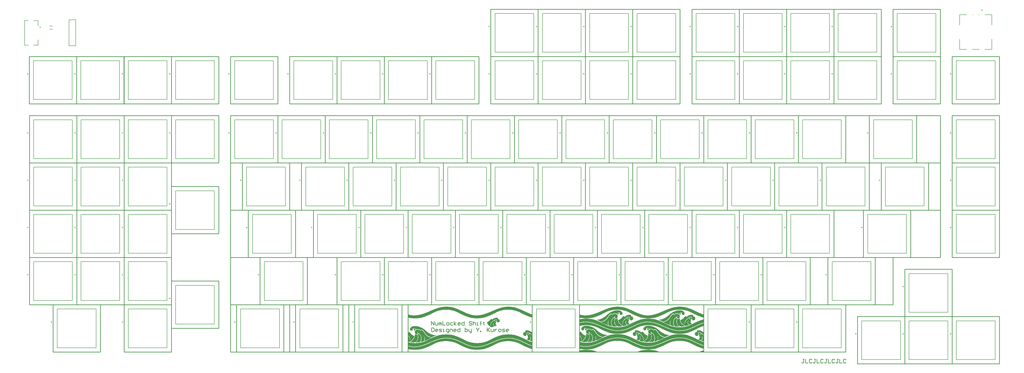
<source format=gto>
G04*
G04 #@! TF.GenerationSoftware,Altium Limited,Altium Designer,23.5.1 (21)*
G04*
G04 Layer_Color=65535*
%FSLAX25Y25*%
%MOIN*%
G70*
G04*
G04 #@! TF.SameCoordinates,508BA793-0958-4452-B0AF-20FDD5A17331*
G04*
G04*
G04 #@! TF.FilePolarity,Positive*
G04*
G01*
G75*
%ADD10C,0.00984*%
%ADD11C,0.01000*%
%ADD12C,0.00787*%
G36*
X780948Y109261D02*
X782130D01*
Y109163D01*
X783114D01*
Y109065D01*
X783902D01*
Y108966D01*
X784591D01*
Y108868D01*
X785181D01*
Y108769D01*
X785772D01*
Y108671D01*
X786264D01*
Y108572D01*
X786756D01*
Y108474D01*
X787150D01*
Y108376D01*
X787544D01*
Y108277D01*
X788036D01*
Y108179D01*
X788331D01*
Y108080D01*
X788725D01*
Y107982D01*
X789119D01*
Y107883D01*
X789512D01*
Y107785D01*
X789808D01*
Y107686D01*
X790202D01*
Y107588D01*
X790497D01*
Y107490D01*
X790792D01*
Y107391D01*
X791087D01*
Y107293D01*
X791383D01*
Y107194D01*
X791678D01*
Y107096D01*
X791973D01*
Y106997D01*
X792269D01*
Y106899D01*
X792564D01*
Y106800D01*
X792859D01*
Y106702D01*
X793056D01*
Y106604D01*
X793352D01*
Y106505D01*
X793647D01*
Y106407D01*
X793942D01*
Y106308D01*
X794139D01*
Y106210D01*
X794434D01*
Y106111D01*
X794631D01*
Y106013D01*
X794927D01*
Y105915D01*
X795123D01*
Y105816D01*
X795419D01*
Y105718D01*
X795616D01*
Y105619D01*
X795911D01*
Y105521D01*
X796108D01*
Y105422D01*
X796305D01*
Y105324D01*
X796600D01*
Y105226D01*
X796797D01*
Y105127D01*
X797092D01*
Y105029D01*
X797289D01*
Y104930D01*
X797486D01*
Y104832D01*
X797781D01*
Y104733D01*
X797978D01*
Y104635D01*
X798175D01*
Y104536D01*
X798372D01*
Y104438D01*
X798667D01*
Y104340D01*
X798864D01*
Y104241D01*
X799061D01*
Y104143D01*
X799258D01*
Y104044D01*
X799455D01*
Y103946D01*
X799750D01*
Y103847D01*
X799947D01*
Y103749D01*
X800144D01*
Y103650D01*
X800341D01*
Y103552D01*
X800537D01*
Y103454D01*
X800734D01*
Y103355D01*
X801030D01*
Y103257D01*
X801227D01*
Y103158D01*
X801423D01*
Y103060D01*
X801620D01*
Y102961D01*
X801817D01*
Y102863D01*
X802014D01*
Y102765D01*
X802211D01*
Y102666D01*
X802408D01*
Y102568D01*
X802703D01*
Y102469D01*
X802900D01*
Y102371D01*
X803097D01*
Y102272D01*
X803294D01*
Y102174D01*
X803491D01*
Y102076D01*
X803687D01*
Y101977D01*
X803884D01*
Y101879D01*
X804081D01*
Y101780D01*
X804278D01*
Y101682D01*
X804573D01*
Y101583D01*
X804770D01*
Y101485D01*
X804967D01*
Y101386D01*
X805164D01*
Y101288D01*
X805361D01*
Y101190D01*
X805558D01*
Y101091D01*
X805755D01*
Y100993D01*
X805952D01*
Y100894D01*
X806247D01*
Y100796D01*
X806444D01*
Y100697D01*
X806641D01*
Y100599D01*
X806837D01*
Y100501D01*
X807034D01*
Y100402D01*
X807231D01*
Y100304D01*
X807527D01*
Y100205D01*
X807723D01*
Y100107D01*
X807920D01*
Y100008D01*
X808117D01*
Y99910D01*
X808412D01*
Y99812D01*
X808609D01*
Y99713D01*
X808806D01*
Y99615D01*
X809003D01*
Y99516D01*
X809298D01*
Y99418D01*
X809495D01*
Y99319D01*
X809692D01*
Y99221D01*
X809988D01*
Y99122D01*
X810184D01*
Y99024D01*
X810480D01*
Y98926D01*
X810677D01*
Y98827D01*
X810972D01*
Y98729D01*
X811169D01*
Y98630D01*
X811464D01*
Y98532D01*
X811661D01*
Y98433D01*
X811956D01*
Y98335D01*
X812153D01*
Y98237D01*
X812448D01*
Y98138D01*
X812744D01*
Y98040D01*
X812941D01*
Y97941D01*
X813236D01*
Y97843D01*
X813531D01*
Y97744D01*
X813827D01*
Y97646D01*
X814122D01*
Y97547D01*
X814417D01*
Y97449D01*
X814713D01*
Y97351D01*
X815008D01*
Y97252D01*
X815303D01*
Y97154D01*
X815598D01*
Y97055D01*
X815992D01*
Y92035D01*
X815500D01*
Y92133D01*
X815205D01*
Y92232D01*
X814811D01*
Y92330D01*
X814417D01*
Y92429D01*
X814122D01*
Y92527D01*
X813827D01*
Y92625D01*
X813433D01*
Y92724D01*
X813138D01*
Y92822D01*
X812842D01*
Y92921D01*
X812547D01*
Y93019D01*
X812252D01*
Y93118D01*
X811956D01*
Y93216D01*
X811759D01*
Y93315D01*
X811464D01*
Y93413D01*
X811169D01*
Y93511D01*
X810873D01*
Y93610D01*
X810677D01*
Y93708D01*
X810381D01*
Y93807D01*
X810184D01*
Y93905D01*
X809889D01*
Y94004D01*
X809594D01*
Y94102D01*
X809397D01*
Y94200D01*
X809102D01*
Y94299D01*
X808905D01*
Y94397D01*
X808609D01*
Y94496D01*
X808412D01*
Y94594D01*
X808117D01*
Y94693D01*
X807920D01*
Y94791D01*
X807625D01*
Y94890D01*
X807428D01*
Y94988D01*
X807133D01*
Y95086D01*
X806936D01*
Y95185D01*
X806641D01*
Y95283D01*
X806444D01*
Y95382D01*
X806247D01*
Y95480D01*
X805952D01*
Y95579D01*
X805755D01*
Y95677D01*
X805558D01*
Y95776D01*
X805361D01*
Y95874D01*
X805066D01*
Y95972D01*
X804869D01*
Y96071D01*
X804672D01*
Y96169D01*
X804475D01*
Y96268D01*
X804278D01*
Y96366D01*
X803983D01*
Y96465D01*
X803786D01*
Y96563D01*
X803589D01*
Y96662D01*
X803392D01*
Y96760D01*
X803097D01*
Y96858D01*
X802900D01*
Y96957D01*
X802703D01*
Y97055D01*
X802506D01*
Y97154D01*
X802309D01*
Y97252D01*
X802112D01*
Y97351D01*
X801916D01*
Y97449D01*
X801719D01*
Y97547D01*
X801522D01*
Y97646D01*
X801325D01*
Y97744D01*
X801128D01*
Y97843D01*
X800931D01*
Y97941D01*
X800734D01*
Y98040D01*
X800537D01*
Y98138D01*
X800341D01*
Y98237D01*
X800144D01*
Y98335D01*
X799947D01*
Y98433D01*
X799750D01*
Y98532D01*
X799553D01*
Y98630D01*
X799356D01*
Y98729D01*
X799159D01*
Y98827D01*
X799061D01*
Y98926D01*
X798864D01*
Y99024D01*
X798667D01*
Y99122D01*
X798470D01*
Y99221D01*
X798273D01*
Y99319D01*
X798077D01*
Y99418D01*
X797880D01*
Y99516D01*
X797683D01*
Y99615D01*
X797486D01*
Y99713D01*
X797289D01*
Y99812D01*
X797092D01*
Y99910D01*
X796895D01*
Y100008D01*
X796698D01*
Y100107D01*
X796502D01*
Y100205D01*
X796305D01*
Y100304D01*
X796108D01*
Y100402D01*
X795911D01*
Y100501D01*
X795714D01*
Y100599D01*
X795517D01*
Y100697D01*
X795320D01*
Y100796D01*
X795123D01*
Y100894D01*
X794927D01*
Y100993D01*
X794730D01*
Y101091D01*
X794533D01*
Y101190D01*
X794238D01*
Y101288D01*
X794041D01*
Y101386D01*
X793844D01*
Y101485D01*
X793647D01*
Y101583D01*
X793352D01*
Y101682D01*
X793155D01*
Y101780D01*
X792859D01*
Y101879D01*
X792662D01*
Y101977D01*
X792367D01*
Y102076D01*
X792072D01*
Y102174D01*
X791777D01*
Y102272D01*
X791580D01*
Y102371D01*
X791284D01*
Y102469D01*
X790989D01*
Y102568D01*
X790595D01*
Y102666D01*
X790300D01*
Y102765D01*
X790005D01*
Y102863D01*
X789611D01*
Y102961D01*
X789316D01*
Y103060D01*
X788922D01*
Y103158D01*
X788528D01*
Y103257D01*
X788134D01*
Y103355D01*
X787741D01*
Y103454D01*
X787347D01*
Y103552D01*
X786855D01*
Y103650D01*
X786363D01*
Y103749D01*
X785870D01*
Y103847D01*
X785280D01*
Y103946D01*
X784689D01*
Y104044D01*
X784000D01*
Y104143D01*
X783409D01*
Y104241D01*
X782523D01*
Y104340D01*
X781736D01*
Y104438D01*
X780752D01*
Y104536D01*
X779275D01*
Y104635D01*
X775731D01*
Y104536D01*
X774255D01*
Y104438D01*
X773270D01*
Y104340D01*
X772384D01*
Y104241D01*
X771597D01*
Y104143D01*
X770908D01*
Y104044D01*
X770317D01*
Y103946D01*
X769628D01*
Y103847D01*
X769136D01*
Y103749D01*
X768545D01*
Y103650D01*
X768152D01*
Y103552D01*
X767659D01*
Y103454D01*
X767167D01*
Y103355D01*
X766773D01*
Y103257D01*
X766380D01*
Y103158D01*
X765986D01*
Y103060D01*
X765691D01*
Y102961D01*
X765297D01*
Y102863D01*
X765002D01*
Y102765D01*
X764608D01*
Y102666D01*
X764313D01*
Y102568D01*
X764017D01*
Y102469D01*
X763722D01*
Y102371D01*
X763427D01*
Y102272D01*
X763131D01*
Y102174D01*
X762836D01*
Y102076D01*
X762639D01*
Y101977D01*
X762344D01*
Y101879D01*
X762048D01*
Y101780D01*
X761852D01*
Y101682D01*
X761556D01*
Y101583D01*
X761359D01*
Y101485D01*
X761163D01*
Y101386D01*
X760867D01*
Y101288D01*
X760670D01*
Y101190D01*
X760473D01*
Y101091D01*
X760277D01*
Y100993D01*
X759981D01*
Y100894D01*
X759784D01*
Y100796D01*
X759587D01*
Y100697D01*
X759391D01*
Y100599D01*
X759194D01*
Y100501D01*
X758997D01*
Y100402D01*
X758800D01*
Y100304D01*
X758603D01*
Y100205D01*
X758505D01*
Y100107D01*
X758308D01*
Y100008D01*
X758111D01*
Y99910D01*
X757914D01*
Y99812D01*
X757717D01*
Y99713D01*
X757520D01*
Y99615D01*
X757323D01*
Y99516D01*
X757127D01*
Y99418D01*
X756930D01*
Y99319D01*
X756733D01*
Y99221D01*
X756536D01*
Y99122D01*
X756339D01*
Y99024D01*
X756142D01*
Y98926D01*
X755945D01*
Y98827D01*
X755748D01*
Y98729D01*
X755552D01*
Y98630D01*
X755355D01*
Y98532D01*
X755158D01*
Y98433D01*
X754961D01*
Y98335D01*
X754764D01*
Y98237D01*
X754567D01*
Y98138D01*
X754469D01*
Y98040D01*
X754272D01*
Y97941D01*
X754075D01*
Y97843D01*
X753878D01*
Y97744D01*
X753681D01*
Y97646D01*
X753484D01*
Y97547D01*
X753288D01*
Y97449D01*
X753091D01*
Y97351D01*
X752894D01*
Y97252D01*
X752697D01*
Y97154D01*
X752500D01*
Y97055D01*
X752205D01*
Y96957D01*
X752008D01*
Y96858D01*
X751811D01*
Y96760D01*
X751614D01*
Y96662D01*
X751417D01*
Y96563D01*
X751122D01*
Y96465D01*
X750925D01*
Y96366D01*
X750728D01*
Y96268D01*
X750531D01*
Y96169D01*
X750236D01*
Y96071D01*
X750039D01*
Y95972D01*
X749842D01*
Y95874D01*
X749645D01*
Y95776D01*
X749448D01*
Y95677D01*
X749153D01*
Y95579D01*
X748956D01*
Y95480D01*
X748759D01*
Y95382D01*
X748562D01*
Y95283D01*
X748267D01*
Y95185D01*
X748070D01*
Y95086D01*
X747775D01*
Y94988D01*
X747578D01*
Y94890D01*
X747283D01*
Y94791D01*
X747086D01*
Y94693D01*
X746791D01*
Y94594D01*
X746594D01*
Y94496D01*
X746298D01*
Y94397D01*
X746102D01*
Y94299D01*
X745806D01*
Y94200D01*
X745609D01*
Y94102D01*
X745314D01*
Y94004D01*
X745019D01*
Y93905D01*
X744822D01*
Y93807D01*
X744527D01*
Y93708D01*
X744330D01*
Y93610D01*
X744034D01*
Y93511D01*
X743739D01*
Y93413D01*
X743542D01*
Y93315D01*
X743247D01*
Y93216D01*
X742952D01*
Y93118D01*
X742656D01*
Y93019D01*
X742361D01*
Y92921D01*
X742066D01*
Y92822D01*
X741770D01*
Y92724D01*
X741475D01*
Y92625D01*
X741180D01*
Y92527D01*
X740884D01*
Y92429D01*
X740491D01*
Y92330D01*
X740195D01*
Y92232D01*
X739802D01*
Y92133D01*
X739408D01*
Y92035D01*
X739014D01*
Y91936D01*
X738620D01*
Y91838D01*
X738128D01*
Y91740D01*
X737636D01*
Y91641D01*
X737144D01*
Y91543D01*
X736553D01*
Y91444D01*
X735864D01*
Y91346D01*
X735175D01*
Y91247D01*
X734289D01*
Y91149D01*
X733305D01*
Y91050D01*
X731927D01*
Y90952D01*
X729466D01*
Y90854D01*
X727103D01*
Y90952D01*
X724544D01*
Y91050D01*
X723166D01*
Y91149D01*
X722181D01*
Y91247D01*
X721394D01*
Y91346D01*
X720606D01*
Y91444D01*
X720016D01*
Y91543D01*
X719425D01*
Y91641D01*
X718933D01*
Y91740D01*
X718441D01*
Y91838D01*
X717948D01*
Y91936D01*
X717555D01*
Y92035D01*
X717063D01*
Y92133D01*
X716767D01*
Y92232D01*
X716373D01*
Y92330D01*
X715980D01*
Y92429D01*
X715684D01*
Y92527D01*
X715389D01*
Y92625D01*
X714995D01*
Y92724D01*
X714700D01*
Y92822D01*
X714405D01*
Y92921D01*
X714109D01*
Y93019D01*
X713814D01*
Y93118D01*
X713519D01*
Y93216D01*
X713322D01*
Y93315D01*
X713027D01*
Y93413D01*
X712731D01*
Y93511D01*
X712436D01*
Y93610D01*
X712239D01*
Y93708D01*
X711944D01*
Y93807D01*
X711747D01*
Y93905D01*
X711452D01*
Y94004D01*
X711156D01*
Y94102D01*
X710959D01*
Y94200D01*
X710664D01*
Y94299D01*
X710467D01*
Y94397D01*
X710172D01*
Y94496D01*
X709975D01*
Y94594D01*
X709680D01*
Y94693D01*
X709483D01*
Y94791D01*
X709188D01*
Y94890D01*
X708991D01*
Y94988D01*
X708695D01*
Y95086D01*
X708498D01*
Y95185D01*
X708203D01*
Y95283D01*
X708006D01*
Y95382D01*
X707809D01*
Y95480D01*
X707514D01*
Y95579D01*
X707317D01*
Y95677D01*
X707120D01*
Y95776D01*
X706923D01*
Y95874D01*
X706628D01*
Y95972D01*
X706431D01*
Y96071D01*
X706234D01*
Y96169D01*
X706038D01*
Y96268D01*
X705841D01*
Y96366D01*
X705545D01*
Y96465D01*
X705348D01*
Y96563D01*
X705152D01*
Y96662D01*
X704955D01*
Y96760D01*
X704659D01*
Y96858D01*
X704462D01*
Y96957D01*
X704266D01*
Y97055D01*
X704069D01*
Y97154D01*
X703872D01*
Y97252D01*
X703675D01*
Y97351D01*
X703478D01*
Y97449D01*
X703281D01*
Y97547D01*
X703084D01*
Y97646D01*
X702887D01*
Y97744D01*
X702691D01*
Y97843D01*
X702494D01*
Y97941D01*
X702297D01*
Y98040D01*
X702100D01*
Y98138D01*
X701903D01*
Y98237D01*
X701706D01*
Y98335D01*
X701509D01*
Y98433D01*
X701312D01*
Y98532D01*
X701116D01*
Y98630D01*
X700919D01*
Y98729D01*
X700722D01*
Y98827D01*
X700623D01*
Y98926D01*
X700427D01*
Y99024D01*
X700230D01*
Y99122D01*
X700033D01*
Y99221D01*
X699836D01*
Y99319D01*
X699639D01*
Y99418D01*
X699442D01*
Y99516D01*
X699245D01*
Y99615D01*
X699048D01*
Y99713D01*
X698852D01*
Y99812D01*
X698655D01*
Y99910D01*
X698458D01*
Y100008D01*
X698261D01*
Y100107D01*
X698064D01*
Y100205D01*
X697867D01*
Y100304D01*
X697670D01*
Y100402D01*
X697473D01*
Y100501D01*
X697277D01*
Y100599D01*
X697080D01*
Y100697D01*
X696883D01*
Y100796D01*
X696686D01*
Y100894D01*
X696489D01*
Y100993D01*
X696292D01*
Y101091D01*
X696095D01*
Y101190D01*
X695800D01*
Y101288D01*
X695603D01*
Y101386D01*
X695406D01*
Y101485D01*
X695209D01*
Y101583D01*
X694914D01*
Y101682D01*
X694717D01*
Y101780D01*
X694422D01*
Y101879D01*
X694225D01*
Y101977D01*
X693930D01*
Y102076D01*
X693634D01*
Y102174D01*
X693339D01*
Y102272D01*
X693142D01*
Y102371D01*
X692847D01*
Y102469D01*
X692552D01*
Y102568D01*
X692158D01*
Y102666D01*
X691862D01*
Y102765D01*
X691567D01*
Y102863D01*
X691173D01*
Y102961D01*
X690878D01*
Y103060D01*
X690484D01*
Y103158D01*
X690091D01*
Y103257D01*
X689697D01*
Y103355D01*
X689303D01*
Y103454D01*
X688909D01*
Y103552D01*
X688417D01*
Y103650D01*
X687925D01*
Y103749D01*
X687433D01*
Y103847D01*
X686842D01*
Y103946D01*
X686252D01*
Y104044D01*
X685563D01*
Y104143D01*
X684972D01*
Y104241D01*
X684086D01*
Y104340D01*
X683298D01*
Y104438D01*
X682314D01*
Y104536D01*
X680837D01*
Y104635D01*
X677294D01*
Y104536D01*
X675817D01*
Y104438D01*
X674833D01*
Y104340D01*
X673947D01*
Y104241D01*
X673159D01*
Y104143D01*
X672470D01*
Y104044D01*
X671880D01*
Y103946D01*
X671191D01*
Y103847D01*
X670698D01*
Y103749D01*
X670108D01*
Y103650D01*
X669714D01*
Y103552D01*
X669222D01*
Y103454D01*
X668730D01*
Y103355D01*
X668336D01*
Y103257D01*
X667942D01*
Y103158D01*
X667548D01*
Y103060D01*
X667253D01*
Y102961D01*
X666859D01*
Y102863D01*
X666564D01*
Y102765D01*
X666170D01*
Y102666D01*
X665875D01*
Y102568D01*
X665580D01*
Y102469D01*
X665284D01*
Y102371D01*
X664989D01*
Y102272D01*
X664694D01*
Y102174D01*
X664398D01*
Y102076D01*
X664202D01*
Y101977D01*
X663906D01*
Y101879D01*
X663611D01*
Y101780D01*
X663414D01*
Y101682D01*
X663119D01*
Y101583D01*
X662922D01*
Y101485D01*
X662725D01*
Y101386D01*
X662430D01*
Y101288D01*
X662233D01*
Y101190D01*
X662036D01*
Y101091D01*
X661839D01*
Y100993D01*
X661544D01*
Y100894D01*
X661347D01*
Y100796D01*
X661150D01*
Y100697D01*
X660953D01*
Y100599D01*
X660756D01*
Y100501D01*
X660559D01*
Y100402D01*
X660362D01*
Y100304D01*
X660166D01*
Y100205D01*
X660067D01*
Y100107D01*
X659870D01*
Y100008D01*
X659673D01*
Y99910D01*
X659477D01*
Y99812D01*
X659280D01*
Y99713D01*
X659083D01*
Y99615D01*
X658886D01*
Y99516D01*
X658689D01*
Y99418D01*
X658492D01*
Y99319D01*
X658295D01*
Y99221D01*
X658098D01*
Y99122D01*
X657902D01*
Y99024D01*
X657705D01*
Y98926D01*
X657508D01*
Y98827D01*
X657311D01*
Y98729D01*
X657114D01*
Y98630D01*
X656917D01*
Y98532D01*
X656720D01*
Y98433D01*
X656523D01*
Y98335D01*
X656327D01*
Y98237D01*
X656130D01*
Y98138D01*
X656031D01*
Y98040D01*
X655834D01*
Y97941D01*
X655638D01*
Y97843D01*
X655441D01*
Y97744D01*
X655244D01*
Y97646D01*
X655047D01*
Y97547D01*
X654850D01*
Y97449D01*
X654653D01*
Y97351D01*
X654456D01*
Y97252D01*
X654259D01*
Y97154D01*
X654063D01*
Y97055D01*
X653767D01*
Y96957D01*
X653570D01*
Y96858D01*
X653373D01*
Y96760D01*
X653177D01*
Y96662D01*
X652980D01*
Y96563D01*
X652684D01*
Y96465D01*
X652488D01*
Y96366D01*
X652291D01*
Y96268D01*
X652094D01*
Y96169D01*
X651798D01*
Y96071D01*
X651602D01*
Y95972D01*
X651405D01*
Y95874D01*
X651208D01*
Y95776D01*
X651011D01*
Y95677D01*
X650716D01*
Y95579D01*
X650519D01*
Y95480D01*
X650322D01*
Y95382D01*
X650125D01*
Y95283D01*
X649830D01*
Y95185D01*
X649633D01*
Y95086D01*
X649337D01*
Y94988D01*
X649141D01*
Y94890D01*
X648845D01*
Y94791D01*
X648648D01*
Y94693D01*
X648353D01*
Y94594D01*
X648156D01*
Y94496D01*
X647861D01*
Y94397D01*
X647664D01*
Y94299D01*
X647369D01*
Y94200D01*
X647172D01*
Y94102D01*
X646877D01*
Y94004D01*
X646581D01*
Y93905D01*
X646384D01*
Y93807D01*
X646089D01*
Y93708D01*
X645892D01*
Y93610D01*
X645597D01*
Y93511D01*
X645302D01*
Y93413D01*
X645105D01*
Y93315D01*
X644809D01*
Y93216D01*
X644514D01*
Y93118D01*
X644219D01*
Y93019D01*
X643923D01*
Y92921D01*
X643628D01*
Y92822D01*
X643333D01*
Y92724D01*
X643038D01*
Y92625D01*
X642742D01*
Y92527D01*
X642447D01*
Y92429D01*
X642053D01*
Y92330D01*
X641758D01*
Y92232D01*
X641364D01*
Y92133D01*
X640970D01*
Y92035D01*
X640577D01*
Y91936D01*
X640183D01*
Y91838D01*
X639691D01*
Y91740D01*
X639198D01*
Y91641D01*
X638706D01*
Y91543D01*
X638116D01*
Y91444D01*
X637427D01*
Y91346D01*
X636737D01*
Y91247D01*
X635852D01*
Y91149D01*
X634867D01*
Y91050D01*
X633489D01*
Y90952D01*
X631028D01*
Y90854D01*
X628666D01*
Y90952D01*
X626106D01*
Y91050D01*
X624728D01*
Y91149D01*
X623744D01*
Y91247D01*
X622956D01*
Y91346D01*
X622169D01*
Y91444D01*
X621578D01*
Y91543D01*
X620988D01*
Y91641D01*
X620495D01*
Y91740D01*
X620003D01*
Y91838D01*
X619511D01*
Y91936D01*
X619117D01*
Y96957D01*
X619413D01*
Y96858D01*
X619806D01*
Y96760D01*
X620200D01*
Y96662D01*
X620495D01*
Y96563D01*
X620889D01*
Y96465D01*
X621381D01*
Y96366D01*
X621775D01*
Y96268D01*
X622267D01*
Y96169D01*
X622759D01*
Y96071D01*
X623252D01*
Y95972D01*
X623842D01*
Y95874D01*
X624531D01*
Y95776D01*
X625319D01*
Y95677D01*
X626402D01*
Y95579D01*
X631225D01*
Y95677D01*
X632406D01*
Y95776D01*
X633292D01*
Y95874D01*
X634080D01*
Y95972D01*
X634670D01*
Y96071D01*
X635261D01*
Y96169D01*
X635852D01*
Y96268D01*
X636344D01*
Y96366D01*
X636836D01*
Y96465D01*
X637230D01*
Y96563D01*
X637722D01*
Y96662D01*
X638116D01*
Y96760D01*
X638509D01*
Y96858D01*
X638903D01*
Y96957D01*
X639297D01*
Y97055D01*
X639691D01*
Y97154D01*
X639986D01*
Y97252D01*
X640380D01*
Y97351D01*
X640675D01*
Y97449D01*
X641069D01*
Y97547D01*
X641364D01*
Y97646D01*
X641659D01*
Y97744D01*
X642053D01*
Y97843D01*
X642348D01*
Y97941D01*
X642644D01*
Y98040D01*
X642939D01*
Y98138D01*
X643234D01*
Y98237D01*
X643530D01*
Y98335D01*
X643825D01*
Y98433D01*
X644120D01*
Y98532D01*
X644416D01*
Y98630D01*
X644613D01*
Y98729D01*
X644908D01*
Y98827D01*
X645203D01*
Y98926D01*
X645498D01*
Y99024D01*
X645695D01*
Y99122D01*
X645991D01*
Y99221D01*
X646286D01*
Y99319D01*
X646483D01*
Y99418D01*
X646778D01*
Y99516D01*
X647073D01*
Y99615D01*
X647270D01*
Y99713D01*
X647566D01*
Y99812D01*
X647762D01*
Y99910D01*
X648058D01*
Y100008D01*
X648255D01*
Y100107D01*
X648550D01*
Y100205D01*
X648747D01*
Y100304D01*
X649042D01*
Y100402D01*
X649239D01*
Y100501D01*
X649436D01*
Y100599D01*
X649731D01*
Y100697D01*
X649928D01*
Y100796D01*
X650223D01*
Y100894D01*
X650420D01*
Y100993D01*
X650716D01*
Y101091D01*
X650913D01*
Y101190D01*
X651109D01*
Y101288D01*
X651405D01*
Y101386D01*
X651602D01*
Y101485D01*
X651798D01*
Y101583D01*
X652094D01*
Y101682D01*
X652291D01*
Y101780D01*
X652488D01*
Y101879D01*
X652783D01*
Y101977D01*
X652980D01*
Y102076D01*
X653177D01*
Y102174D01*
X653472D01*
Y102272D01*
X653669D01*
Y102371D01*
X653866D01*
Y102469D01*
X654161D01*
Y102568D01*
X654358D01*
Y102666D01*
X654555D01*
Y102765D01*
X654850D01*
Y102863D01*
X655047D01*
Y102961D01*
X655342D01*
Y103060D01*
X655539D01*
Y103158D01*
X655736D01*
Y103257D01*
X655933D01*
Y103355D01*
X656228D01*
Y103454D01*
X656425D01*
Y103552D01*
X656720D01*
Y103650D01*
X656917D01*
Y103749D01*
X657114D01*
Y103847D01*
X657409D01*
Y103946D01*
X657606D01*
Y104044D01*
X657803D01*
Y104143D01*
X658098D01*
Y104241D01*
X658295D01*
Y104340D01*
X658591D01*
Y104438D01*
X658787D01*
Y104536D01*
X659083D01*
Y104635D01*
X659280D01*
Y104733D01*
X659477D01*
Y104832D01*
X659772D01*
Y104930D01*
X659969D01*
Y105029D01*
X660264D01*
Y105127D01*
X660559D01*
Y105226D01*
X660756D01*
Y105324D01*
X661052D01*
Y105422D01*
X661248D01*
Y105521D01*
X661544D01*
Y105619D01*
X661741D01*
Y105718D01*
X662036D01*
Y105816D01*
X662331D01*
Y105915D01*
X662528D01*
Y106013D01*
X662823D01*
Y106111D01*
X663119D01*
Y106210D01*
X663414D01*
Y106308D01*
X663709D01*
Y106407D01*
X663906D01*
Y106505D01*
X664202D01*
Y106604D01*
X664497D01*
Y106702D01*
X664792D01*
Y106800D01*
X665088D01*
Y106899D01*
X665383D01*
Y106997D01*
X665678D01*
Y107096D01*
X665973D01*
Y107194D01*
X666367D01*
Y107293D01*
X666663D01*
Y107391D01*
X666958D01*
Y107490D01*
X667352D01*
Y107588D01*
X667647D01*
Y107686D01*
X668041D01*
Y107785D01*
X668336D01*
Y107883D01*
X668730D01*
Y107982D01*
X669123D01*
Y108080D01*
X669517D01*
Y108179D01*
X669911D01*
Y108277D01*
X670403D01*
Y108376D01*
X670797D01*
Y108474D01*
X671289D01*
Y108572D01*
X671781D01*
Y108671D01*
X672273D01*
Y108769D01*
X672864D01*
Y108868D01*
X673455D01*
Y108966D01*
X674144D01*
Y109065D01*
X674931D01*
Y109163D01*
X675817D01*
Y109261D01*
X677097D01*
Y109360D01*
X682314D01*
Y109261D01*
X682412D01*
Y109360D01*
X682511D01*
Y109261D01*
X683692D01*
Y109163D01*
X684677D01*
Y109065D01*
X685464D01*
Y108966D01*
X686153D01*
Y108868D01*
X686744D01*
Y108769D01*
X687334D01*
Y108671D01*
X687827D01*
Y108572D01*
X688319D01*
Y108474D01*
X688713D01*
Y108376D01*
X689106D01*
Y108277D01*
X689598D01*
Y108179D01*
X689894D01*
Y108080D01*
X690287D01*
Y107982D01*
X690681D01*
Y107883D01*
X691075D01*
Y107785D01*
X691370D01*
Y107686D01*
X691764D01*
Y107588D01*
X692059D01*
Y107490D01*
X692355D01*
Y107391D01*
X692650D01*
Y107293D01*
X692945D01*
Y107194D01*
X693241D01*
Y107096D01*
X693536D01*
Y106997D01*
X693831D01*
Y106899D01*
X694127D01*
Y106800D01*
X694422D01*
Y106702D01*
X694619D01*
Y106604D01*
X694914D01*
Y106505D01*
X695209D01*
Y106407D01*
X695505D01*
Y106308D01*
X695702D01*
Y106210D01*
X695997D01*
Y106111D01*
X696194D01*
Y106013D01*
X696489D01*
Y105915D01*
X696686D01*
Y105816D01*
X696981D01*
Y105718D01*
X697178D01*
Y105619D01*
X697473D01*
Y105521D01*
X697670D01*
Y105422D01*
X697867D01*
Y105324D01*
X698163D01*
Y105226D01*
X698359D01*
Y105127D01*
X698655D01*
Y105029D01*
X698852D01*
Y104930D01*
X699048D01*
Y104832D01*
X699344D01*
Y104733D01*
X699541D01*
Y104635D01*
X699738D01*
Y104536D01*
X699934D01*
Y104438D01*
X700230D01*
Y104340D01*
X700427D01*
Y104241D01*
X700623D01*
Y104143D01*
X700820D01*
Y104044D01*
X701017D01*
Y103946D01*
X701312D01*
Y103847D01*
X701509D01*
Y103749D01*
X701706D01*
Y103650D01*
X701903D01*
Y103552D01*
X702100D01*
Y103454D01*
X702297D01*
Y103355D01*
X702592D01*
Y103257D01*
X702789D01*
Y103158D01*
X702986D01*
Y103060D01*
X703183D01*
Y102961D01*
X703380D01*
Y102863D01*
X703577D01*
Y102765D01*
X703773D01*
Y102666D01*
X703970D01*
Y102568D01*
X704266D01*
Y102469D01*
X704462D01*
Y102371D01*
X704659D01*
Y102272D01*
X704856D01*
Y102174D01*
X705053D01*
Y102076D01*
X705250D01*
Y101977D01*
X705447D01*
Y101879D01*
X705644D01*
Y101780D01*
X705841D01*
Y101682D01*
X706136D01*
Y101583D01*
X706333D01*
Y101485D01*
X706530D01*
Y101386D01*
X706727D01*
Y101288D01*
X706923D01*
Y101190D01*
X707120D01*
Y101091D01*
X707317D01*
Y100993D01*
X707514D01*
Y100894D01*
X707809D01*
Y100796D01*
X708006D01*
Y100697D01*
X708203D01*
Y100599D01*
X708400D01*
Y100501D01*
X708597D01*
Y100402D01*
X708794D01*
Y100304D01*
X709089D01*
Y100205D01*
X709286D01*
Y100107D01*
X709483D01*
Y100008D01*
X709680D01*
Y99910D01*
X709975D01*
Y99812D01*
X710172D01*
Y99713D01*
X710369D01*
Y99615D01*
X710566D01*
Y99516D01*
X710861D01*
Y99418D01*
X711058D01*
Y99319D01*
X711255D01*
Y99221D01*
X711550D01*
Y99122D01*
X711747D01*
Y99024D01*
X712042D01*
Y98926D01*
X712239D01*
Y98827D01*
X712534D01*
Y98729D01*
X712731D01*
Y98630D01*
X713027D01*
Y98532D01*
X713223D01*
Y98433D01*
X713519D01*
Y98335D01*
X713716D01*
Y98237D01*
X714011D01*
Y98138D01*
X714306D01*
Y98040D01*
X714503D01*
Y97941D01*
X714798D01*
Y97843D01*
X715094D01*
Y97744D01*
X715389D01*
Y97646D01*
X715684D01*
Y97547D01*
X715980D01*
Y97449D01*
X716275D01*
Y97351D01*
X716570D01*
Y97252D01*
X716866D01*
Y97154D01*
X717161D01*
Y97055D01*
X717555D01*
Y96957D01*
X717850D01*
Y96858D01*
X718244D01*
Y96760D01*
X718638D01*
Y96662D01*
X718933D01*
Y96563D01*
X719327D01*
Y96465D01*
X719819D01*
Y96366D01*
X720213D01*
Y96268D01*
X720705D01*
Y96169D01*
X721197D01*
Y96071D01*
X721689D01*
Y95972D01*
X722280D01*
Y95874D01*
X722969D01*
Y95776D01*
X723756D01*
Y95677D01*
X724839D01*
Y95579D01*
X729663D01*
Y95677D01*
X730844D01*
Y95776D01*
X731730D01*
Y95874D01*
X732517D01*
Y95972D01*
X733108D01*
Y96071D01*
X733698D01*
Y96169D01*
X734289D01*
Y96268D01*
X734781D01*
Y96366D01*
X735273D01*
Y96465D01*
X735667D01*
Y96563D01*
X736159D01*
Y96662D01*
X736553D01*
Y96760D01*
X736947D01*
Y96858D01*
X737341D01*
Y96957D01*
X737734D01*
Y97055D01*
X738128D01*
Y97154D01*
X738423D01*
Y97252D01*
X738817D01*
Y97351D01*
X739113D01*
Y97449D01*
X739506D01*
Y97547D01*
X739802D01*
Y97646D01*
X740097D01*
Y97744D01*
X740491D01*
Y97843D01*
X740786D01*
Y97941D01*
X741081D01*
Y98040D01*
X741377D01*
Y98138D01*
X741672D01*
Y98237D01*
X741967D01*
Y98335D01*
X742263D01*
Y98433D01*
X742558D01*
Y98532D01*
X742853D01*
Y98630D01*
X743050D01*
Y98729D01*
X743345D01*
Y98827D01*
X743641D01*
Y98926D01*
X743936D01*
Y99024D01*
X744133D01*
Y99122D01*
X744428D01*
Y99221D01*
X744723D01*
Y99319D01*
X744920D01*
Y99418D01*
X745216D01*
Y99516D01*
X745511D01*
Y99615D01*
X745708D01*
Y99713D01*
X746003D01*
Y99812D01*
X746200D01*
Y99910D01*
X746495D01*
Y100008D01*
X746692D01*
Y100107D01*
X746987D01*
Y100205D01*
X747184D01*
Y100304D01*
X747480D01*
Y100402D01*
X747677D01*
Y100501D01*
X747873D01*
Y100599D01*
X748169D01*
Y100697D01*
X748366D01*
Y100796D01*
X748661D01*
Y100894D01*
X748858D01*
Y100993D01*
X749153D01*
Y101091D01*
X749350D01*
Y101190D01*
X749547D01*
Y101288D01*
X749842D01*
Y101386D01*
X750039D01*
Y101485D01*
X750236D01*
Y101583D01*
X750531D01*
Y101682D01*
X750728D01*
Y101780D01*
X750925D01*
Y101879D01*
X751220D01*
Y101977D01*
X751417D01*
Y102076D01*
X751614D01*
Y102174D01*
X751909D01*
Y102272D01*
X752106D01*
Y102371D01*
X752303D01*
Y102469D01*
X752598D01*
Y102568D01*
X752795D01*
Y102666D01*
X752992D01*
Y102765D01*
X753288D01*
Y102863D01*
X753484D01*
Y102961D01*
X753780D01*
Y103060D01*
X753977D01*
Y103158D01*
X754173D01*
Y103257D01*
X754370D01*
Y103355D01*
X754666D01*
Y103454D01*
X754862D01*
Y103552D01*
X755158D01*
Y103650D01*
X755355D01*
Y103749D01*
X755552D01*
Y103847D01*
X755847D01*
Y103946D01*
X756044D01*
Y104044D01*
X756241D01*
Y104143D01*
X756536D01*
Y104241D01*
X756733D01*
Y104340D01*
X757028D01*
Y104438D01*
X757225D01*
Y104536D01*
X757520D01*
Y104635D01*
X757717D01*
Y104733D01*
X757914D01*
Y104832D01*
X758209D01*
Y104930D01*
X758406D01*
Y105029D01*
X758702D01*
Y105127D01*
X758997D01*
Y105226D01*
X759194D01*
Y105324D01*
X759489D01*
Y105422D01*
X759686D01*
Y105521D01*
X759981D01*
Y105619D01*
X760178D01*
Y105718D01*
X760473D01*
Y105816D01*
X760769D01*
Y105915D01*
X760966D01*
Y106013D01*
X761261D01*
Y106111D01*
X761556D01*
Y106210D01*
X761852D01*
Y106308D01*
X762147D01*
Y106407D01*
X762344D01*
Y106505D01*
X762639D01*
Y106604D01*
X762934D01*
Y106702D01*
X763230D01*
Y106800D01*
X763525D01*
Y106899D01*
X763820D01*
Y106997D01*
X764116D01*
Y107096D01*
X764411D01*
Y107194D01*
X764805D01*
Y107293D01*
X765100D01*
Y107391D01*
X765395D01*
Y107490D01*
X765789D01*
Y107588D01*
X766084D01*
Y107686D01*
X766478D01*
Y107785D01*
X766773D01*
Y107883D01*
X767167D01*
Y107982D01*
X767561D01*
Y108080D01*
X767955D01*
Y108179D01*
X768348D01*
Y108277D01*
X768841D01*
Y108376D01*
X769234D01*
Y108474D01*
X769727D01*
Y108572D01*
X770219D01*
Y108671D01*
X770711D01*
Y108769D01*
X771302D01*
Y108868D01*
X771892D01*
Y108966D01*
X772581D01*
Y109065D01*
X773369D01*
Y109163D01*
X774255D01*
Y109261D01*
X775534D01*
Y109360D01*
X780752D01*
Y109261D01*
X780850D01*
Y109360D01*
X780948D01*
Y109261D01*
D02*
G37*
G36*
X1052456Y109261D02*
X1053638D01*
Y109162D01*
X1054622D01*
Y109064D01*
X1055409D01*
Y108966D01*
X1056098D01*
Y108867D01*
X1056689D01*
Y108769D01*
X1057280D01*
Y108670D01*
X1057772D01*
Y108572D01*
X1058264D01*
Y108473D01*
X1058658D01*
Y108375D01*
X1059052D01*
Y108277D01*
X1059544D01*
Y108178D01*
X1059839D01*
Y108080D01*
X1060233D01*
Y107981D01*
X1060627D01*
Y107883D01*
X1061020D01*
Y107784D01*
X1061316D01*
Y107686D01*
X1061709D01*
Y107588D01*
X1062005D01*
Y107489D01*
X1062300D01*
Y107391D01*
X1062595D01*
Y107292D01*
X1062891D01*
Y107194D01*
X1063186D01*
Y107095D01*
X1063481D01*
Y106997D01*
X1063777D01*
Y106898D01*
X1064072D01*
Y106800D01*
X1064367D01*
Y106702D01*
X1064564D01*
Y106603D01*
X1064859D01*
Y106505D01*
X1065155D01*
Y106406D01*
X1065450D01*
Y106308D01*
X1065647D01*
Y106209D01*
X1065942D01*
Y106111D01*
X1066139D01*
Y106012D01*
X1066434D01*
Y105914D01*
X1066631D01*
Y105816D01*
X1066927D01*
Y105717D01*
X1067123D01*
Y105619D01*
X1067419D01*
Y105520D01*
X1067616D01*
Y105422D01*
X1067813D01*
Y105323D01*
X1068108D01*
Y105225D01*
X1068305D01*
Y105127D01*
X1068600D01*
Y105028D01*
X1068797D01*
Y104930D01*
X1068994D01*
Y104831D01*
X1069289D01*
Y104733D01*
X1069486D01*
Y104634D01*
X1069683D01*
Y104536D01*
X1069880D01*
Y104437D01*
X1070175D01*
Y104339D01*
X1070372D01*
Y104241D01*
X1070569D01*
Y104142D01*
X1070766D01*
Y104044D01*
X1070963D01*
Y103945D01*
X1071258D01*
Y103847D01*
X1071455D01*
Y103748D01*
X1071652D01*
Y103650D01*
X1071848D01*
Y103552D01*
X1072045D01*
Y103453D01*
X1072242D01*
Y103355D01*
X1072538D01*
Y103256D01*
X1072734D01*
Y103158D01*
X1072931D01*
Y103059D01*
X1073128D01*
Y102961D01*
X1073325D01*
Y102863D01*
X1073522D01*
Y102764D01*
X1073719D01*
Y102666D01*
X1073916D01*
Y102567D01*
X1074211D01*
Y102469D01*
X1074408D01*
Y102370D01*
X1074605D01*
Y102272D01*
X1074802D01*
Y102173D01*
X1074998D01*
Y102075D01*
X1075195D01*
Y101977D01*
X1075392D01*
Y101878D01*
X1075589D01*
Y101780D01*
X1075786D01*
Y101681D01*
X1076081D01*
Y101583D01*
X1076278D01*
Y101484D01*
X1076475D01*
Y101386D01*
X1076672D01*
Y101287D01*
X1076869D01*
Y101189D01*
X1077066D01*
Y101091D01*
X1077262D01*
Y100992D01*
X1077459D01*
Y100894D01*
X1077755D01*
Y100795D01*
X1077952D01*
Y100697D01*
X1078148D01*
Y100598D01*
X1078345D01*
Y100500D01*
X1078542D01*
Y100402D01*
X1078739D01*
Y100303D01*
X1079034D01*
Y100205D01*
X1079231D01*
Y100106D01*
X1079428D01*
Y100008D01*
X1079625D01*
Y99909D01*
X1079920D01*
Y99811D01*
X1080117D01*
Y99713D01*
X1080314D01*
Y99614D01*
X1080511D01*
Y99516D01*
X1080806D01*
Y99417D01*
X1081003D01*
Y99319D01*
X1081200D01*
Y99220D01*
X1081495D01*
Y99122D01*
X1081692D01*
Y99023D01*
X1081987D01*
Y98925D01*
X1082184D01*
Y98827D01*
X1082480D01*
Y98728D01*
X1082677D01*
Y98630D01*
X1082972D01*
Y98531D01*
X1083169D01*
Y98433D01*
X1083464D01*
Y98334D01*
X1083661D01*
Y98236D01*
X1083956D01*
Y98137D01*
X1084252D01*
Y98039D01*
X1084448D01*
Y97941D01*
X1084744D01*
Y97842D01*
X1085039D01*
Y97744D01*
X1085334D01*
Y97645D01*
X1085630D01*
Y97547D01*
X1085925D01*
Y97448D01*
X1086220D01*
Y97350D01*
X1086516D01*
Y97252D01*
X1086811D01*
Y97153D01*
X1087106D01*
Y97055D01*
X1087500D01*
Y92034D01*
X1087008D01*
Y92133D01*
X1086712D01*
Y92231D01*
X1086319D01*
Y92330D01*
X1085925D01*
Y92428D01*
X1085630D01*
Y92527D01*
X1085334D01*
Y92625D01*
X1084941D01*
Y92723D01*
X1084645D01*
Y92822D01*
X1084350D01*
Y92920D01*
X1084055D01*
Y93019D01*
X1083759D01*
Y93117D01*
X1083464D01*
Y93216D01*
X1083267D01*
Y93314D01*
X1082972D01*
Y93413D01*
X1082677D01*
Y93511D01*
X1082381D01*
Y93609D01*
X1082184D01*
Y93708D01*
X1081889D01*
Y93806D01*
X1081692D01*
Y93905D01*
X1081397D01*
Y94003D01*
X1081102D01*
Y94102D01*
X1080905D01*
Y94200D01*
X1080609D01*
Y94298D01*
X1080412D01*
Y94397D01*
X1080117D01*
Y94495D01*
X1079920D01*
Y94594D01*
X1079625D01*
Y94692D01*
X1079428D01*
Y94791D01*
X1079133D01*
Y94889D01*
X1078936D01*
Y94987D01*
X1078641D01*
Y95086D01*
X1078444D01*
Y95184D01*
X1078148D01*
Y95283D01*
X1077952D01*
Y95381D01*
X1077755D01*
Y95480D01*
X1077459D01*
Y95578D01*
X1077262D01*
Y95677D01*
X1077066D01*
Y95775D01*
X1076869D01*
Y95873D01*
X1076573D01*
Y95972D01*
X1076377D01*
Y96070D01*
X1076180D01*
Y96169D01*
X1075983D01*
Y96267D01*
X1075786D01*
Y96366D01*
X1075491D01*
Y96464D01*
X1075294D01*
Y96562D01*
X1075097D01*
Y96661D01*
X1074900D01*
Y96759D01*
X1074605D01*
Y96858D01*
X1074408D01*
Y96956D01*
X1074211D01*
Y97055D01*
X1074014D01*
Y97153D01*
X1073817D01*
Y97252D01*
X1073620D01*
Y97350D01*
X1073423D01*
Y97448D01*
X1073227D01*
Y97547D01*
X1073030D01*
Y97645D01*
X1072833D01*
Y97744D01*
X1072636D01*
Y97842D01*
X1072439D01*
Y97941D01*
X1072242D01*
Y98039D01*
X1072045D01*
Y98137D01*
X1071848D01*
Y98236D01*
X1071652D01*
Y98334D01*
X1071455D01*
Y98433D01*
X1071258D01*
Y98531D01*
X1071061D01*
Y98630D01*
X1070864D01*
Y98728D01*
X1070667D01*
Y98827D01*
X1070569D01*
Y98925D01*
X1070372D01*
Y99023D01*
X1070175D01*
Y99122D01*
X1069978D01*
Y99220D01*
X1069781D01*
Y99319D01*
X1069584D01*
Y99417D01*
X1069388D01*
Y99516D01*
X1069191D01*
Y99614D01*
X1068994D01*
Y99713D01*
X1068797D01*
Y99811D01*
X1068600D01*
Y99909D01*
X1068403D01*
Y100008D01*
X1068206D01*
Y100106D01*
X1068009D01*
Y100205D01*
X1067813D01*
Y100303D01*
X1067616D01*
Y100402D01*
X1067419D01*
Y100500D01*
X1067222D01*
Y100598D01*
X1067025D01*
Y100697D01*
X1066828D01*
Y100795D01*
X1066631D01*
Y100894D01*
X1066434D01*
Y100992D01*
X1066238D01*
Y101091D01*
X1066041D01*
Y101189D01*
X1065745D01*
Y101287D01*
X1065548D01*
Y101386D01*
X1065352D01*
Y101484D01*
X1065155D01*
Y101583D01*
X1064859D01*
Y101681D01*
X1064662D01*
Y101780D01*
X1064367D01*
Y101878D01*
X1064170D01*
Y101977D01*
X1063875D01*
Y102075D01*
X1063580D01*
Y102173D01*
X1063284D01*
Y102272D01*
X1063087D01*
Y102370D01*
X1062792D01*
Y102469D01*
X1062497D01*
Y102567D01*
X1062103D01*
Y102666D01*
X1061808D01*
Y102764D01*
X1061512D01*
Y102863D01*
X1061119D01*
Y102961D01*
X1060823D01*
Y103059D01*
X1060430D01*
Y103158D01*
X1060036D01*
Y103256D01*
X1059642D01*
Y103355D01*
X1059248D01*
Y103453D01*
X1058855D01*
Y103552D01*
X1058362D01*
Y103650D01*
X1057870D01*
Y103748D01*
X1057378D01*
Y103847D01*
X1056787D01*
Y103945D01*
X1056197D01*
Y104044D01*
X1055508D01*
Y104142D01*
X1054917D01*
Y104241D01*
X1054031D01*
Y104339D01*
X1053244D01*
Y104437D01*
X1052259D01*
Y104536D01*
X1050783D01*
Y104634D01*
X1047239D01*
Y104536D01*
X1045763D01*
Y104437D01*
X1044778D01*
Y104339D01*
X1043892D01*
Y104241D01*
X1043105D01*
Y104142D01*
X1042416D01*
Y104044D01*
X1041825D01*
Y103945D01*
X1041136D01*
Y103847D01*
X1040644D01*
Y103748D01*
X1040053D01*
Y103650D01*
X1039659D01*
Y103552D01*
X1039167D01*
Y103453D01*
X1038675D01*
Y103355D01*
X1038281D01*
Y103256D01*
X1037887D01*
Y103158D01*
X1037494D01*
Y103059D01*
X1037198D01*
Y102961D01*
X1036805D01*
Y102863D01*
X1036509D01*
Y102764D01*
X1036116D01*
Y102666D01*
X1035820D01*
Y102567D01*
X1035525D01*
Y102469D01*
X1035230D01*
Y102370D01*
X1034934D01*
Y102272D01*
X1034639D01*
Y102173D01*
X1034344D01*
Y102075D01*
X1034147D01*
Y101977D01*
X1033852D01*
Y101878D01*
X1033556D01*
Y101780D01*
X1033359D01*
Y101681D01*
X1033064D01*
Y101583D01*
X1032867D01*
Y101484D01*
X1032670D01*
Y101386D01*
X1032375D01*
Y101287D01*
X1032178D01*
Y101189D01*
X1031981D01*
Y101091D01*
X1031784D01*
Y100992D01*
X1031489D01*
Y100894D01*
X1031292D01*
Y100795D01*
X1031095D01*
Y100697D01*
X1030898D01*
Y100598D01*
X1030702D01*
Y100500D01*
X1030505D01*
Y100402D01*
X1030308D01*
Y100303D01*
X1030111D01*
Y100205D01*
X1030013D01*
Y100106D01*
X1029816D01*
Y100008D01*
X1029619D01*
Y99909D01*
X1029422D01*
Y99811D01*
X1029225D01*
Y99713D01*
X1029028D01*
Y99614D01*
X1028831D01*
Y99516D01*
X1028634D01*
Y99417D01*
X1028438D01*
Y99319D01*
X1028241D01*
Y99220D01*
X1028044D01*
Y99122D01*
X1027847D01*
Y99023D01*
X1027650D01*
Y98925D01*
X1027453D01*
Y98827D01*
X1027256D01*
Y98728D01*
X1027059D01*
Y98630D01*
X1026863D01*
Y98531D01*
X1026666D01*
Y98433D01*
X1026469D01*
Y98334D01*
X1026272D01*
Y98236D01*
X1026075D01*
Y98137D01*
X1025977D01*
Y98039D01*
X1025780D01*
Y97941D01*
X1025583D01*
Y97842D01*
X1025386D01*
Y97744D01*
X1025189D01*
Y97645D01*
X1024992D01*
Y97547D01*
X1024795D01*
Y97448D01*
X1024598D01*
Y97350D01*
X1024402D01*
Y97252D01*
X1024205D01*
Y97153D01*
X1024008D01*
Y97055D01*
X1023713D01*
Y96956D01*
X1023516D01*
Y96858D01*
X1023319D01*
Y96759D01*
X1023122D01*
Y96661D01*
X1022925D01*
Y96562D01*
X1022630D01*
Y96464D01*
X1022433D01*
Y96366D01*
X1022236D01*
Y96267D01*
X1022039D01*
Y96169D01*
X1021744D01*
Y96070D01*
X1021547D01*
Y95972D01*
X1021350D01*
Y95873D01*
X1021153D01*
Y95775D01*
X1020956D01*
Y95677D01*
X1020661D01*
Y95578D01*
X1020464D01*
Y95480D01*
X1020267D01*
Y95381D01*
X1020070D01*
Y95283D01*
X1019775D01*
Y95184D01*
X1019578D01*
Y95086D01*
X1019283D01*
Y94987D01*
X1019086D01*
Y94889D01*
X1018791D01*
Y94791D01*
X1018594D01*
Y94692D01*
X1018298D01*
Y94594D01*
X1018102D01*
Y94495D01*
X1017806D01*
Y94397D01*
X1017609D01*
Y94298D01*
X1017314D01*
Y94200D01*
X1017117D01*
Y94102D01*
X1016822D01*
Y94003D01*
X1016527D01*
Y93905D01*
X1016330D01*
Y93806D01*
X1016034D01*
Y93708D01*
X1015837D01*
Y93609D01*
X1015542D01*
Y93511D01*
X1015247D01*
Y93413D01*
X1015050D01*
Y93314D01*
X1014755D01*
Y93216D01*
X1014459D01*
Y93117D01*
X1014164D01*
Y93019D01*
X1013869D01*
Y92920D01*
X1013573D01*
Y92822D01*
X1013278D01*
Y92723D01*
X1012983D01*
Y92625D01*
X1012687D01*
Y92527D01*
X1012392D01*
Y92428D01*
X1011998D01*
Y92330D01*
X1011703D01*
Y92231D01*
X1011309D01*
Y92133D01*
X1010916D01*
Y92034D01*
X1010522D01*
Y91936D01*
X1010128D01*
Y91838D01*
X1009636D01*
Y91739D01*
X1009144D01*
Y91641D01*
X1008652D01*
Y91542D01*
X1008061D01*
Y91444D01*
X1007372D01*
Y91345D01*
X1006683D01*
Y91247D01*
X1005797D01*
Y91148D01*
X1004813D01*
Y91050D01*
X1003434D01*
Y90952D01*
X1000973D01*
Y90853D01*
X998611D01*
Y90952D01*
X996052D01*
Y91050D01*
X994673D01*
Y91148D01*
X993689D01*
Y91247D01*
X992902D01*
Y91345D01*
X992114D01*
Y91444D01*
X991523D01*
Y91542D01*
X990933D01*
Y91641D01*
X990441D01*
Y91739D01*
X989948D01*
Y91838D01*
X989456D01*
Y91936D01*
X989062D01*
Y92034D01*
X988570D01*
Y92133D01*
X988275D01*
Y92231D01*
X987881D01*
Y92330D01*
X987488D01*
Y92428D01*
X987192D01*
Y92527D01*
X986897D01*
Y92625D01*
X986503D01*
Y92723D01*
X986208D01*
Y92822D01*
X985913D01*
Y92920D01*
X985617D01*
Y93019D01*
X985322D01*
Y93117D01*
X985027D01*
Y93216D01*
X984830D01*
Y93314D01*
X984534D01*
Y93413D01*
X984239D01*
Y93511D01*
X983944D01*
Y93609D01*
X983747D01*
Y93708D01*
X983452D01*
Y93806D01*
X983255D01*
Y93905D01*
X982959D01*
Y94003D01*
X982664D01*
Y94102D01*
X982467D01*
Y94200D01*
X982172D01*
Y94298D01*
X981975D01*
Y94397D01*
X981680D01*
Y94495D01*
X981483D01*
Y94594D01*
X981188D01*
Y94692D01*
X980991D01*
Y94791D01*
X980695D01*
Y94889D01*
X980498D01*
Y94987D01*
X980203D01*
Y95086D01*
X980006D01*
Y95184D01*
X979711D01*
Y95283D01*
X979514D01*
Y95381D01*
X979317D01*
Y95480D01*
X979022D01*
Y95578D01*
X978825D01*
Y95677D01*
X978628D01*
Y95775D01*
X978431D01*
Y95873D01*
X978136D01*
Y95972D01*
X977939D01*
Y96070D01*
X977742D01*
Y96169D01*
X977545D01*
Y96267D01*
X977348D01*
Y96366D01*
X977053D01*
Y96464D01*
X976856D01*
Y96562D01*
X976659D01*
Y96661D01*
X976462D01*
Y96759D01*
X976167D01*
Y96858D01*
X975970D01*
Y96956D01*
X975773D01*
Y97055D01*
X975577D01*
Y97153D01*
X975380D01*
Y97252D01*
X975183D01*
Y97350D01*
X974986D01*
Y97448D01*
X974789D01*
Y97547D01*
X974592D01*
Y97645D01*
X974395D01*
Y97744D01*
X974198D01*
Y97842D01*
X974002D01*
Y97941D01*
X973805D01*
Y98039D01*
X973608D01*
Y98137D01*
X973411D01*
Y98236D01*
X973214D01*
Y98334D01*
X973017D01*
Y98433D01*
X972820D01*
Y98531D01*
X972623D01*
Y98630D01*
X972427D01*
Y98728D01*
X972230D01*
Y98827D01*
X972131D01*
Y98925D01*
X971934D01*
Y99023D01*
X971737D01*
Y99122D01*
X971541D01*
Y99220D01*
X971344D01*
Y99319D01*
X971147D01*
Y99417D01*
X970950D01*
Y99516D01*
X970753D01*
Y99614D01*
X970556D01*
Y99713D01*
X970359D01*
Y99811D01*
X970162D01*
Y99909D01*
X969966D01*
Y100008D01*
X969769D01*
Y100106D01*
X969572D01*
Y100205D01*
X969375D01*
Y100303D01*
X969178D01*
Y100402D01*
X968981D01*
Y100500D01*
X968784D01*
Y100598D01*
X968587D01*
Y100697D01*
X968391D01*
Y100795D01*
X968194D01*
Y100894D01*
X967997D01*
Y100992D01*
X967800D01*
Y101091D01*
X967603D01*
Y101189D01*
X967308D01*
Y101287D01*
X967111D01*
Y101386D01*
X966914D01*
Y101484D01*
X966717D01*
Y101583D01*
X966422D01*
Y101681D01*
X966225D01*
Y101780D01*
X965930D01*
Y101878D01*
X965733D01*
Y101977D01*
X965438D01*
Y102075D01*
X965142D01*
Y102173D01*
X964847D01*
Y102272D01*
X964650D01*
Y102370D01*
X964355D01*
Y102469D01*
X964059D01*
Y102567D01*
X963666D01*
Y102666D01*
X963370D01*
Y102764D01*
X963075D01*
Y102863D01*
X962681D01*
Y102961D01*
X962386D01*
Y103059D01*
X961992D01*
Y103158D01*
X961598D01*
Y103256D01*
X961205D01*
Y103355D01*
X960811D01*
Y103453D01*
X960417D01*
Y103552D01*
X959925D01*
Y103650D01*
X959433D01*
Y103748D01*
X958941D01*
Y103847D01*
X958350D01*
Y103945D01*
X957759D01*
Y104044D01*
X957070D01*
Y104142D01*
X956480D01*
Y104241D01*
X955594D01*
Y104339D01*
X954806D01*
Y104437D01*
X953822D01*
Y104536D01*
X952345D01*
Y104634D01*
X948802D01*
Y104536D01*
X947325D01*
Y104437D01*
X946341D01*
Y104339D01*
X945455D01*
Y104241D01*
X944667D01*
Y104142D01*
X943978D01*
Y104044D01*
X943388D01*
Y103945D01*
X942698D01*
Y103847D01*
X942206D01*
Y103748D01*
X941616D01*
Y103650D01*
X941222D01*
Y103552D01*
X940730D01*
Y103453D01*
X940238D01*
Y103355D01*
X939844D01*
Y103256D01*
X939450D01*
Y103158D01*
X939056D01*
Y103059D01*
X938761D01*
Y102961D01*
X938367D01*
Y102863D01*
X938072D01*
Y102764D01*
X937678D01*
Y102666D01*
X937383D01*
Y102567D01*
X937088D01*
Y102469D01*
X936792D01*
Y102370D01*
X936497D01*
Y102272D01*
X936202D01*
Y102173D01*
X935906D01*
Y102075D01*
X935709D01*
Y101977D01*
X935414D01*
Y101878D01*
X935119D01*
Y101780D01*
X934922D01*
Y101681D01*
X934627D01*
Y101583D01*
X934430D01*
Y101484D01*
X934233D01*
Y101386D01*
X933937D01*
Y101287D01*
X933741D01*
Y101189D01*
X933544D01*
Y101091D01*
X933347D01*
Y100992D01*
X933052D01*
Y100894D01*
X932855D01*
Y100795D01*
X932658D01*
Y100697D01*
X932461D01*
Y100598D01*
X932264D01*
Y100500D01*
X932067D01*
Y100402D01*
X931870D01*
Y100303D01*
X931673D01*
Y100205D01*
X931575D01*
Y100106D01*
X931378D01*
Y100008D01*
X931181D01*
Y99909D01*
X930984D01*
Y99811D01*
X930787D01*
Y99713D01*
X930591D01*
Y99614D01*
X930394D01*
Y99516D01*
X930197D01*
Y99417D01*
X930000D01*
Y99319D01*
X929803D01*
Y99220D01*
X929606D01*
Y99122D01*
X929409D01*
Y99023D01*
X929212D01*
Y98925D01*
X929016D01*
Y98827D01*
X928819D01*
Y98728D01*
X928622D01*
Y98630D01*
X928425D01*
Y98531D01*
X928228D01*
Y98433D01*
X928031D01*
Y98334D01*
X927834D01*
Y98236D01*
X927637D01*
Y98137D01*
X927539D01*
Y98039D01*
X927342D01*
Y97941D01*
X927145D01*
Y97842D01*
X926948D01*
Y97744D01*
X926752D01*
Y97645D01*
X926555D01*
Y97547D01*
X926358D01*
Y97448D01*
X926161D01*
Y97350D01*
X925964D01*
Y97252D01*
X925767D01*
Y97153D01*
X925570D01*
Y97055D01*
X925275D01*
Y96956D01*
X925078D01*
Y96858D01*
X924881D01*
Y96759D01*
X924684D01*
Y96661D01*
X924487D01*
Y96562D01*
X924192D01*
Y96464D01*
X923995D01*
Y96366D01*
X923798D01*
Y96267D01*
X923602D01*
Y96169D01*
X923306D01*
Y96070D01*
X923109D01*
Y95972D01*
X922913D01*
Y95873D01*
X922716D01*
Y95775D01*
X922519D01*
Y95677D01*
X922223D01*
Y95578D01*
X922027D01*
Y95480D01*
X921830D01*
Y95381D01*
X921633D01*
Y95283D01*
X921338D01*
Y95184D01*
X921141D01*
Y95086D01*
X920845D01*
Y94987D01*
X920648D01*
Y94889D01*
X920353D01*
Y94791D01*
X920156D01*
Y94692D01*
X919861D01*
Y94594D01*
X919664D01*
Y94495D01*
X919369D01*
Y94397D01*
X919172D01*
Y94298D01*
X918877D01*
Y94200D01*
X918680D01*
Y94102D01*
X918384D01*
Y94003D01*
X918089D01*
Y93905D01*
X917892D01*
Y93806D01*
X917597D01*
Y93708D01*
X917400D01*
Y93609D01*
X917105D01*
Y93511D01*
X916809D01*
Y93413D01*
X916613D01*
Y93314D01*
X916317D01*
Y93216D01*
X916022D01*
Y93117D01*
X915727D01*
Y93019D01*
X915431D01*
Y92920D01*
X915136D01*
Y92822D01*
X914841D01*
Y92723D01*
X914545D01*
Y92625D01*
X914250D01*
Y92527D01*
X913955D01*
Y92428D01*
X913561D01*
Y92330D01*
X913266D01*
Y92231D01*
X912872D01*
Y92133D01*
X912478D01*
Y92034D01*
X912084D01*
Y91936D01*
X911691D01*
Y91838D01*
X911198D01*
Y91739D01*
X910706D01*
Y91641D01*
X910214D01*
Y91542D01*
X909623D01*
Y91444D01*
X908934D01*
Y91345D01*
X908245D01*
Y91247D01*
X907359D01*
Y91148D01*
X906375D01*
Y91050D01*
X904997D01*
Y90952D01*
X902536D01*
Y90853D01*
X900173D01*
Y90952D01*
X897614D01*
Y91050D01*
X896236D01*
Y91148D01*
X895252D01*
Y91247D01*
X894464D01*
Y91345D01*
X893677D01*
Y91444D01*
X893086D01*
Y91542D01*
X892495D01*
Y91641D01*
X892003D01*
Y91739D01*
X891511D01*
Y91838D01*
X891019D01*
Y91936D01*
X890625D01*
Y96956D01*
X890920D01*
Y96858D01*
X891314D01*
Y96759D01*
X891708D01*
Y96661D01*
X892003D01*
Y96562D01*
X892397D01*
Y96464D01*
X892889D01*
Y96366D01*
X893283D01*
Y96267D01*
X893775D01*
Y96169D01*
X894267D01*
Y96070D01*
X894759D01*
Y95972D01*
X895350D01*
Y95873D01*
X896039D01*
Y95775D01*
X896827D01*
Y95677D01*
X897909D01*
Y95578D01*
X902733D01*
Y95677D01*
X903914D01*
Y95775D01*
X904800D01*
Y95873D01*
X905587D01*
Y95972D01*
X906178D01*
Y96070D01*
X906769D01*
Y96169D01*
X907359D01*
Y96267D01*
X907852D01*
Y96366D01*
X908344D01*
Y96464D01*
X908737D01*
Y96562D01*
X909230D01*
Y96661D01*
X909623D01*
Y96759D01*
X910017D01*
Y96858D01*
X910411D01*
Y96956D01*
X910805D01*
Y97055D01*
X911198D01*
Y97153D01*
X911494D01*
Y97252D01*
X911887D01*
Y97350D01*
X912183D01*
Y97448D01*
X912577D01*
Y97547D01*
X912872D01*
Y97645D01*
X913167D01*
Y97744D01*
X913561D01*
Y97842D01*
X913856D01*
Y97941D01*
X914152D01*
Y98039D01*
X914447D01*
Y98137D01*
X914742D01*
Y98236D01*
X915038D01*
Y98334D01*
X915333D01*
Y98433D01*
X915628D01*
Y98531D01*
X915923D01*
Y98630D01*
X916120D01*
Y98728D01*
X916416D01*
Y98827D01*
X916711D01*
Y98925D01*
X917006D01*
Y99023D01*
X917203D01*
Y99122D01*
X917498D01*
Y99220D01*
X917794D01*
Y99319D01*
X917991D01*
Y99417D01*
X918286D01*
Y99516D01*
X918581D01*
Y99614D01*
X918778D01*
Y99713D01*
X919073D01*
Y99811D01*
X919270D01*
Y99909D01*
X919566D01*
Y100008D01*
X919763D01*
Y100106D01*
X920058D01*
Y100205D01*
X920255D01*
Y100303D01*
X920550D01*
Y100402D01*
X920747D01*
Y100500D01*
X920944D01*
Y100598D01*
X921239D01*
Y100697D01*
X921436D01*
Y100795D01*
X921731D01*
Y100894D01*
X921928D01*
Y100992D01*
X922223D01*
Y101091D01*
X922420D01*
Y101189D01*
X922617D01*
Y101287D01*
X922913D01*
Y101386D01*
X923109D01*
Y101484D01*
X923306D01*
Y101583D01*
X923602D01*
Y101681D01*
X923798D01*
Y101780D01*
X923995D01*
Y101878D01*
X924291D01*
Y101977D01*
X924487D01*
Y102075D01*
X924684D01*
Y102173D01*
X924980D01*
Y102272D01*
X925177D01*
Y102370D01*
X925373D01*
Y102469D01*
X925669D01*
Y102567D01*
X925866D01*
Y102666D01*
X926062D01*
Y102764D01*
X926358D01*
Y102863D01*
X926555D01*
Y102961D01*
X926850D01*
Y103059D01*
X927047D01*
Y103158D01*
X927244D01*
Y103256D01*
X927441D01*
Y103355D01*
X927736D01*
Y103453D01*
X927933D01*
Y103552D01*
X928228D01*
Y103650D01*
X928425D01*
Y103748D01*
X928622D01*
Y103847D01*
X928917D01*
Y103945D01*
X929114D01*
Y104044D01*
X929311D01*
Y104142D01*
X929606D01*
Y104241D01*
X929803D01*
Y104339D01*
X930098D01*
Y104437D01*
X930295D01*
Y104536D01*
X930591D01*
Y104634D01*
X930787D01*
Y104733D01*
X930984D01*
Y104831D01*
X931280D01*
Y104930D01*
X931477D01*
Y105028D01*
X931772D01*
Y105127D01*
X932067D01*
Y105225D01*
X932264D01*
Y105323D01*
X932559D01*
Y105422D01*
X932756D01*
Y105520D01*
X933052D01*
Y105619D01*
X933248D01*
Y105717D01*
X933544D01*
Y105816D01*
X933839D01*
Y105914D01*
X934036D01*
Y106012D01*
X934331D01*
Y106111D01*
X934627D01*
Y106209D01*
X934922D01*
Y106308D01*
X935217D01*
Y106406D01*
X935414D01*
Y106505D01*
X935709D01*
Y106603D01*
X936005D01*
Y106702D01*
X936300D01*
Y106800D01*
X936595D01*
Y106898D01*
X936891D01*
Y106997D01*
X937186D01*
Y107095D01*
X937481D01*
Y107194D01*
X937875D01*
Y107292D01*
X938170D01*
Y107391D01*
X938466D01*
Y107489D01*
X938859D01*
Y107588D01*
X939155D01*
Y107686D01*
X939548D01*
Y107784D01*
X939844D01*
Y107883D01*
X940238D01*
Y107981D01*
X940631D01*
Y108080D01*
X941025D01*
Y108178D01*
X941419D01*
Y108277D01*
X941911D01*
Y108375D01*
X942305D01*
Y108473D01*
X942797D01*
Y108572D01*
X943289D01*
Y108670D01*
X943781D01*
Y108769D01*
X944372D01*
Y108867D01*
X944963D01*
Y108966D01*
X945652D01*
Y109064D01*
X946439D01*
Y109162D01*
X947325D01*
Y109261D01*
X948605D01*
Y109359D01*
X953822D01*
Y109261D01*
X953920D01*
Y109359D01*
X954019D01*
Y109261D01*
X955200D01*
Y109162D01*
X956184D01*
Y109064D01*
X956972D01*
Y108966D01*
X957661D01*
Y108867D01*
X958252D01*
Y108769D01*
X958842D01*
Y108670D01*
X959334D01*
Y108572D01*
X959827D01*
Y108473D01*
X960220D01*
Y108375D01*
X960614D01*
Y108277D01*
X961106D01*
Y108178D01*
X961402D01*
Y108080D01*
X961795D01*
Y107981D01*
X962189D01*
Y107883D01*
X962583D01*
Y107784D01*
X962878D01*
Y107686D01*
X963272D01*
Y107588D01*
X963567D01*
Y107489D01*
X963863D01*
Y107391D01*
X964158D01*
Y107292D01*
X964453D01*
Y107194D01*
X964748D01*
Y107095D01*
X965044D01*
Y106997D01*
X965339D01*
Y106898D01*
X965634D01*
Y106800D01*
X965930D01*
Y106702D01*
X966127D01*
Y106603D01*
X966422D01*
Y106505D01*
X966717D01*
Y106406D01*
X967013D01*
Y106308D01*
X967209D01*
Y106209D01*
X967505D01*
Y106111D01*
X967702D01*
Y106012D01*
X967997D01*
Y105914D01*
X968194D01*
Y105816D01*
X968489D01*
Y105717D01*
X968686D01*
Y105619D01*
X968981D01*
Y105520D01*
X969178D01*
Y105422D01*
X969375D01*
Y105323D01*
X969670D01*
Y105225D01*
X969867D01*
Y105127D01*
X970162D01*
Y105028D01*
X970359D01*
Y104930D01*
X970556D01*
Y104831D01*
X970852D01*
Y104733D01*
X971048D01*
Y104634D01*
X971245D01*
Y104536D01*
X971442D01*
Y104437D01*
X971737D01*
Y104339D01*
X971934D01*
Y104241D01*
X972131D01*
Y104142D01*
X972328D01*
Y104044D01*
X972525D01*
Y103945D01*
X972820D01*
Y103847D01*
X973017D01*
Y103748D01*
X973214D01*
Y103650D01*
X973411D01*
Y103552D01*
X973608D01*
Y103453D01*
X973805D01*
Y103355D01*
X974100D01*
Y103256D01*
X974297D01*
Y103158D01*
X974494D01*
Y103059D01*
X974691D01*
Y102961D01*
X974887D01*
Y102863D01*
X975084D01*
Y102764D01*
X975281D01*
Y102666D01*
X975478D01*
Y102567D01*
X975773D01*
Y102469D01*
X975970D01*
Y102370D01*
X976167D01*
Y102272D01*
X976364D01*
Y102173D01*
X976561D01*
Y102075D01*
X976758D01*
Y101977D01*
X976955D01*
Y101878D01*
X977152D01*
Y101780D01*
X977348D01*
Y101681D01*
X977644D01*
Y101583D01*
X977841D01*
Y101484D01*
X978037D01*
Y101386D01*
X978234D01*
Y101287D01*
X978431D01*
Y101189D01*
X978628D01*
Y101091D01*
X978825D01*
Y100992D01*
X979022D01*
Y100894D01*
X979317D01*
Y100795D01*
X979514D01*
Y100697D01*
X979711D01*
Y100598D01*
X979908D01*
Y100500D01*
X980105D01*
Y100402D01*
X980302D01*
Y100303D01*
X980597D01*
Y100205D01*
X980794D01*
Y100106D01*
X980991D01*
Y100008D01*
X981188D01*
Y99909D01*
X981483D01*
Y99811D01*
X981680D01*
Y99713D01*
X981877D01*
Y99614D01*
X982073D01*
Y99516D01*
X982369D01*
Y99417D01*
X982566D01*
Y99319D01*
X982763D01*
Y99220D01*
X983058D01*
Y99122D01*
X983255D01*
Y99023D01*
X983550D01*
Y98925D01*
X983747D01*
Y98827D01*
X984042D01*
Y98728D01*
X984239D01*
Y98630D01*
X984534D01*
Y98531D01*
X984731D01*
Y98433D01*
X985027D01*
Y98334D01*
X985223D01*
Y98236D01*
X985519D01*
Y98137D01*
X985814D01*
Y98039D01*
X986011D01*
Y97941D01*
X986306D01*
Y97842D01*
X986602D01*
Y97744D01*
X986897D01*
Y97645D01*
X987192D01*
Y97547D01*
X987488D01*
Y97448D01*
X987783D01*
Y97350D01*
X988078D01*
Y97252D01*
X988373D01*
Y97153D01*
X988669D01*
Y97055D01*
X989062D01*
Y96956D01*
X989358D01*
Y96858D01*
X989752D01*
Y96759D01*
X990145D01*
Y96661D01*
X990441D01*
Y96562D01*
X990834D01*
Y96464D01*
X991327D01*
Y96366D01*
X991720D01*
Y96267D01*
X992212D01*
Y96169D01*
X992705D01*
Y96070D01*
X993197D01*
Y95972D01*
X993787D01*
Y95873D01*
X994477D01*
Y95775D01*
X995264D01*
Y95677D01*
X996347D01*
Y95578D01*
X1001170D01*
Y95677D01*
X1002352D01*
Y95775D01*
X1003238D01*
Y95873D01*
X1004025D01*
Y95972D01*
X1004616D01*
Y96070D01*
X1005206D01*
Y96169D01*
X1005797D01*
Y96267D01*
X1006289D01*
Y96366D01*
X1006781D01*
Y96464D01*
X1007175D01*
Y96562D01*
X1007667D01*
Y96661D01*
X1008061D01*
Y96759D01*
X1008455D01*
Y96858D01*
X1008848D01*
Y96956D01*
X1009242D01*
Y97055D01*
X1009636D01*
Y97153D01*
X1009931D01*
Y97252D01*
X1010325D01*
Y97350D01*
X1010620D01*
Y97448D01*
X1011014D01*
Y97547D01*
X1011309D01*
Y97645D01*
X1011605D01*
Y97744D01*
X1011998D01*
Y97842D01*
X1012294D01*
Y97941D01*
X1012589D01*
Y98039D01*
X1012884D01*
Y98137D01*
X1013180D01*
Y98236D01*
X1013475D01*
Y98334D01*
X1013770D01*
Y98433D01*
X1014066D01*
Y98531D01*
X1014361D01*
Y98630D01*
X1014558D01*
Y98728D01*
X1014853D01*
Y98827D01*
X1015148D01*
Y98925D01*
X1015444D01*
Y99023D01*
X1015641D01*
Y99122D01*
X1015936D01*
Y99220D01*
X1016231D01*
Y99319D01*
X1016428D01*
Y99417D01*
X1016723D01*
Y99516D01*
X1017019D01*
Y99614D01*
X1017216D01*
Y99713D01*
X1017511D01*
Y99811D01*
X1017708D01*
Y99909D01*
X1018003D01*
Y100008D01*
X1018200D01*
Y100106D01*
X1018495D01*
Y100205D01*
X1018692D01*
Y100303D01*
X1018987D01*
Y100402D01*
X1019184D01*
Y100500D01*
X1019381D01*
Y100598D01*
X1019677D01*
Y100697D01*
X1019873D01*
Y100795D01*
X1020169D01*
Y100894D01*
X1020366D01*
Y100992D01*
X1020661D01*
Y101091D01*
X1020858D01*
Y101189D01*
X1021055D01*
Y101287D01*
X1021350D01*
Y101386D01*
X1021547D01*
Y101484D01*
X1021744D01*
Y101583D01*
X1022039D01*
Y101681D01*
X1022236D01*
Y101780D01*
X1022433D01*
Y101878D01*
X1022728D01*
Y101977D01*
X1022925D01*
Y102075D01*
X1023122D01*
Y102173D01*
X1023417D01*
Y102272D01*
X1023614D01*
Y102370D01*
X1023811D01*
Y102469D01*
X1024106D01*
Y102567D01*
X1024303D01*
Y102666D01*
X1024500D01*
Y102764D01*
X1024795D01*
Y102863D01*
X1024992D01*
Y102961D01*
X1025288D01*
Y103059D01*
X1025484D01*
Y103158D01*
X1025681D01*
Y103256D01*
X1025878D01*
Y103355D01*
X1026173D01*
Y103453D01*
X1026370D01*
Y103552D01*
X1026666D01*
Y103650D01*
X1026863D01*
Y103748D01*
X1027059D01*
Y103847D01*
X1027355D01*
Y103945D01*
X1027552D01*
Y104044D01*
X1027748D01*
Y104142D01*
X1028044D01*
Y104241D01*
X1028241D01*
Y104339D01*
X1028536D01*
Y104437D01*
X1028733D01*
Y104536D01*
X1029028D01*
Y104634D01*
X1029225D01*
Y104733D01*
X1029422D01*
Y104831D01*
X1029717D01*
Y104930D01*
X1029914D01*
Y105028D01*
X1030209D01*
Y105127D01*
X1030505D01*
Y105225D01*
X1030702D01*
Y105323D01*
X1030997D01*
Y105422D01*
X1031194D01*
Y105520D01*
X1031489D01*
Y105619D01*
X1031686D01*
Y105717D01*
X1031981D01*
Y105816D01*
X1032277D01*
Y105914D01*
X1032473D01*
Y106012D01*
X1032769D01*
Y106111D01*
X1033064D01*
Y106209D01*
X1033359D01*
Y106308D01*
X1033655D01*
Y106406D01*
X1033852D01*
Y106505D01*
X1034147D01*
Y106603D01*
X1034442D01*
Y106702D01*
X1034737D01*
Y106800D01*
X1035033D01*
Y106898D01*
X1035328D01*
Y106997D01*
X1035623D01*
Y107095D01*
X1035919D01*
Y107194D01*
X1036312D01*
Y107292D01*
X1036608D01*
Y107391D01*
X1036903D01*
Y107489D01*
X1037297D01*
Y107588D01*
X1037592D01*
Y107686D01*
X1037986D01*
Y107784D01*
X1038281D01*
Y107883D01*
X1038675D01*
Y107981D01*
X1039069D01*
Y108080D01*
X1039462D01*
Y108178D01*
X1039856D01*
Y108277D01*
X1040348D01*
Y108375D01*
X1040742D01*
Y108473D01*
X1041234D01*
Y108572D01*
X1041727D01*
Y108670D01*
X1042219D01*
Y108769D01*
X1042809D01*
Y108867D01*
X1043400D01*
Y108966D01*
X1044089D01*
Y109064D01*
X1044877D01*
Y109162D01*
X1045763D01*
Y109261D01*
X1047042D01*
Y109359D01*
X1052259D01*
Y109261D01*
X1052358D01*
Y109359D01*
X1052456D01*
Y109261D01*
D02*
G37*
G36*
X1046353Y97941D02*
X1046747D01*
Y97842D01*
X1047141D01*
Y97744D01*
X1047338D01*
Y97645D01*
X1047534D01*
Y97547D01*
X1047731D01*
Y97448D01*
X1047928D01*
Y97350D01*
X1048027D01*
Y97252D01*
X1048125D01*
Y97153D01*
X1048322D01*
Y97055D01*
X1048420D01*
Y96956D01*
X1048519D01*
Y96858D01*
X1048617D01*
Y96759D01*
X1048716D01*
Y96661D01*
X1048814D01*
Y96562D01*
X1048913D01*
Y96464D01*
X1049011D01*
Y96267D01*
X1049109D01*
Y96169D01*
X1049208D01*
Y95972D01*
X1049306D01*
Y95775D01*
X1049405D01*
Y95578D01*
X1049503D01*
Y95283D01*
X1049602D01*
Y94889D01*
X1049700D01*
Y93216D01*
X1049602D01*
Y92822D01*
X1049503D01*
Y92527D01*
X1049405D01*
Y92231D01*
X1049306D01*
Y92034D01*
X1049208D01*
Y91936D01*
X1049109D01*
Y91739D01*
X1049011D01*
Y91641D01*
X1048913D01*
Y91444D01*
X1048814D01*
Y91345D01*
X1048716D01*
Y91247D01*
X1048617D01*
Y91148D01*
X1048519D01*
Y91050D01*
X1048420D01*
Y90952D01*
X1048223D01*
Y90853D01*
X1048125D01*
Y90755D01*
X1047928D01*
Y90656D01*
X1047731D01*
Y90558D01*
X1047338D01*
Y90459D01*
X1046353D01*
Y90558D01*
X1046058D01*
Y90656D01*
X1045861D01*
Y90755D01*
X1045664D01*
Y90853D01*
X1045566D01*
Y90952D01*
X1045467D01*
Y91050D01*
X1045369D01*
Y91148D01*
X1045270D01*
Y91345D01*
X1045172D01*
Y91542D01*
X1045073D01*
Y92527D01*
X1045172D01*
Y92822D01*
X1045270D01*
Y92920D01*
X1045369D01*
Y93019D01*
X1045467D01*
Y93117D01*
X1045566D01*
Y93216D01*
X1045763D01*
Y93708D01*
X1045664D01*
Y93806D01*
X1045369D01*
Y93708D01*
X1045172D01*
Y93609D01*
X1045073D01*
Y93511D01*
X1044877D01*
Y93413D01*
X1044680D01*
Y93314D01*
X1044581D01*
Y93216D01*
X1044384D01*
Y93117D01*
X1044286D01*
Y93019D01*
X1044188D01*
Y92920D01*
X1043991D01*
Y92822D01*
X1043892D01*
Y92723D01*
X1043794D01*
Y92625D01*
X1043695D01*
Y92527D01*
X1043597D01*
Y92428D01*
X1043400D01*
Y92330D01*
X1043302D01*
Y92231D01*
X1043203D01*
Y92133D01*
X1043105D01*
Y92034D01*
X1043006D01*
Y91936D01*
X1042908D01*
Y91838D01*
X1042809D01*
Y91739D01*
X1042711D01*
Y91641D01*
X1042612D01*
Y91542D01*
X1042514D01*
Y91444D01*
X1042416D01*
Y91345D01*
X1042317D01*
Y91247D01*
X1042219D01*
Y91148D01*
X1042120D01*
Y91050D01*
X1042022D01*
Y90952D01*
X1041923D01*
Y90853D01*
X1041825D01*
Y90755D01*
X1041727D01*
Y90656D01*
X1041628D01*
Y90558D01*
X1041530D01*
Y90459D01*
X1041431D01*
Y90361D01*
X1041333D01*
Y90263D01*
X1041234D01*
Y90066D01*
X1041136D01*
Y89967D01*
X1041037D01*
Y89869D01*
X1040939D01*
Y89672D01*
X1040841D01*
Y89573D01*
X1040742D01*
Y89475D01*
X1040644D01*
Y89278D01*
X1040545D01*
Y89180D01*
X1040447D01*
Y88983D01*
X1040348D01*
Y88786D01*
X1040250D01*
Y88589D01*
X1040152D01*
Y88392D01*
X1040053D01*
Y88195D01*
X1039955D01*
Y87998D01*
X1039856D01*
Y87703D01*
X1039758D01*
Y87506D01*
X1039659D01*
Y87211D01*
X1039561D01*
Y86817D01*
X1039462D01*
Y86423D01*
X1039364D01*
Y85931D01*
X1039266D01*
Y85242D01*
X1039167D01*
Y83175D01*
X1039266D01*
Y82486D01*
X1039364D01*
Y81994D01*
X1039462D01*
Y81600D01*
X1039561D01*
Y81305D01*
X1039659D01*
Y80911D01*
X1039758D01*
Y80714D01*
X1039856D01*
Y80419D01*
X1039955D01*
Y80222D01*
X1040053D01*
Y80025D01*
X1040152D01*
Y79828D01*
X1040250D01*
Y79631D01*
X1040348D01*
Y79434D01*
X1040447D01*
Y79238D01*
X1040545D01*
Y79041D01*
X1040644D01*
Y78942D01*
X1040742D01*
Y78745D01*
X1040841D01*
Y78647D01*
X1040939D01*
Y78450D01*
X1041037D01*
Y78352D01*
X1041136D01*
Y78253D01*
X1040841D01*
Y78352D01*
X1040348D01*
Y78450D01*
X1039758D01*
Y78548D01*
X1039266D01*
Y78647D01*
X1038872D01*
Y78745D01*
X1038380D01*
Y78844D01*
X1037986D01*
Y78942D01*
X1037592D01*
Y79041D01*
X1037198D01*
Y79139D01*
X1036805D01*
Y79238D01*
X1036509D01*
Y79336D01*
X1036116D01*
Y79434D01*
X1035820D01*
Y79533D01*
X1035525D01*
Y79730D01*
X1035427D01*
Y79927D01*
X1035328D01*
Y80123D01*
X1035230D01*
Y80320D01*
X1035131D01*
Y80616D01*
X1035033D01*
Y80813D01*
X1034934D01*
Y81108D01*
X1034836D01*
Y81502D01*
X1034737D01*
Y81895D01*
X1034639D01*
Y82388D01*
X1034541D01*
Y84652D01*
X1034639D01*
Y85144D01*
X1034737D01*
Y85537D01*
X1034836D01*
Y85931D01*
X1034934D01*
Y86227D01*
X1035033D01*
Y86423D01*
X1035131D01*
Y86620D01*
X1035230D01*
Y87112D01*
X1034836D01*
Y86916D01*
X1034737D01*
Y86620D01*
X1034639D01*
Y86423D01*
X1034541D01*
Y86128D01*
X1034442D01*
Y85833D01*
X1034344D01*
Y85439D01*
X1034245D01*
Y85045D01*
X1034147D01*
Y84356D01*
X1034048D01*
Y82584D01*
X1034147D01*
Y81895D01*
X1034245D01*
Y81502D01*
X1034344D01*
Y81108D01*
X1034442D01*
Y80813D01*
X1034541D01*
Y80517D01*
X1034639D01*
Y80222D01*
X1034737D01*
Y80025D01*
X1034836D01*
Y79828D01*
X1034934D01*
Y79730D01*
X1034836D01*
Y79828D01*
X1034541D01*
Y79927D01*
X1034245D01*
Y80025D01*
X1033950D01*
Y80123D01*
X1033655D01*
Y80222D01*
X1033359D01*
Y80320D01*
X1033064D01*
Y80419D01*
X1032867D01*
Y80517D01*
X1032572D01*
Y80616D01*
X1032277D01*
Y80714D01*
X1032080D01*
Y80813D01*
X1031784D01*
Y80911D01*
X1031588D01*
Y81009D01*
X1031292D01*
Y81108D01*
X1031095D01*
Y81206D01*
X1030800D01*
Y81305D01*
X1030505D01*
Y81403D01*
X1030308D01*
Y81502D01*
X1030013D01*
Y81600D01*
X1029816D01*
Y81698D01*
X1029520D01*
Y81797D01*
X1029323D01*
Y81895D01*
X1029127D01*
Y81994D01*
X1028930D01*
Y82092D01*
X1028733D01*
Y82191D01*
X1028536D01*
Y82289D01*
X1028339D01*
Y82388D01*
X1028241D01*
Y82486D01*
X1028044D01*
Y82584D01*
X1027847D01*
Y82683D01*
X1027650D01*
Y82781D01*
X1027453D01*
Y82880D01*
X1027256D01*
Y82978D01*
X1027059D01*
Y83077D01*
X1026863D01*
Y83175D01*
X1026666D01*
Y83273D01*
X1026469D01*
Y83372D01*
X1026370D01*
Y83470D01*
X1026173D01*
Y83569D01*
X1025977D01*
Y83667D01*
X1025780D01*
Y83766D01*
X1025583D01*
Y83864D01*
X1025386D01*
Y83963D01*
X1025288D01*
Y84061D01*
X1025091D01*
Y84159D01*
X1024894D01*
Y84258D01*
X1024697D01*
Y84356D01*
X1024598D01*
Y84455D01*
X1024402D01*
Y84553D01*
X1024205D01*
Y84652D01*
X1024106D01*
Y84750D01*
X1023909D01*
Y84848D01*
X1023713D01*
Y84947D01*
X1023614D01*
Y85045D01*
X1023417D01*
Y85144D01*
X1023811D01*
Y85242D01*
X1024402D01*
Y85341D01*
X1024992D01*
Y85439D01*
X1025386D01*
Y85537D01*
X1025780D01*
Y85636D01*
X1026173D01*
Y85734D01*
X1026469D01*
Y85833D01*
X1026764D01*
Y85931D01*
X1027059D01*
Y86030D01*
X1027256D01*
Y86128D01*
X1027453D01*
Y86227D01*
X1027748D01*
Y86325D01*
X1027945D01*
Y86423D01*
X1028142D01*
Y86522D01*
X1028339D01*
Y86620D01*
X1028536D01*
Y86719D01*
X1028733D01*
Y86817D01*
X1028930D01*
Y86916D01*
X1029127D01*
Y87014D01*
X1029225D01*
Y87112D01*
X1029422D01*
Y87211D01*
X1029619D01*
Y87309D01*
X1029717D01*
Y87408D01*
X1029914D01*
Y87506D01*
X1030013D01*
Y87605D01*
X1030209D01*
Y87703D01*
X1030308D01*
Y87802D01*
X1030406D01*
Y87900D01*
X1030603D01*
Y87998D01*
X1030702D01*
Y88097D01*
X1030800D01*
Y88195D01*
X1030898D01*
Y88294D01*
X1031095D01*
Y88392D01*
X1031194D01*
Y88491D01*
X1031292D01*
Y88589D01*
X1031391D01*
Y88687D01*
X1031489D01*
Y88786D01*
X1031588D01*
Y88884D01*
X1031686D01*
Y88983D01*
X1031784D01*
Y89081D01*
X1031883D01*
Y89180D01*
X1031981D01*
Y89278D01*
X1032080D01*
Y89377D01*
X1032178D01*
Y89475D01*
X1032277D01*
Y89573D01*
X1032375D01*
Y89770D01*
X1032473D01*
Y89869D01*
X1032572D01*
Y89967D01*
X1032670D01*
Y90066D01*
X1032769D01*
Y90164D01*
X1032867D01*
Y90361D01*
X1032966D01*
Y90459D01*
X1033064D01*
Y90558D01*
X1033162D01*
Y90656D01*
X1033261D01*
Y90853D01*
X1033359D01*
Y90952D01*
X1033458D01*
Y91148D01*
X1033556D01*
Y91247D01*
X1033655D01*
Y91345D01*
X1033753D01*
Y91542D01*
X1033852D01*
Y91641D01*
X1033950D01*
Y91838D01*
X1034048D01*
Y91936D01*
X1034147D01*
Y92034D01*
X1034245D01*
Y92231D01*
X1034344D01*
Y92330D01*
X1034442D01*
Y92527D01*
X1034541D01*
Y92625D01*
X1034639D01*
Y92822D01*
X1034737D01*
Y92920D01*
X1034836D01*
Y93117D01*
X1034934D01*
Y93216D01*
X1035033D01*
Y93413D01*
X1035131D01*
Y93511D01*
X1035230D01*
Y93708D01*
X1035328D01*
Y93806D01*
X1035427D01*
Y94003D01*
X1035525D01*
Y94102D01*
X1035623D01*
Y94200D01*
X1035722D01*
Y94397D01*
X1035820D01*
Y94495D01*
X1035919D01*
Y94692D01*
X1036017D01*
Y94791D01*
X1036116D01*
Y94889D01*
X1036214D01*
Y95086D01*
X1036312D01*
Y95184D01*
X1036411D01*
Y95283D01*
X1036509D01*
Y95480D01*
X1036608D01*
Y95578D01*
X1036706D01*
Y95677D01*
X1036805D01*
Y95775D01*
X1036903D01*
Y95972D01*
X1037002D01*
Y96070D01*
X1037100D01*
Y96169D01*
X1037198D01*
Y96267D01*
X1037297D01*
Y96366D01*
X1037395D01*
Y96464D01*
X1037494D01*
Y96562D01*
X1037592D01*
Y96661D01*
X1037691D01*
Y96759D01*
X1037789D01*
Y96858D01*
X1037986D01*
Y96956D01*
X1038084D01*
Y97055D01*
X1038281D01*
Y97153D01*
X1038478D01*
Y97252D01*
X1038872D01*
Y97350D01*
X1039462D01*
Y97252D01*
X1039758D01*
Y97153D01*
X1039955D01*
Y97055D01*
X1040053D01*
Y96956D01*
X1040152D01*
Y96858D01*
X1040250D01*
Y96759D01*
X1040348D01*
Y96562D01*
X1040447D01*
Y96464D01*
X1040841D01*
Y96562D01*
X1041037D01*
Y96661D01*
X1041136D01*
Y96759D01*
X1041333D01*
Y96858D01*
X1041530D01*
Y96956D01*
X1041727D01*
Y97055D01*
X1041923D01*
Y97153D01*
X1042120D01*
Y97252D01*
X1042317D01*
Y97350D01*
X1042514D01*
Y97448D01*
X1042809D01*
Y97547D01*
X1043006D01*
Y97645D01*
X1043302D01*
Y97744D01*
X1043597D01*
Y97842D01*
X1043991D01*
Y97941D01*
X1044581D01*
Y98039D01*
X1046353D01*
Y97941D01*
D02*
G37*
G36*
X947916D02*
X948309D01*
Y97842D01*
X948703D01*
Y97744D01*
X948900D01*
Y97645D01*
X949097D01*
Y97547D01*
X949294D01*
Y97448D01*
X949491D01*
Y97350D01*
X949589D01*
Y97252D01*
X949687D01*
Y97153D01*
X949884D01*
Y97055D01*
X949983D01*
Y96956D01*
X950081D01*
Y96858D01*
X950180D01*
Y96759D01*
X950278D01*
Y96661D01*
X950377D01*
Y96562D01*
X950475D01*
Y96464D01*
X950573D01*
Y96267D01*
X950672D01*
Y96169D01*
X950770D01*
Y95972D01*
X950869D01*
Y95775D01*
X950967D01*
Y95578D01*
X951066D01*
Y95283D01*
X951164D01*
Y94889D01*
X951262D01*
Y93216D01*
X951164D01*
Y92822D01*
X951066D01*
Y92527D01*
X950967D01*
Y92231D01*
X950869D01*
Y92034D01*
X950770D01*
Y91936D01*
X950672D01*
Y91739D01*
X950573D01*
Y91641D01*
X950475D01*
Y91444D01*
X950377D01*
Y91345D01*
X950278D01*
Y91247D01*
X950180D01*
Y91148D01*
X950081D01*
Y91050D01*
X949983D01*
Y90952D01*
X949786D01*
Y90853D01*
X949687D01*
Y90755D01*
X949491D01*
Y90656D01*
X949294D01*
Y90558D01*
X948900D01*
Y90459D01*
X947916D01*
Y90558D01*
X947620D01*
Y90656D01*
X947423D01*
Y90755D01*
X947227D01*
Y90853D01*
X947128D01*
Y90952D01*
X947030D01*
Y91050D01*
X946931D01*
Y91148D01*
X946833D01*
Y91345D01*
X946734D01*
Y91542D01*
X946636D01*
Y92527D01*
X946734D01*
Y92822D01*
X946833D01*
Y92920D01*
X946931D01*
Y93019D01*
X947030D01*
Y93117D01*
X947128D01*
Y93216D01*
X947325D01*
Y93708D01*
X947227D01*
Y93806D01*
X946931D01*
Y93708D01*
X946734D01*
Y93609D01*
X946636D01*
Y93511D01*
X946439D01*
Y93413D01*
X946242D01*
Y93314D01*
X946144D01*
Y93216D01*
X945947D01*
Y93117D01*
X945848D01*
Y93019D01*
X945750D01*
Y92920D01*
X945553D01*
Y92822D01*
X945455D01*
Y92723D01*
X945356D01*
Y92625D01*
X945258D01*
Y92527D01*
X945159D01*
Y92428D01*
X944963D01*
Y92330D01*
X944864D01*
Y92231D01*
X944766D01*
Y92133D01*
X944667D01*
Y92034D01*
X944569D01*
Y91936D01*
X944470D01*
Y91838D01*
X944372D01*
Y91739D01*
X944273D01*
Y91641D01*
X944175D01*
Y91542D01*
X944077D01*
Y91444D01*
X943978D01*
Y91345D01*
X943880D01*
Y91247D01*
X943781D01*
Y91148D01*
X943683D01*
Y91050D01*
X943584D01*
Y90952D01*
X943486D01*
Y90853D01*
X943388D01*
Y90755D01*
X943289D01*
Y90656D01*
X943191D01*
Y90558D01*
X943092D01*
Y90459D01*
X942994D01*
Y90361D01*
X942895D01*
Y90263D01*
X942797D01*
Y90066D01*
X942698D01*
Y89967D01*
X942600D01*
Y89869D01*
X942502D01*
Y89672D01*
X942403D01*
Y89573D01*
X942305D01*
Y89475D01*
X942206D01*
Y89278D01*
X942108D01*
Y89180D01*
X942009D01*
Y88983D01*
X941911D01*
Y88786D01*
X941813D01*
Y88589D01*
X941714D01*
Y88392D01*
X941616D01*
Y88195D01*
X941517D01*
Y87998D01*
X941419D01*
Y87703D01*
X941320D01*
Y87506D01*
X941222D01*
Y87211D01*
X941123D01*
Y86817D01*
X941025D01*
Y86423D01*
X940927D01*
Y85931D01*
X940828D01*
Y85242D01*
X940730D01*
Y83175D01*
X940828D01*
Y82486D01*
X940927D01*
Y81994D01*
X941025D01*
Y81600D01*
X941123D01*
Y81305D01*
X941222D01*
Y80911D01*
X941320D01*
Y80714D01*
X941419D01*
Y80419D01*
X941517D01*
Y80222D01*
X941616D01*
Y80025D01*
X941714D01*
Y79828D01*
X941813D01*
Y79631D01*
X941911D01*
Y79434D01*
X942009D01*
Y79238D01*
X942108D01*
Y79041D01*
X942206D01*
Y78942D01*
X942305D01*
Y78745D01*
X942403D01*
Y78647D01*
X942502D01*
Y78450D01*
X942600D01*
Y78352D01*
X942698D01*
Y78253D01*
X942403D01*
Y78352D01*
X941911D01*
Y78450D01*
X941320D01*
Y78548D01*
X940828D01*
Y78647D01*
X940434D01*
Y78745D01*
X939942D01*
Y78844D01*
X939548D01*
Y78942D01*
X939155D01*
Y79041D01*
X938761D01*
Y79139D01*
X938367D01*
Y79238D01*
X938072D01*
Y79336D01*
X937678D01*
Y79434D01*
X937383D01*
Y79533D01*
X937088D01*
Y79730D01*
X936989D01*
Y79927D01*
X936891D01*
Y80123D01*
X936792D01*
Y80320D01*
X936694D01*
Y80616D01*
X936595D01*
Y80813D01*
X936497D01*
Y81108D01*
X936398D01*
Y81502D01*
X936300D01*
Y81895D01*
X936202D01*
Y82388D01*
X936103D01*
Y84652D01*
X936202D01*
Y85144D01*
X936300D01*
Y85537D01*
X936398D01*
Y85931D01*
X936497D01*
Y86227D01*
X936595D01*
Y86423D01*
X936694D01*
Y86620D01*
X936792D01*
Y87112D01*
X936398D01*
Y86916D01*
X936300D01*
Y86620D01*
X936202D01*
Y86423D01*
X936103D01*
Y86128D01*
X936005D01*
Y85833D01*
X935906D01*
Y85439D01*
X935808D01*
Y85045D01*
X935709D01*
Y84356D01*
X935611D01*
Y82584D01*
X935709D01*
Y81895D01*
X935808D01*
Y81502D01*
X935906D01*
Y81108D01*
X936005D01*
Y80813D01*
X936103D01*
Y80517D01*
X936202D01*
Y80222D01*
X936300D01*
Y80025D01*
X936398D01*
Y79828D01*
X936497D01*
Y79730D01*
X936398D01*
Y79828D01*
X936103D01*
Y79927D01*
X935808D01*
Y80025D01*
X935513D01*
Y80123D01*
X935217D01*
Y80222D01*
X934922D01*
Y80320D01*
X934627D01*
Y80419D01*
X934430D01*
Y80517D01*
X934134D01*
Y80616D01*
X933839D01*
Y80714D01*
X933642D01*
Y80813D01*
X933347D01*
Y80911D01*
X933150D01*
Y81009D01*
X932855D01*
Y81108D01*
X932658D01*
Y81206D01*
X932362D01*
Y81305D01*
X932067D01*
Y81403D01*
X931870D01*
Y81502D01*
X931575D01*
Y81600D01*
X931378D01*
Y81698D01*
X931083D01*
Y81797D01*
X930886D01*
Y81895D01*
X930689D01*
Y81994D01*
X930492D01*
Y82092D01*
X930295D01*
Y82191D01*
X930098D01*
Y82289D01*
X929902D01*
Y82388D01*
X929803D01*
Y82486D01*
X929606D01*
Y82584D01*
X929409D01*
Y82683D01*
X929212D01*
Y82781D01*
X929016D01*
Y82880D01*
X928819D01*
Y82978D01*
X928622D01*
Y83077D01*
X928425D01*
Y83175D01*
X928228D01*
Y83273D01*
X928031D01*
Y83372D01*
X927933D01*
Y83470D01*
X927736D01*
Y83569D01*
X927539D01*
Y83667D01*
X927342D01*
Y83766D01*
X927145D01*
Y83864D01*
X926948D01*
Y83963D01*
X926850D01*
Y84061D01*
X926653D01*
Y84159D01*
X926456D01*
Y84258D01*
X926259D01*
Y84356D01*
X926161D01*
Y84455D01*
X925964D01*
Y84553D01*
X925767D01*
Y84652D01*
X925669D01*
Y84750D01*
X925472D01*
Y84848D01*
X925275D01*
Y84947D01*
X925177D01*
Y85045D01*
X924980D01*
Y85144D01*
X925373D01*
Y85242D01*
X925964D01*
Y85341D01*
X926555D01*
Y85439D01*
X926948D01*
Y85537D01*
X927342D01*
Y85636D01*
X927736D01*
Y85734D01*
X928031D01*
Y85833D01*
X928327D01*
Y85931D01*
X928622D01*
Y86030D01*
X928819D01*
Y86128D01*
X929016D01*
Y86227D01*
X929311D01*
Y86325D01*
X929508D01*
Y86423D01*
X929705D01*
Y86522D01*
X929902D01*
Y86620D01*
X930098D01*
Y86719D01*
X930295D01*
Y86817D01*
X930492D01*
Y86916D01*
X930689D01*
Y87014D01*
X930787D01*
Y87112D01*
X930984D01*
Y87211D01*
X931181D01*
Y87309D01*
X931280D01*
Y87408D01*
X931477D01*
Y87506D01*
X931575D01*
Y87605D01*
X931772D01*
Y87703D01*
X931870D01*
Y87802D01*
X931969D01*
Y87900D01*
X932166D01*
Y87998D01*
X932264D01*
Y88097D01*
X932362D01*
Y88195D01*
X932461D01*
Y88294D01*
X932658D01*
Y88392D01*
X932756D01*
Y88491D01*
X932855D01*
Y88589D01*
X932953D01*
Y88687D01*
X933052D01*
Y88786D01*
X933150D01*
Y88884D01*
X933248D01*
Y88983D01*
X933347D01*
Y89081D01*
X933445D01*
Y89180D01*
X933544D01*
Y89278D01*
X933642D01*
Y89377D01*
X933741D01*
Y89475D01*
X933839D01*
Y89573D01*
X933937D01*
Y89770D01*
X934036D01*
Y89869D01*
X934134D01*
Y89967D01*
X934233D01*
Y90066D01*
X934331D01*
Y90164D01*
X934430D01*
Y90361D01*
X934528D01*
Y90459D01*
X934627D01*
Y90558D01*
X934725D01*
Y90656D01*
X934823D01*
Y90853D01*
X934922D01*
Y90952D01*
X935020D01*
Y91148D01*
X935119D01*
Y91247D01*
X935217D01*
Y91345D01*
X935316D01*
Y91542D01*
X935414D01*
Y91641D01*
X935513D01*
Y91838D01*
X935611D01*
Y91936D01*
X935709D01*
Y92034D01*
X935808D01*
Y92231D01*
X935906D01*
Y92330D01*
X936005D01*
Y92527D01*
X936103D01*
Y92625D01*
X936202D01*
Y92822D01*
X936300D01*
Y92920D01*
X936398D01*
Y93117D01*
X936497D01*
Y93216D01*
X936595D01*
Y93413D01*
X936694D01*
Y93511D01*
X936792D01*
Y93708D01*
X936891D01*
Y93806D01*
X936989D01*
Y94003D01*
X937088D01*
Y94102D01*
X937186D01*
Y94200D01*
X937284D01*
Y94397D01*
X937383D01*
Y94495D01*
X937481D01*
Y94692D01*
X937580D01*
Y94791D01*
X937678D01*
Y94889D01*
X937777D01*
Y95086D01*
X937875D01*
Y95184D01*
X937973D01*
Y95283D01*
X938072D01*
Y95480D01*
X938170D01*
Y95578D01*
X938269D01*
Y95677D01*
X938367D01*
Y95775D01*
X938466D01*
Y95972D01*
X938564D01*
Y96070D01*
X938663D01*
Y96169D01*
X938761D01*
Y96267D01*
X938859D01*
Y96366D01*
X938958D01*
Y96464D01*
X939056D01*
Y96562D01*
X939155D01*
Y96661D01*
X939253D01*
Y96759D01*
X939352D01*
Y96858D01*
X939548D01*
Y96956D01*
X939647D01*
Y97055D01*
X939844D01*
Y97153D01*
X940041D01*
Y97252D01*
X940434D01*
Y97350D01*
X941025D01*
Y97252D01*
X941320D01*
Y97153D01*
X941517D01*
Y97055D01*
X941616D01*
Y96956D01*
X941714D01*
Y96858D01*
X941813D01*
Y96759D01*
X941911D01*
Y96562D01*
X942009D01*
Y96464D01*
X942403D01*
Y96562D01*
X942600D01*
Y96661D01*
X942698D01*
Y96759D01*
X942895D01*
Y96858D01*
X943092D01*
Y96956D01*
X943289D01*
Y97055D01*
X943486D01*
Y97153D01*
X943683D01*
Y97252D01*
X943880D01*
Y97350D01*
X944077D01*
Y97448D01*
X944372D01*
Y97547D01*
X944569D01*
Y97645D01*
X944864D01*
Y97744D01*
X945159D01*
Y97842D01*
X945553D01*
Y97941D01*
X946144D01*
Y98039D01*
X947916D01*
Y97941D01*
D02*
G37*
G36*
X1049109Y103650D02*
X1050881D01*
Y103552D01*
X1052063D01*
Y103453D01*
X1052456D01*
Y103355D01*
X1052752D01*
Y103256D01*
X1053047D01*
Y103158D01*
X1053342D01*
Y103059D01*
X1053638D01*
Y102961D01*
X1053834D01*
Y102863D01*
X1054031D01*
Y102764D01*
X1054228D01*
Y102666D01*
X1054425D01*
Y102567D01*
X1054622D01*
Y102469D01*
X1054720D01*
Y102370D01*
X1054917D01*
Y102272D01*
X1055016D01*
Y102173D01*
X1055212D01*
Y102075D01*
X1055311D01*
Y101977D01*
X1055409D01*
Y101878D01*
X1055508D01*
Y101780D01*
X1055705D01*
Y101681D01*
X1055803D01*
Y101583D01*
X1055902D01*
Y101484D01*
X1056000D01*
Y101386D01*
X1056098D01*
Y101189D01*
X1056197D01*
Y101091D01*
X1056295D01*
Y100992D01*
X1056394D01*
Y100894D01*
X1056492D01*
Y100795D01*
X1056591D01*
Y100598D01*
X1056689D01*
Y100500D01*
X1056787D01*
Y100303D01*
X1056886D01*
Y100106D01*
X1056984D01*
Y99909D01*
X1057083D01*
Y99713D01*
X1057181D01*
Y99516D01*
X1057280D01*
Y99122D01*
X1057378D01*
Y98728D01*
Y98630D01*
Y97941D01*
X1057280D01*
Y97645D01*
X1057181D01*
Y97448D01*
X1057083D01*
Y97252D01*
X1056984D01*
Y97153D01*
X1056886D01*
Y97055D01*
X1056787D01*
Y96956D01*
X1056689D01*
Y96858D01*
X1056591D01*
Y96759D01*
X1056492D01*
Y96661D01*
X1056394D01*
Y96562D01*
X1056197D01*
Y96464D01*
X1056000D01*
Y96366D01*
X1055803D01*
Y96267D01*
X1054425D01*
Y96366D01*
X1054228D01*
Y96464D01*
X1054031D01*
Y96562D01*
X1053834D01*
Y96661D01*
X1053736D01*
Y96759D01*
X1053638D01*
Y96858D01*
X1053539D01*
Y96956D01*
X1053441D01*
Y97055D01*
X1053342D01*
Y97153D01*
X1053244D01*
Y97252D01*
X1053145D01*
Y97448D01*
X1053047D01*
Y97547D01*
X1052948D01*
Y97842D01*
X1052850D01*
Y98137D01*
X1052752D01*
Y99023D01*
X1052850D01*
Y99417D01*
X1052948D01*
Y99811D01*
X1052850D01*
Y99909D01*
X1052653D01*
Y100008D01*
X1051866D01*
Y99909D01*
X1051373D01*
Y99811D01*
X1050980D01*
Y99713D01*
X1050684D01*
Y99614D01*
X1050488D01*
Y99516D01*
X1050291D01*
Y99417D01*
X1049995D01*
Y99319D01*
X1049897D01*
Y99220D01*
X1049700D01*
Y99122D01*
X1049503D01*
Y99023D01*
X1049405D01*
Y98925D01*
X1049306D01*
Y98827D01*
X1049109D01*
Y98728D01*
X1049011D01*
Y98630D01*
X1048913D01*
Y98531D01*
X1048814D01*
Y98433D01*
X1048716D01*
Y98334D01*
X1048519D01*
Y98137D01*
X1048420D01*
Y98039D01*
X1048125D01*
Y98137D01*
X1047928D01*
Y98236D01*
X1047731D01*
Y98334D01*
X1047534D01*
Y98433D01*
X1047239D01*
Y98531D01*
X1046944D01*
Y98630D01*
X1046550D01*
Y98728D01*
X1044286D01*
Y98630D01*
X1043794D01*
Y98531D01*
X1043498D01*
Y98433D01*
X1043203D01*
Y98334D01*
X1042908D01*
Y98236D01*
X1042612D01*
Y98137D01*
X1042416D01*
Y98039D01*
X1042219D01*
Y97941D01*
X1041923D01*
Y97842D01*
X1041727D01*
Y97744D01*
X1041530D01*
Y97645D01*
X1041333D01*
Y97547D01*
X1041234D01*
Y97448D01*
X1041037D01*
Y97350D01*
X1040841D01*
Y97252D01*
X1040742D01*
Y97350D01*
X1040644D01*
Y97448D01*
X1040545D01*
Y97547D01*
X1040447D01*
Y97645D01*
X1040348D01*
Y97744D01*
X1040152D01*
Y97842D01*
X1039955D01*
Y97941D01*
X1039758D01*
Y98039D01*
X1039069D01*
Y98137D01*
X1038970D01*
Y98039D01*
X1038380D01*
Y97941D01*
X1038084D01*
Y97842D01*
X1037887D01*
Y97744D01*
X1037691D01*
Y97645D01*
X1037592D01*
Y97547D01*
X1037494D01*
Y97448D01*
X1037297D01*
Y97350D01*
X1037198D01*
Y97252D01*
X1037100D01*
Y97153D01*
X1037002D01*
Y97055D01*
X1036903D01*
Y96956D01*
X1036805D01*
Y96858D01*
X1036706D01*
Y96759D01*
X1036608D01*
Y96661D01*
X1036509D01*
Y96562D01*
X1036411D01*
Y96464D01*
X1036312D01*
Y96366D01*
X1036214D01*
Y96267D01*
X1036116D01*
Y96070D01*
X1036017D01*
Y95972D01*
X1035919D01*
Y95873D01*
X1035820D01*
Y95677D01*
X1035722D01*
Y95578D01*
X1035623D01*
Y95480D01*
X1035525D01*
Y95283D01*
X1035427D01*
Y95184D01*
X1035328D01*
Y94987D01*
X1035230D01*
Y94889D01*
X1035131D01*
Y94692D01*
X1035033D01*
Y94594D01*
X1034934D01*
Y94397D01*
X1034836D01*
Y94298D01*
X1034737D01*
Y94102D01*
X1034639D01*
Y94003D01*
X1034541D01*
Y93806D01*
X1034442D01*
Y93708D01*
X1034344D01*
Y93511D01*
X1034245D01*
Y93413D01*
X1034147D01*
Y93216D01*
X1034048D01*
Y93117D01*
X1033950D01*
Y92920D01*
X1033852D01*
Y92822D01*
X1033753D01*
Y92625D01*
X1033655D01*
Y92527D01*
X1033556D01*
Y92330D01*
X1033458D01*
Y92231D01*
X1033359D01*
Y92034D01*
X1033261D01*
Y91936D01*
X1033162D01*
Y91838D01*
X1033064D01*
Y91641D01*
X1032966D01*
Y91542D01*
X1032867D01*
Y91345D01*
X1032769D01*
Y91247D01*
X1032670D01*
Y91148D01*
X1032572D01*
Y91050D01*
X1032473D01*
Y90853D01*
X1032375D01*
Y90755D01*
X1032277D01*
Y90656D01*
X1032178D01*
Y90558D01*
X1032080D01*
Y90361D01*
X1031981D01*
Y90263D01*
X1031883D01*
Y90164D01*
X1031784D01*
Y90066D01*
X1031686D01*
Y89967D01*
X1031588D01*
Y89869D01*
X1031489D01*
Y89770D01*
X1031391D01*
Y89672D01*
X1031292D01*
Y89573D01*
X1031194D01*
Y89475D01*
X1031095D01*
Y89377D01*
X1030997D01*
Y89278D01*
X1030898D01*
Y89180D01*
X1030800D01*
Y89081D01*
X1030702D01*
Y88983D01*
X1030603D01*
Y88884D01*
X1030406D01*
Y88786D01*
X1030308D01*
Y88687D01*
X1030209D01*
Y88589D01*
X1030013D01*
Y88491D01*
X1029914D01*
Y88392D01*
X1029816D01*
Y88294D01*
X1029619D01*
Y88195D01*
X1029520D01*
Y88097D01*
X1029323D01*
Y87998D01*
X1029225D01*
Y87900D01*
X1029028D01*
Y87802D01*
X1028930D01*
Y87703D01*
X1028733D01*
Y87605D01*
X1028536D01*
Y87506D01*
X1028339D01*
Y87408D01*
X1028241D01*
Y87309D01*
X1028044D01*
Y87211D01*
X1027847D01*
Y87112D01*
X1027650D01*
Y87014D01*
X1027453D01*
Y86916D01*
X1027158D01*
Y86817D01*
X1026961D01*
Y86719D01*
X1026764D01*
Y86620D01*
X1026469D01*
Y86522D01*
X1026173D01*
Y86423D01*
X1025977D01*
Y86325D01*
X1025681D01*
Y86227D01*
X1025386D01*
Y86128D01*
X1025091D01*
Y86030D01*
X1024795D01*
Y85931D01*
X1024598D01*
Y85833D01*
X1024303D01*
Y85734D01*
X1023909D01*
Y85636D01*
X1023417D01*
Y85537D01*
X1022827D01*
Y85439D01*
X1022728D01*
Y85537D01*
X1022630D01*
Y85636D01*
X1022433D01*
Y85734D01*
X1022236D01*
Y85833D01*
X1022138D01*
Y85931D01*
X1021941D01*
Y86030D01*
X1021744D01*
Y86128D01*
X1021547D01*
Y86227D01*
X1021350D01*
Y86325D01*
X1021153D01*
Y86423D01*
X1021055D01*
Y86522D01*
X1020858D01*
Y86620D01*
X1020661D01*
Y86719D01*
X1020464D01*
Y86817D01*
X1020267D01*
Y86916D01*
X1020070D01*
Y87014D01*
X1019873D01*
Y87112D01*
X1019677D01*
Y87211D01*
X1019480D01*
Y87309D01*
X1019184D01*
Y87408D01*
X1018987D01*
Y87506D01*
X1018791D01*
Y87605D01*
X1018594D01*
Y87703D01*
X1018397D01*
Y87802D01*
X1018102D01*
Y87900D01*
X1017905D01*
Y87998D01*
X1017708D01*
Y88097D01*
X1017412D01*
Y88195D01*
X1017216D01*
Y88294D01*
X1016920D01*
Y88392D01*
X1016625D01*
Y88491D01*
X1016231D01*
Y88589D01*
X1016133D01*
Y88687D01*
X1018102D01*
Y88786D01*
X1018791D01*
Y88884D01*
X1019381D01*
Y88983D01*
X1019873D01*
Y89081D01*
X1020267D01*
Y89180D01*
X1020661D01*
Y89278D01*
X1021055D01*
Y89377D01*
X1021350D01*
Y89475D01*
X1021645D01*
Y89573D01*
X1021941D01*
Y89672D01*
X1022236D01*
Y89770D01*
X1022531D01*
Y89869D01*
X1022827D01*
Y89967D01*
X1023023D01*
Y90066D01*
X1023319D01*
Y90164D01*
X1023516D01*
Y90263D01*
X1023713D01*
Y90361D01*
X1024008D01*
Y90459D01*
X1024205D01*
Y90558D01*
X1024402D01*
Y90656D01*
X1024598D01*
Y90755D01*
X1024795D01*
Y90853D01*
X1024992D01*
Y90952D01*
X1025189D01*
Y91050D01*
X1025386D01*
Y91148D01*
X1025583D01*
Y91247D01*
X1025780D01*
Y91345D01*
X1025977D01*
Y91444D01*
X1026173D01*
Y91542D01*
X1026272D01*
Y91641D01*
X1026469D01*
Y91739D01*
X1026666D01*
Y91838D01*
X1026863D01*
Y91936D01*
X1026961D01*
Y92034D01*
X1027158D01*
Y92133D01*
X1027355D01*
Y92231D01*
X1027453D01*
Y92330D01*
X1027650D01*
Y92428D01*
X1027748D01*
Y92527D01*
X1027945D01*
Y92625D01*
X1028142D01*
Y92723D01*
X1028241D01*
Y92822D01*
X1028438D01*
Y92920D01*
X1028536D01*
Y93019D01*
X1028733D01*
Y93117D01*
X1028831D01*
Y93216D01*
X1028930D01*
Y93314D01*
X1029127D01*
Y93413D01*
X1029225D01*
Y93511D01*
X1029422D01*
Y93609D01*
X1029520D01*
Y93708D01*
X1029619D01*
Y93806D01*
X1029816D01*
Y93905D01*
X1029914D01*
Y94003D01*
X1030013D01*
Y94102D01*
X1030111D01*
Y94200D01*
X1030308D01*
Y94298D01*
X1030406D01*
Y94397D01*
X1030505D01*
Y94495D01*
X1030603D01*
Y94594D01*
X1030702D01*
Y94692D01*
X1030898D01*
Y94791D01*
X1030997D01*
Y94889D01*
X1031095D01*
Y94987D01*
X1031194D01*
Y95086D01*
X1031292D01*
Y95184D01*
X1031391D01*
Y95283D01*
X1031588D01*
Y95381D01*
X1031686D01*
Y95480D01*
X1031784D01*
Y95578D01*
X1031883D01*
Y95677D01*
X1031981D01*
Y95775D01*
X1032080D01*
Y95873D01*
X1032178D01*
Y95972D01*
X1032375D01*
Y96070D01*
X1032473D01*
Y96169D01*
X1032572D01*
Y96267D01*
X1032670D01*
Y96366D01*
X1032769D01*
Y96464D01*
X1032867D01*
Y96562D01*
X1032966D01*
Y96661D01*
X1033064D01*
Y96759D01*
X1033261D01*
Y96858D01*
X1033359D01*
Y96956D01*
X1033458D01*
Y97055D01*
X1033556D01*
Y97153D01*
X1033655D01*
Y97252D01*
X1033753D01*
Y97350D01*
X1033852D01*
Y97448D01*
X1034048D01*
Y97547D01*
X1034147D01*
Y97645D01*
X1034245D01*
Y97744D01*
X1034344D01*
Y97842D01*
X1034541D01*
Y97941D01*
X1034639D01*
Y98039D01*
X1034737D01*
Y98137D01*
X1034836D01*
Y98236D01*
X1035033D01*
Y98334D01*
X1035131D01*
Y98433D01*
X1035230D01*
Y98531D01*
X1035427D01*
Y98630D01*
X1035525D01*
Y98728D01*
X1035722D01*
Y98827D01*
X1035820D01*
Y98925D01*
X1035919D01*
Y99023D01*
X1036116D01*
Y99122D01*
X1036214D01*
Y99220D01*
X1036411D01*
Y99319D01*
X1036509D01*
Y99417D01*
X1036706D01*
Y99516D01*
X1036805D01*
Y99614D01*
X1037002D01*
Y99713D01*
X1037100D01*
Y99811D01*
X1037297D01*
Y99909D01*
X1037494D01*
Y100008D01*
X1037592D01*
Y100106D01*
X1037789D01*
Y100205D01*
X1037986D01*
Y100303D01*
X1038084D01*
Y100402D01*
X1038281D01*
Y100500D01*
X1038478D01*
Y100598D01*
X1038675D01*
Y100697D01*
X1038773D01*
Y100795D01*
X1038970D01*
Y100894D01*
X1039167D01*
Y100992D01*
X1039364D01*
Y101091D01*
X1039561D01*
Y101189D01*
X1039758D01*
Y101287D01*
X1039955D01*
Y101386D01*
X1040152D01*
Y101484D01*
X1040447D01*
Y101583D01*
X1040644D01*
Y101681D01*
X1040841D01*
Y101780D01*
X1041037D01*
Y101878D01*
X1041333D01*
Y101977D01*
X1041530D01*
Y102075D01*
X1041825D01*
Y102173D01*
X1042022D01*
Y102272D01*
X1042317D01*
Y102370D01*
X1042612D01*
Y102469D01*
X1042908D01*
Y102567D01*
X1043105D01*
Y102666D01*
X1043498D01*
Y102764D01*
X1043794D01*
Y102863D01*
X1044089D01*
Y102961D01*
X1044483D01*
Y103059D01*
X1044778D01*
Y103158D01*
X1045172D01*
Y103256D01*
X1045566D01*
Y103355D01*
X1046058D01*
Y103453D01*
X1046550D01*
Y103552D01*
X1047141D01*
Y103650D01*
X1048814D01*
Y103748D01*
X1049109D01*
Y103650D01*
D02*
G37*
G36*
X950672D02*
X952444D01*
Y103552D01*
X953625D01*
Y103453D01*
X954019D01*
Y103355D01*
X954314D01*
Y103256D01*
X954609D01*
Y103158D01*
X954905D01*
Y103059D01*
X955200D01*
Y102961D01*
X955397D01*
Y102863D01*
X955594D01*
Y102764D01*
X955791D01*
Y102666D01*
X955987D01*
Y102567D01*
X956184D01*
Y102469D01*
X956283D01*
Y102370D01*
X956480D01*
Y102272D01*
X956578D01*
Y102173D01*
X956775D01*
Y102075D01*
X956873D01*
Y101977D01*
X956972D01*
Y101878D01*
X957070D01*
Y101780D01*
X957267D01*
Y101681D01*
X957366D01*
Y101583D01*
X957464D01*
Y101484D01*
X957563D01*
Y101386D01*
X957661D01*
Y101189D01*
X957759D01*
Y101091D01*
X957858D01*
Y100992D01*
X957956D01*
Y100894D01*
X958055D01*
Y100795D01*
X958153D01*
Y100598D01*
X958252D01*
Y100500D01*
X958350D01*
Y100303D01*
X958448D01*
Y100106D01*
X958547D01*
Y99909D01*
X958645D01*
Y99713D01*
X958744D01*
Y99516D01*
X958842D01*
Y99122D01*
X958941D01*
Y97941D01*
X958842D01*
Y97645D01*
X958744D01*
Y97448D01*
X958645D01*
Y97252D01*
X958547D01*
Y97153D01*
X958448D01*
Y97055D01*
X958350D01*
Y96956D01*
X958252D01*
Y96858D01*
X958153D01*
Y96759D01*
X958055D01*
Y96661D01*
X957956D01*
Y96562D01*
X957759D01*
Y96464D01*
X957563D01*
Y96366D01*
X957366D01*
Y96267D01*
X955987D01*
Y96366D01*
X955791D01*
Y96464D01*
X955594D01*
Y96562D01*
X955397D01*
Y96661D01*
X955298D01*
Y96759D01*
X955200D01*
Y96858D01*
X955102D01*
Y96956D01*
X955003D01*
Y97055D01*
X954905D01*
Y97153D01*
X954806D01*
Y97252D01*
X954708D01*
Y97448D01*
X954609D01*
Y97547D01*
X954511D01*
Y97842D01*
X954412D01*
Y98137D01*
X954314D01*
Y99023D01*
X954412D01*
Y99417D01*
X954511D01*
Y99811D01*
X954412D01*
Y99909D01*
X954216D01*
Y100008D01*
X953428D01*
Y99909D01*
X952936D01*
Y99811D01*
X952542D01*
Y99713D01*
X952247D01*
Y99614D01*
X952050D01*
Y99516D01*
X951853D01*
Y99417D01*
X951558D01*
Y99319D01*
X951459D01*
Y99220D01*
X951262D01*
Y99122D01*
X951066D01*
Y99023D01*
X950967D01*
Y98925D01*
X950869D01*
Y98827D01*
X950672D01*
Y98728D01*
X950573D01*
Y98630D01*
X950475D01*
Y98531D01*
X950377D01*
Y98433D01*
X950278D01*
Y98334D01*
X950081D01*
Y98137D01*
X949983D01*
Y98039D01*
X949687D01*
Y98137D01*
X949491D01*
Y98236D01*
X949294D01*
Y98334D01*
X949097D01*
Y98433D01*
X948802D01*
Y98531D01*
X948506D01*
Y98630D01*
X948112D01*
Y98728D01*
X945848D01*
Y98630D01*
X945356D01*
Y98531D01*
X945061D01*
Y98433D01*
X944766D01*
Y98334D01*
X944470D01*
Y98236D01*
X944175D01*
Y98137D01*
X943978D01*
Y98039D01*
X943781D01*
Y97941D01*
X943486D01*
Y97842D01*
X943289D01*
Y97744D01*
X943092D01*
Y97645D01*
X942895D01*
Y97547D01*
X942797D01*
Y97448D01*
X942600D01*
Y97350D01*
X942403D01*
Y97252D01*
X942305D01*
Y97350D01*
X942206D01*
Y97448D01*
X942108D01*
Y97547D01*
X942009D01*
Y97645D01*
X941911D01*
Y97744D01*
X941714D01*
Y97842D01*
X941517D01*
Y97941D01*
X941320D01*
Y98039D01*
X940631D01*
Y98137D01*
X940533D01*
Y98039D01*
X939942D01*
Y97941D01*
X939647D01*
Y97842D01*
X939450D01*
Y97744D01*
X939253D01*
Y97645D01*
X939155D01*
Y97547D01*
X939056D01*
Y97448D01*
X938859D01*
Y97350D01*
X938761D01*
Y97252D01*
X938663D01*
Y97153D01*
X938564D01*
Y97055D01*
X938466D01*
Y96956D01*
X938367D01*
Y96858D01*
X938269D01*
Y96759D01*
X938170D01*
Y96661D01*
X938072D01*
Y96562D01*
X937973D01*
Y96464D01*
X937875D01*
Y96366D01*
X937777D01*
Y96267D01*
X937678D01*
Y96070D01*
X937580D01*
Y95972D01*
X937481D01*
Y95873D01*
X937383D01*
Y95677D01*
X937284D01*
Y95578D01*
X937186D01*
Y95480D01*
X937088D01*
Y95283D01*
X936989D01*
Y95184D01*
X936891D01*
Y94987D01*
X936792D01*
Y94889D01*
X936694D01*
Y94692D01*
X936595D01*
Y94594D01*
X936497D01*
Y94397D01*
X936398D01*
Y94298D01*
X936300D01*
Y94102D01*
X936202D01*
Y94003D01*
X936103D01*
Y93806D01*
X936005D01*
Y93708D01*
X935906D01*
Y93511D01*
X935808D01*
Y93413D01*
X935709D01*
Y93216D01*
X935611D01*
Y93117D01*
X935513D01*
Y92920D01*
X935414D01*
Y92822D01*
X935316D01*
Y92625D01*
X935217D01*
Y92527D01*
X935119D01*
Y92330D01*
X935020D01*
Y92231D01*
X934922D01*
Y92034D01*
X934823D01*
Y91936D01*
X934725D01*
Y91838D01*
X934627D01*
Y91641D01*
X934528D01*
Y91542D01*
X934430D01*
Y91345D01*
X934331D01*
Y91247D01*
X934233D01*
Y91148D01*
X934134D01*
Y91050D01*
X934036D01*
Y90853D01*
X933937D01*
Y90755D01*
X933839D01*
Y90656D01*
X933741D01*
Y90558D01*
X933642D01*
Y90361D01*
X933544D01*
Y90263D01*
X933445D01*
Y90164D01*
X933347D01*
Y90066D01*
X933248D01*
Y89967D01*
X933150D01*
Y89869D01*
X933052D01*
Y89770D01*
X932953D01*
Y89672D01*
X932855D01*
Y89573D01*
X932756D01*
Y89475D01*
X932658D01*
Y89377D01*
X932559D01*
Y89278D01*
X932461D01*
Y89180D01*
X932362D01*
Y89081D01*
X932264D01*
Y88983D01*
X932166D01*
Y88884D01*
X931969D01*
Y88786D01*
X931870D01*
Y88687D01*
X931772D01*
Y88589D01*
X931575D01*
Y88491D01*
X931477D01*
Y88392D01*
X931378D01*
Y88294D01*
X931181D01*
Y88195D01*
X931083D01*
Y88097D01*
X930886D01*
Y87998D01*
X930787D01*
Y87900D01*
X930591D01*
Y87802D01*
X930492D01*
Y87703D01*
X930295D01*
Y87605D01*
X930098D01*
Y87506D01*
X929902D01*
Y87408D01*
X929803D01*
Y87309D01*
X929606D01*
Y87211D01*
X929409D01*
Y87112D01*
X929212D01*
Y87014D01*
X929016D01*
Y86916D01*
X928720D01*
Y86817D01*
X928523D01*
Y86719D01*
X928327D01*
Y86620D01*
X928031D01*
Y86522D01*
X927736D01*
Y86423D01*
X927539D01*
Y86325D01*
X927244D01*
Y86227D01*
X926948D01*
Y86128D01*
X926653D01*
Y86030D01*
X926358D01*
Y85931D01*
X926161D01*
Y85833D01*
X925866D01*
Y85734D01*
X925472D01*
Y85636D01*
X924980D01*
Y85537D01*
X924389D01*
Y85439D01*
X924291D01*
Y85537D01*
X924192D01*
Y85636D01*
X923995D01*
Y85734D01*
X923798D01*
Y85833D01*
X923700D01*
Y85931D01*
X923503D01*
Y86030D01*
X923306D01*
Y86128D01*
X923109D01*
Y86227D01*
X922913D01*
Y86325D01*
X922716D01*
Y86423D01*
X922617D01*
Y86522D01*
X922420D01*
Y86620D01*
X922223D01*
Y86719D01*
X922027D01*
Y86817D01*
X921830D01*
Y86916D01*
X921633D01*
Y87014D01*
X921436D01*
Y87112D01*
X921239D01*
Y87211D01*
X921042D01*
Y87309D01*
X920747D01*
Y87408D01*
X920550D01*
Y87506D01*
X920353D01*
Y87605D01*
X920156D01*
Y87703D01*
X919959D01*
Y87802D01*
X919664D01*
Y87900D01*
X919467D01*
Y87998D01*
X919270D01*
Y88097D01*
X918975D01*
Y88195D01*
X918778D01*
Y88294D01*
X918483D01*
Y88392D01*
X918188D01*
Y88491D01*
X917794D01*
Y88589D01*
X917695D01*
Y88687D01*
X919664D01*
Y88786D01*
X920353D01*
Y88884D01*
X920944D01*
Y88983D01*
X921436D01*
Y89081D01*
X921830D01*
Y89180D01*
X922223D01*
Y89278D01*
X922617D01*
Y89377D01*
X922913D01*
Y89475D01*
X923208D01*
Y89573D01*
X923503D01*
Y89672D01*
X923798D01*
Y89770D01*
X924094D01*
Y89869D01*
X924389D01*
Y89967D01*
X924586D01*
Y90066D01*
X924881D01*
Y90164D01*
X925078D01*
Y90263D01*
X925275D01*
Y90361D01*
X925570D01*
Y90459D01*
X925767D01*
Y90558D01*
X925964D01*
Y90656D01*
X926161D01*
Y90755D01*
X926358D01*
Y90853D01*
X926555D01*
Y90952D01*
X926752D01*
Y91050D01*
X926948D01*
Y91148D01*
X927145D01*
Y91247D01*
X927342D01*
Y91345D01*
X927539D01*
Y91444D01*
X927736D01*
Y91542D01*
X927834D01*
Y91641D01*
X928031D01*
Y91739D01*
X928228D01*
Y91838D01*
X928425D01*
Y91936D01*
X928523D01*
Y92034D01*
X928720D01*
Y92133D01*
X928917D01*
Y92231D01*
X929016D01*
Y92330D01*
X929212D01*
Y92428D01*
X929311D01*
Y92527D01*
X929508D01*
Y92625D01*
X929705D01*
Y92723D01*
X929803D01*
Y92822D01*
X930000D01*
Y92920D01*
X930098D01*
Y93019D01*
X930295D01*
Y93117D01*
X930394D01*
Y93216D01*
X930492D01*
Y93314D01*
X930689D01*
Y93413D01*
X930787D01*
Y93511D01*
X930984D01*
Y93609D01*
X931083D01*
Y93708D01*
X931181D01*
Y93806D01*
X931378D01*
Y93905D01*
X931477D01*
Y94003D01*
X931575D01*
Y94102D01*
X931673D01*
Y94200D01*
X931870D01*
Y94298D01*
X931969D01*
Y94397D01*
X932067D01*
Y94495D01*
X932166D01*
Y94594D01*
X932264D01*
Y94692D01*
X932461D01*
Y94791D01*
X932559D01*
Y94889D01*
X932658D01*
Y94987D01*
X932756D01*
Y95086D01*
X932855D01*
Y95184D01*
X932953D01*
Y95283D01*
X933150D01*
Y95381D01*
X933248D01*
Y95480D01*
X933347D01*
Y95578D01*
X933445D01*
Y95677D01*
X933544D01*
Y95775D01*
X933642D01*
Y95873D01*
X933741D01*
Y95972D01*
X933937D01*
Y96070D01*
X934036D01*
Y96169D01*
X934134D01*
Y96267D01*
X934233D01*
Y96366D01*
X934331D01*
Y96464D01*
X934430D01*
Y96562D01*
X934528D01*
Y96661D01*
X934627D01*
Y96759D01*
X934823D01*
Y96858D01*
X934922D01*
Y96956D01*
X935020D01*
Y97055D01*
X935119D01*
Y97153D01*
X935217D01*
Y97252D01*
X935316D01*
Y97350D01*
X935414D01*
Y97448D01*
X935611D01*
Y97547D01*
X935709D01*
Y97645D01*
X935808D01*
Y97744D01*
X935906D01*
Y97842D01*
X936103D01*
Y97941D01*
X936202D01*
Y98039D01*
X936300D01*
Y98137D01*
X936398D01*
Y98236D01*
X936595D01*
Y98334D01*
X936694D01*
Y98433D01*
X936792D01*
Y98531D01*
X936989D01*
Y98630D01*
X937088D01*
Y98728D01*
X937284D01*
Y98827D01*
X937383D01*
Y98925D01*
X937481D01*
Y99023D01*
X937678D01*
Y99122D01*
X937777D01*
Y99220D01*
X937973D01*
Y99319D01*
X938072D01*
Y99417D01*
X938269D01*
Y99516D01*
X938367D01*
Y99614D01*
X938564D01*
Y99713D01*
X938663D01*
Y99811D01*
X938859D01*
Y99909D01*
X939056D01*
Y100008D01*
X939155D01*
Y100106D01*
X939352D01*
Y100205D01*
X939548D01*
Y100303D01*
X939647D01*
Y100402D01*
X939844D01*
Y100500D01*
X940041D01*
Y100598D01*
X940238D01*
Y100697D01*
X940336D01*
Y100795D01*
X940533D01*
Y100894D01*
X940730D01*
Y100992D01*
X940927D01*
Y101091D01*
X941123D01*
Y101189D01*
X941320D01*
Y101287D01*
X941517D01*
Y101386D01*
X941714D01*
Y101484D01*
X942009D01*
Y101583D01*
X942206D01*
Y101681D01*
X942403D01*
Y101780D01*
X942600D01*
Y101878D01*
X942895D01*
Y101977D01*
X943092D01*
Y102075D01*
X943388D01*
Y102173D01*
X943584D01*
Y102272D01*
X943880D01*
Y102370D01*
X944175D01*
Y102469D01*
X944470D01*
Y102567D01*
X944667D01*
Y102666D01*
X945061D01*
Y102764D01*
X945356D01*
Y102863D01*
X945652D01*
Y102961D01*
X946045D01*
Y103059D01*
X946341D01*
Y103158D01*
X946734D01*
Y103256D01*
X947128D01*
Y103355D01*
X947620D01*
Y103453D01*
X948112D01*
Y103552D01*
X948703D01*
Y103650D01*
X950377D01*
Y103748D01*
X950672D01*
Y103650D01*
D02*
G37*
G36*
X1052161Y99417D02*
X1052063D01*
Y99220D01*
X1051964D01*
Y99122D01*
X1051866D01*
Y99023D01*
X1051767D01*
Y98827D01*
X1051669D01*
Y98728D01*
X1051570D01*
Y98630D01*
X1051472D01*
Y98433D01*
X1051373D01*
Y98236D01*
X1051275D01*
Y98137D01*
X1051177D01*
Y97941D01*
X1051078D01*
Y97744D01*
X1050980D01*
Y97547D01*
X1050881D01*
Y97350D01*
X1050783D01*
Y97153D01*
X1050684D01*
Y96956D01*
X1050586D01*
Y96661D01*
X1050488D01*
Y96366D01*
X1050389D01*
Y96070D01*
X1050291D01*
Y95775D01*
X1050192D01*
Y95873D01*
X1050094D01*
Y96169D01*
X1049995D01*
Y96366D01*
X1049897D01*
Y96464D01*
X1049798D01*
Y96661D01*
X1049700D01*
Y96759D01*
X1049602D01*
Y96956D01*
X1049503D01*
Y97055D01*
X1049405D01*
Y97153D01*
X1049306D01*
Y97252D01*
X1049208D01*
Y97350D01*
X1049109D01*
Y97448D01*
X1049011D01*
Y97547D01*
X1048913D01*
Y97645D01*
X1048814D01*
Y97744D01*
X1048716D01*
Y97842D01*
X1048814D01*
Y97941D01*
X1048913D01*
Y98039D01*
X1049011D01*
Y98137D01*
X1049109D01*
Y98236D01*
X1049306D01*
Y98334D01*
X1049405D01*
Y98433D01*
X1049503D01*
Y98531D01*
X1049602D01*
Y98630D01*
X1049798D01*
Y98728D01*
X1049995D01*
Y98827D01*
X1050094D01*
Y98925D01*
X1050291D01*
Y99023D01*
X1050488D01*
Y99122D01*
X1050783D01*
Y99220D01*
X1050980D01*
Y99319D01*
X1051275D01*
Y99417D01*
X1051669D01*
Y99516D01*
X1052161D01*
Y99417D01*
D02*
G37*
G36*
X953723D02*
X953625D01*
Y99220D01*
X953527D01*
Y99122D01*
X953428D01*
Y99023D01*
X953330D01*
Y98827D01*
X953231D01*
Y98728D01*
X953133D01*
Y98630D01*
X953034D01*
Y98433D01*
X952936D01*
Y98236D01*
X952837D01*
Y98137D01*
X952739D01*
Y97941D01*
X952641D01*
Y97744D01*
X952542D01*
Y97547D01*
X952444D01*
Y97350D01*
X952345D01*
Y97153D01*
X952247D01*
Y96956D01*
X952148D01*
Y96661D01*
X952050D01*
Y96366D01*
X951952D01*
Y96070D01*
X951853D01*
Y95775D01*
X951755D01*
Y95873D01*
X951656D01*
Y96169D01*
X951558D01*
Y96366D01*
X951459D01*
Y96464D01*
X951361D01*
Y96661D01*
X951262D01*
Y96759D01*
X951164D01*
Y96956D01*
X951066D01*
Y97055D01*
X950967D01*
Y97153D01*
X950869D01*
Y97252D01*
X950770D01*
Y97350D01*
X950672D01*
Y97448D01*
X950573D01*
Y97547D01*
X950475D01*
Y97645D01*
X950377D01*
Y97744D01*
X950278D01*
Y97842D01*
X950377D01*
Y97941D01*
X950475D01*
Y98039D01*
X950573D01*
Y98137D01*
X950672D01*
Y98236D01*
X950869D01*
Y98334D01*
X950967D01*
Y98433D01*
X951066D01*
Y98531D01*
X951164D01*
Y98630D01*
X951361D01*
Y98728D01*
X951558D01*
Y98827D01*
X951656D01*
Y98925D01*
X951853D01*
Y99023D01*
X952050D01*
Y99122D01*
X952345D01*
Y99220D01*
X952542D01*
Y99319D01*
X952837D01*
Y99417D01*
X953231D01*
Y99516D01*
X953723D01*
Y99417D01*
D02*
G37*
G36*
X1069584Y96464D02*
X1069978D01*
Y96366D01*
X1070273D01*
Y96267D01*
X1070470D01*
Y96169D01*
X1070569D01*
Y96070D01*
X1070667D01*
Y95972D01*
X1070766D01*
Y95873D01*
X1070864D01*
Y95775D01*
X1070963D01*
Y95480D01*
X1071061D01*
Y94889D01*
X1070963D01*
Y94692D01*
X1070864D01*
Y94594D01*
X1070766D01*
Y94495D01*
X1070667D01*
Y94397D01*
X1070569D01*
Y94003D01*
X1071553D01*
Y93905D01*
X1071947D01*
Y93806D01*
X1072242D01*
Y93708D01*
X1072439D01*
Y93609D01*
X1072636D01*
Y93511D01*
X1072833D01*
Y93413D01*
X1072931D01*
Y93314D01*
X1073128D01*
Y93216D01*
X1073227D01*
Y93117D01*
X1073325D01*
Y93019D01*
X1073423D01*
Y92920D01*
X1073522D01*
Y92822D01*
X1073620D01*
Y92625D01*
X1073719D01*
Y92527D01*
X1073817D01*
Y92330D01*
X1073916D01*
Y92231D01*
X1074014D01*
Y92034D01*
X1074113D01*
Y91739D01*
X1074211D01*
Y91345D01*
X1074309D01*
Y90164D01*
X1074211D01*
Y89770D01*
X1074113D01*
Y89573D01*
X1074014D01*
Y89377D01*
X1073916D01*
Y89180D01*
X1073817D01*
Y89081D01*
X1073719D01*
Y88884D01*
X1073620D01*
Y88786D01*
X1073522D01*
Y88687D01*
X1073423D01*
Y88589D01*
X1073325D01*
Y88491D01*
X1073227D01*
Y88392D01*
X1073128D01*
Y88294D01*
X1073030D01*
Y88195D01*
X1072833D01*
Y88097D01*
X1072734D01*
Y87998D01*
X1072538D01*
Y87900D01*
X1072341D01*
Y87802D01*
X1072045D01*
Y87703D01*
X1071652D01*
Y87605D01*
X1070667D01*
Y87703D01*
X1070372D01*
Y87802D01*
X1070077D01*
Y87900D01*
X1069880D01*
Y87998D01*
X1069781D01*
Y88097D01*
X1069683D01*
Y88195D01*
X1069584D01*
Y88294D01*
X1069486D01*
Y88392D01*
X1069388D01*
Y88491D01*
X1069289D01*
Y88687D01*
X1069191D01*
Y88983D01*
X1069092D01*
Y89475D01*
X1069191D01*
Y89770D01*
X1069289D01*
Y89967D01*
X1069388D01*
Y90066D01*
X1069486D01*
Y90164D01*
X1069584D01*
Y90361D01*
X1069486D01*
Y90459D01*
X1069388D01*
Y90558D01*
X1069191D01*
Y90459D01*
X1068994D01*
Y90263D01*
X1068895D01*
Y90164D01*
X1068797D01*
Y90066D01*
X1068698D01*
Y89967D01*
X1068502D01*
Y89869D01*
X1068305D01*
Y89770D01*
X1068009D01*
Y89672D01*
X1067616D01*
Y89573D01*
X1066533D01*
Y89672D01*
X1066139D01*
Y89770D01*
X1065942D01*
Y89869D01*
X1065745D01*
Y89967D01*
X1065548D01*
Y90066D01*
X1065450D01*
Y90164D01*
X1065352D01*
Y90263D01*
X1065253D01*
Y90361D01*
X1065155D01*
Y90558D01*
X1065056D01*
Y90755D01*
X1064958D01*
Y91444D01*
X1065056D01*
Y91641D01*
X1065155D01*
Y91838D01*
X1065253D01*
Y92034D01*
X1065352D01*
Y92133D01*
X1065450D01*
Y92231D01*
X1065548D01*
Y92330D01*
X1065647D01*
Y92428D01*
X1065844D01*
Y92527D01*
X1065942D01*
Y92625D01*
X1066139D01*
Y92723D01*
X1066336D01*
Y92822D01*
X1066533D01*
Y92920D01*
X1066730D01*
Y93019D01*
X1067025D01*
Y93117D01*
X1067714D01*
Y93019D01*
X1067911D01*
Y92920D01*
X1068108D01*
Y92822D01*
X1068206D01*
Y92625D01*
X1068305D01*
Y92133D01*
X1068206D01*
Y92034D01*
X1068108D01*
Y91936D01*
X1068009D01*
Y91838D01*
X1067911D01*
Y91739D01*
X1067714D01*
Y91641D01*
X1067419D01*
Y91542D01*
X1067222D01*
Y91444D01*
X1067123D01*
Y91148D01*
X1067222D01*
Y91050D01*
X1067517D01*
Y91148D01*
X1067911D01*
Y91247D01*
X1068108D01*
Y91345D01*
X1068206D01*
Y91444D01*
X1068403D01*
Y91542D01*
X1068502D01*
Y91641D01*
X1068600D01*
Y91838D01*
X1068698D01*
Y91936D01*
X1068797D01*
Y92723D01*
X1068698D01*
Y92920D01*
X1068600D01*
Y93117D01*
X1068502D01*
Y93216D01*
X1068403D01*
Y93314D01*
X1068206D01*
Y93413D01*
X1068009D01*
Y93511D01*
X1067616D01*
Y93609D01*
X1067222D01*
Y93511D01*
X1066730D01*
Y93413D01*
X1066434D01*
Y93314D01*
X1066238D01*
Y93216D01*
X1066041D01*
Y93117D01*
X1065844D01*
Y93019D01*
X1065647D01*
Y92920D01*
X1065450D01*
Y92822D01*
X1065253D01*
Y92723D01*
X1065056D01*
Y92625D01*
X1064859D01*
Y92527D01*
X1064662D01*
Y92428D01*
X1064564D01*
Y92330D01*
X1064367D01*
Y92231D01*
X1064170D01*
Y92133D01*
X1063973D01*
Y92034D01*
X1063875D01*
Y91936D01*
X1063678D01*
Y91838D01*
X1063481D01*
Y91739D01*
X1063284D01*
Y91641D01*
X1063186D01*
Y91542D01*
X1062989D01*
Y91444D01*
X1062891D01*
Y91345D01*
X1062694D01*
Y91247D01*
X1062595D01*
Y91148D01*
X1062398D01*
Y91050D01*
X1062300D01*
Y90952D01*
X1062202D01*
Y90853D01*
X1062005D01*
Y90755D01*
X1061906D01*
Y90656D01*
X1061808D01*
Y90558D01*
X1061709D01*
Y90459D01*
X1061512D01*
Y90361D01*
X1061414D01*
Y90263D01*
X1061316D01*
Y90164D01*
X1061217D01*
Y90066D01*
X1061119D01*
Y89967D01*
X1061020D01*
Y89869D01*
X1060922D01*
Y89770D01*
X1060823D01*
Y89672D01*
X1060725D01*
Y89573D01*
X1060627D01*
Y89475D01*
X1060528D01*
Y89377D01*
X1060430D01*
Y89278D01*
X1060331D01*
Y89180D01*
X1060233D01*
Y89081D01*
X1060134D01*
Y88983D01*
X1060036D01*
Y88884D01*
X1059937D01*
Y88786D01*
X1059839D01*
Y88687D01*
X1059741D01*
Y88491D01*
X1059642D01*
Y88392D01*
X1059544D01*
Y88294D01*
X1059445D01*
Y88195D01*
X1059347D01*
Y87998D01*
X1059248D01*
Y87900D01*
X1059150D01*
Y87802D01*
X1059052D01*
Y87605D01*
X1058953D01*
Y87506D01*
X1058855D01*
Y87309D01*
X1058756D01*
Y87211D01*
X1058658D01*
Y87014D01*
X1058559D01*
Y86817D01*
X1058461D01*
Y86719D01*
X1058362D01*
Y86522D01*
X1058264D01*
Y86325D01*
X1058166D01*
Y86128D01*
X1058067D01*
Y85931D01*
X1057969D01*
Y85734D01*
X1057870D01*
Y85537D01*
X1057772D01*
Y85341D01*
X1057673D01*
Y85045D01*
X1057575D01*
Y84848D01*
X1057477D01*
Y84553D01*
X1057378D01*
Y84258D01*
X1057280D01*
Y83864D01*
X1057181D01*
Y83470D01*
X1057083D01*
Y82781D01*
X1056984D01*
Y81994D01*
X1057083D01*
Y81502D01*
X1057181D01*
Y81206D01*
X1057280D01*
Y81009D01*
X1057477D01*
Y81206D01*
X1057378D01*
Y82880D01*
X1057477D01*
Y83372D01*
X1057575D01*
Y83667D01*
X1057673D01*
Y84061D01*
X1057772D01*
Y84258D01*
X1057870D01*
Y84553D01*
X1057969D01*
Y84848D01*
X1058067D01*
Y85045D01*
X1058166D01*
Y85242D01*
X1058264D01*
Y85439D01*
X1058362D01*
Y85636D01*
X1058461D01*
Y85833D01*
X1058559D01*
Y86030D01*
X1058658D01*
Y86227D01*
X1058756D01*
Y86325D01*
X1058855D01*
Y86522D01*
X1058953D01*
Y86719D01*
X1059052D01*
Y86817D01*
X1059150D01*
Y87014D01*
X1059248D01*
Y87112D01*
X1059347D01*
Y87309D01*
X1059445D01*
Y87408D01*
X1059544D01*
Y87506D01*
X1059642D01*
Y87703D01*
X1059741D01*
Y87802D01*
X1059839D01*
Y87900D01*
X1059937D01*
Y87998D01*
X1060036D01*
Y88195D01*
X1060134D01*
Y88294D01*
X1060233D01*
Y88392D01*
X1060331D01*
Y88491D01*
X1060430D01*
Y88589D01*
X1060528D01*
Y88687D01*
X1060627D01*
Y88786D01*
X1060725D01*
Y88884D01*
X1060823D01*
Y88983D01*
X1060922D01*
Y89081D01*
X1061020D01*
Y89180D01*
X1061119D01*
Y89278D01*
X1061217D01*
Y89377D01*
X1061316D01*
Y89475D01*
X1061414D01*
Y89573D01*
X1061512D01*
Y89672D01*
X1061611D01*
Y89770D01*
X1061808D01*
Y89869D01*
X1061906D01*
Y89967D01*
X1062005D01*
Y90066D01*
X1062103D01*
Y90164D01*
X1062202D01*
Y90263D01*
X1062398D01*
Y90361D01*
X1062497D01*
Y90459D01*
X1062595D01*
Y90558D01*
X1062792D01*
Y90656D01*
X1062891D01*
Y90755D01*
X1062989D01*
Y90853D01*
X1063186D01*
Y90952D01*
X1063284D01*
Y91050D01*
X1063481D01*
Y91148D01*
X1063580D01*
Y91247D01*
X1063777D01*
Y91345D01*
X1063875D01*
Y91444D01*
X1064072D01*
Y91542D01*
X1064170D01*
Y91641D01*
X1064367D01*
Y91739D01*
X1064564D01*
Y91444D01*
X1064466D01*
Y90853D01*
X1064564D01*
Y90459D01*
X1064662D01*
Y90263D01*
X1064761D01*
Y90164D01*
X1064859D01*
Y89967D01*
X1064958D01*
Y89869D01*
X1065056D01*
Y89770D01*
X1065253D01*
Y89672D01*
X1065352D01*
Y89573D01*
X1065450D01*
Y89475D01*
X1065647D01*
Y89377D01*
X1065844D01*
Y89278D01*
X1066139D01*
Y89180D01*
X1066631D01*
Y89081D01*
X1067320D01*
Y89180D01*
X1067911D01*
Y89278D01*
X1068206D01*
Y89377D01*
X1068403D01*
Y89278D01*
X1068305D01*
Y89081D01*
X1068206D01*
Y88983D01*
X1068108D01*
Y88884D01*
X1068009D01*
Y88687D01*
X1067911D01*
Y88589D01*
X1067813D01*
Y88392D01*
X1067714D01*
Y88294D01*
X1067616D01*
Y88097D01*
X1067517D01*
Y87900D01*
X1067419D01*
Y87703D01*
X1067320D01*
Y87506D01*
X1067222D01*
Y87309D01*
X1067123D01*
Y87112D01*
X1067025D01*
Y86817D01*
X1066927D01*
Y86522D01*
X1066828D01*
Y86030D01*
X1066730D01*
Y84750D01*
X1066828D01*
Y84258D01*
X1066927D01*
Y83963D01*
X1067025D01*
Y83766D01*
X1067123D01*
Y83569D01*
X1067222D01*
Y83372D01*
X1067320D01*
Y83175D01*
X1067419D01*
Y83077D01*
X1067517D01*
Y82880D01*
X1067616D01*
Y82781D01*
X1067714D01*
Y82683D01*
X1067813D01*
Y82584D01*
X1067911D01*
Y82486D01*
X1068009D01*
Y82388D01*
X1068108D01*
Y82289D01*
X1068305D01*
Y82191D01*
X1068502D01*
Y82092D01*
X1068698D01*
Y81994D01*
X1068797D01*
Y81895D01*
X1068600D01*
Y81797D01*
X1068403D01*
Y81698D01*
X1068206D01*
Y81600D01*
X1067911D01*
Y81502D01*
X1067714D01*
Y81403D01*
X1067419D01*
Y81305D01*
X1067123D01*
Y81206D01*
X1066927D01*
Y81108D01*
X1066631D01*
Y81009D01*
X1066434D01*
Y80911D01*
X1066139D01*
Y80813D01*
X1065942D01*
Y80714D01*
X1065647D01*
Y80616D01*
X1065352D01*
Y80517D01*
X1064958D01*
Y80616D01*
X1064761D01*
Y80714D01*
X1064662D01*
Y80813D01*
X1064466D01*
Y80911D01*
X1064367D01*
Y81009D01*
X1064170D01*
Y81108D01*
X1064072D01*
Y81206D01*
X1063973D01*
Y81305D01*
X1063875D01*
Y81403D01*
X1063777D01*
Y81502D01*
X1063678D01*
Y81600D01*
X1063580D01*
Y81797D01*
X1063481D01*
Y81895D01*
X1063383D01*
Y81994D01*
X1063284D01*
Y82191D01*
X1063186D01*
Y82388D01*
X1063087D01*
Y82584D01*
X1062989D01*
Y82781D01*
X1062891D01*
Y82978D01*
X1062792D01*
Y83273D01*
X1062694D01*
Y83667D01*
X1062595D01*
Y85537D01*
X1062694D01*
Y85931D01*
X1062792D01*
Y86128D01*
X1062891D01*
Y86423D01*
X1062989D01*
Y86522D01*
X1062891D01*
Y86719D01*
X1062595D01*
Y86620D01*
X1062497D01*
Y86522D01*
X1062398D01*
Y86227D01*
X1062300D01*
Y85931D01*
X1062202D01*
Y85636D01*
X1062103D01*
Y84947D01*
X1062005D01*
Y84159D01*
X1062103D01*
Y83470D01*
X1062202D01*
Y83077D01*
X1062300D01*
Y82781D01*
X1062398D01*
Y82486D01*
X1062497D01*
Y82289D01*
X1062595D01*
Y82092D01*
X1062694D01*
Y81895D01*
X1062792D01*
Y81797D01*
X1062891D01*
Y81600D01*
X1062989D01*
Y81502D01*
X1063087D01*
Y81305D01*
X1063186D01*
Y81206D01*
X1063284D01*
Y81108D01*
X1063383D01*
Y81009D01*
X1063481D01*
Y80911D01*
X1063580D01*
Y80813D01*
X1063678D01*
Y80714D01*
X1063777D01*
Y80616D01*
X1063875D01*
Y80517D01*
X1063973D01*
Y80419D01*
X1064072D01*
Y80320D01*
X1064269D01*
Y80123D01*
X1063973D01*
Y80025D01*
X1063777D01*
Y79927D01*
X1063481D01*
Y79828D01*
X1063087D01*
Y79730D01*
X1062792D01*
Y79631D01*
X1062497D01*
Y79533D01*
X1062202D01*
Y79434D01*
X1061808D01*
Y79336D01*
X1061512D01*
Y79238D01*
X1061119D01*
Y79139D01*
X1060725D01*
Y79041D01*
X1060331D01*
Y78942D01*
X1059937D01*
Y78844D01*
X1059544D01*
Y78745D01*
X1059052D01*
Y78844D01*
X1058756D01*
Y78942D01*
X1058461D01*
Y79041D01*
X1058166D01*
Y79139D01*
X1057870D01*
Y79238D01*
X1057673D01*
Y79336D01*
X1057477D01*
Y79434D01*
X1057280D01*
Y79533D01*
X1057083D01*
Y79631D01*
X1056886D01*
Y79730D01*
X1056689D01*
Y79828D01*
X1056492D01*
Y79927D01*
X1056295D01*
Y80025D01*
X1056197D01*
Y80123D01*
X1056000D01*
Y80222D01*
X1055803D01*
Y80320D01*
X1055705D01*
Y80419D01*
X1055508D01*
Y80517D01*
X1055409D01*
Y80616D01*
X1055311D01*
Y80714D01*
X1055114D01*
Y80813D01*
X1055016D01*
Y80911D01*
X1054917D01*
Y81009D01*
X1054720D01*
Y81108D01*
X1054622D01*
Y81206D01*
X1054523D01*
Y81305D01*
X1054425D01*
Y81403D01*
X1054327D01*
Y81502D01*
X1054228D01*
Y81600D01*
X1054031D01*
Y81698D01*
X1053933D01*
Y81797D01*
X1053834D01*
Y81895D01*
X1053736D01*
Y81994D01*
X1053638D01*
Y82191D01*
X1053539D01*
Y82289D01*
X1053441D01*
Y82388D01*
X1053342D01*
Y82486D01*
X1053244D01*
Y82584D01*
X1053145D01*
Y82683D01*
X1053047D01*
Y82781D01*
X1052948D01*
Y82978D01*
X1052850D01*
Y83077D01*
X1052752D01*
Y83175D01*
X1052653D01*
Y83372D01*
X1052555D01*
Y83470D01*
X1052456D01*
Y83569D01*
X1052358D01*
Y83766D01*
X1052259D01*
Y83864D01*
X1052161D01*
Y84061D01*
X1052063D01*
Y84258D01*
X1051964D01*
Y84356D01*
X1051866D01*
Y84553D01*
X1051767D01*
Y84750D01*
X1051669D01*
Y84947D01*
X1051570D01*
Y85144D01*
X1051472D01*
Y85341D01*
X1051373D01*
Y85439D01*
X1051275D01*
Y85636D01*
X1051177D01*
Y85931D01*
X1051078D01*
Y86128D01*
X1050980D01*
Y86423D01*
X1050881D01*
Y86719D01*
X1050783D01*
Y87112D01*
X1050684D01*
Y87408D01*
X1050586D01*
Y87802D01*
X1050488D01*
Y88097D01*
X1050783D01*
Y88195D01*
X1050980D01*
Y88294D01*
X1051275D01*
Y88392D01*
X1051472D01*
Y88491D01*
X1051669D01*
Y88589D01*
X1051964D01*
Y88687D01*
X1052161D01*
Y88786D01*
X1052358D01*
Y88884D01*
X1052555D01*
Y88983D01*
X1052752D01*
Y89081D01*
X1052850D01*
Y89180D01*
X1053047D01*
Y89278D01*
X1053244D01*
Y89377D01*
X1053342D01*
Y89475D01*
X1053539D01*
Y89573D01*
X1053638D01*
Y89672D01*
X1053834D01*
Y89770D01*
X1053933D01*
Y89869D01*
X1054130D01*
Y89967D01*
X1054228D01*
Y90066D01*
X1054327D01*
Y90164D01*
X1054523D01*
Y90263D01*
X1054622D01*
Y90361D01*
X1054720D01*
Y90459D01*
X1054819D01*
Y90558D01*
X1055016D01*
Y90656D01*
X1055114D01*
Y90755D01*
X1055212D01*
Y90853D01*
X1055311D01*
Y90952D01*
X1055409D01*
Y91050D01*
X1055508D01*
Y91148D01*
X1055606D01*
Y91247D01*
X1055705D01*
Y91345D01*
X1055803D01*
Y91444D01*
X1055902D01*
Y91542D01*
X1056000D01*
Y91641D01*
X1056098D01*
Y91838D01*
X1056197D01*
Y91936D01*
X1056295D01*
Y92034D01*
X1056394D01*
Y92133D01*
X1056492D01*
Y92231D01*
X1056591D01*
Y92428D01*
X1056689D01*
Y92527D01*
X1056787D01*
Y92625D01*
X1056886D01*
Y92723D01*
X1056984D01*
Y92920D01*
X1057083D01*
Y93019D01*
X1057181D01*
Y93117D01*
X1057280D01*
Y93216D01*
X1057378D01*
Y93314D01*
X1057477D01*
Y93413D01*
X1057575D01*
Y93511D01*
X1057673D01*
Y93609D01*
X1057772D01*
Y93708D01*
X1057870D01*
Y93806D01*
X1057969D01*
Y93905D01*
X1058166D01*
Y94003D01*
X1058362D01*
Y94102D01*
X1058658D01*
Y94200D01*
X1059052D01*
Y94102D01*
X1059347D01*
Y94003D01*
X1059544D01*
Y93905D01*
X1059642D01*
Y93806D01*
X1059741D01*
Y93708D01*
X1059839D01*
Y93413D01*
X1059937D01*
Y93019D01*
X1060331D01*
Y93117D01*
X1060430D01*
Y93216D01*
X1060528D01*
Y93314D01*
X1060627D01*
Y93413D01*
X1060725D01*
Y93511D01*
X1060823D01*
Y93609D01*
X1060922D01*
Y93708D01*
X1061119D01*
Y93806D01*
X1061217D01*
Y93905D01*
X1061316D01*
Y94003D01*
X1061512D01*
Y94102D01*
X1061611D01*
Y94200D01*
X1061709D01*
Y94298D01*
X1061906D01*
Y94397D01*
X1062005D01*
Y94495D01*
X1062202D01*
Y94594D01*
X1062300D01*
Y94692D01*
X1062497D01*
Y94791D01*
X1062694D01*
Y94889D01*
X1062792D01*
Y94987D01*
X1062989D01*
Y95086D01*
X1063186D01*
Y95184D01*
X1063383D01*
Y95283D01*
X1063580D01*
Y95381D01*
X1063777D01*
Y95480D01*
X1064072D01*
Y95578D01*
X1064269D01*
Y95677D01*
X1064466D01*
Y95775D01*
X1064761D01*
Y95873D01*
X1065056D01*
Y95972D01*
X1065352D01*
Y96070D01*
X1065745D01*
Y96169D01*
X1066041D01*
Y96267D01*
X1066533D01*
Y96366D01*
X1067025D01*
Y96464D01*
X1067616D01*
Y96562D01*
X1069584D01*
Y96464D01*
D02*
G37*
G36*
X971147D02*
X971541D01*
Y96366D01*
X971836D01*
Y96267D01*
X972033D01*
Y96169D01*
X972131D01*
Y96070D01*
X972230D01*
Y95972D01*
X972328D01*
Y95873D01*
X972427D01*
Y95775D01*
X972525D01*
Y95480D01*
X972623D01*
Y94889D01*
X972525D01*
Y94692D01*
X972427D01*
Y94594D01*
X972328D01*
Y94495D01*
X972230D01*
Y94397D01*
X972131D01*
Y94003D01*
X973116D01*
Y93905D01*
X973509D01*
Y93806D01*
X973805D01*
Y93708D01*
X974002D01*
Y93609D01*
X974198D01*
Y93511D01*
X974395D01*
Y93413D01*
X974494D01*
Y93314D01*
X974691D01*
Y93216D01*
X974789D01*
Y93117D01*
X974887D01*
Y93019D01*
X974986D01*
Y92920D01*
X975084D01*
Y92822D01*
X975183D01*
Y92625D01*
X975281D01*
Y92527D01*
X975380D01*
Y92330D01*
X975478D01*
Y92231D01*
X975577D01*
Y92034D01*
X975675D01*
Y91739D01*
X975773D01*
Y91345D01*
X975872D01*
Y90164D01*
X975773D01*
Y89770D01*
X975675D01*
Y89573D01*
X975577D01*
Y89377D01*
X975478D01*
Y89180D01*
X975380D01*
Y89081D01*
X975281D01*
Y88884D01*
X975183D01*
Y88786D01*
X975084D01*
Y88687D01*
X974986D01*
Y88589D01*
X974887D01*
Y88491D01*
X974789D01*
Y88392D01*
X974691D01*
Y88294D01*
X974592D01*
Y88195D01*
X974395D01*
Y88097D01*
X974297D01*
Y87998D01*
X974100D01*
Y87900D01*
X973903D01*
Y87802D01*
X973608D01*
Y87703D01*
X973214D01*
Y87605D01*
X972230D01*
Y87703D01*
X971934D01*
Y87802D01*
X971639D01*
Y87900D01*
X971442D01*
Y87998D01*
X971344D01*
Y88097D01*
X971245D01*
Y88195D01*
X971147D01*
Y88294D01*
X971048D01*
Y88392D01*
X970950D01*
Y88491D01*
X970852D01*
Y88687D01*
X970753D01*
Y88983D01*
X970655D01*
Y89475D01*
X970753D01*
Y89770D01*
X970852D01*
Y89967D01*
X970950D01*
Y90066D01*
X971048D01*
Y90164D01*
X971147D01*
Y90361D01*
X971048D01*
Y90459D01*
X970950D01*
Y90558D01*
X970753D01*
Y90459D01*
X970556D01*
Y90263D01*
X970458D01*
Y90164D01*
X970359D01*
Y90066D01*
X970261D01*
Y89967D01*
X970064D01*
Y89869D01*
X969867D01*
Y89770D01*
X969572D01*
Y89672D01*
X969178D01*
Y89573D01*
X968095D01*
Y89672D01*
X967702D01*
Y89770D01*
X967505D01*
Y89869D01*
X967308D01*
Y89967D01*
X967111D01*
Y90066D01*
X967013D01*
Y90164D01*
X966914D01*
Y90263D01*
X966816D01*
Y90361D01*
X966717D01*
Y90558D01*
X966619D01*
Y90755D01*
X966520D01*
Y91444D01*
X966619D01*
Y91641D01*
X966717D01*
Y91838D01*
X966816D01*
Y92034D01*
X966914D01*
Y92133D01*
X967013D01*
Y92231D01*
X967111D01*
Y92330D01*
X967209D01*
Y92428D01*
X967406D01*
Y92527D01*
X967505D01*
Y92625D01*
X967702D01*
Y92723D01*
X967898D01*
Y92822D01*
X968095D01*
Y92920D01*
X968292D01*
Y93019D01*
X968587D01*
Y93117D01*
X969277D01*
Y93019D01*
X969473D01*
Y92920D01*
X969670D01*
Y92822D01*
X969769D01*
Y92625D01*
X969867D01*
Y92133D01*
X969769D01*
Y92034D01*
X969670D01*
Y91936D01*
X969572D01*
Y91838D01*
X969473D01*
Y91739D01*
X969277D01*
Y91641D01*
X968981D01*
Y91542D01*
X968784D01*
Y91444D01*
X968686D01*
Y91148D01*
X968784D01*
Y91050D01*
X969080D01*
Y91148D01*
X969473D01*
Y91247D01*
X969670D01*
Y91345D01*
X969769D01*
Y91444D01*
X969966D01*
Y91542D01*
X970064D01*
Y91641D01*
X970162D01*
Y91838D01*
X970261D01*
Y91936D01*
X970359D01*
Y92723D01*
X970261D01*
Y92920D01*
X970162D01*
Y93117D01*
X970064D01*
Y93216D01*
X969966D01*
Y93314D01*
X969769D01*
Y93413D01*
X969572D01*
Y93511D01*
X969178D01*
Y93609D01*
X968784D01*
Y93511D01*
X968292D01*
Y93413D01*
X967997D01*
Y93314D01*
X967800D01*
Y93216D01*
X967603D01*
Y93117D01*
X967406D01*
Y93019D01*
X967209D01*
Y92920D01*
X967013D01*
Y92822D01*
X966816D01*
Y92723D01*
X966619D01*
Y92625D01*
X966422D01*
Y92527D01*
X966225D01*
Y92428D01*
X966127D01*
Y92330D01*
X965930D01*
Y92231D01*
X965733D01*
Y92133D01*
X965536D01*
Y92034D01*
X965438D01*
Y91936D01*
X965241D01*
Y91838D01*
X965044D01*
Y91739D01*
X964847D01*
Y91641D01*
X964748D01*
Y91542D01*
X964552D01*
Y91444D01*
X964453D01*
Y91345D01*
X964256D01*
Y91247D01*
X964158D01*
Y91148D01*
X963961D01*
Y91050D01*
X963863D01*
Y90952D01*
X963764D01*
Y90853D01*
X963567D01*
Y90755D01*
X963469D01*
Y90656D01*
X963370D01*
Y90558D01*
X963272D01*
Y90459D01*
X963075D01*
Y90361D01*
X962977D01*
Y90263D01*
X962878D01*
Y90164D01*
X962780D01*
Y90066D01*
X962681D01*
Y89967D01*
X962583D01*
Y89869D01*
X962484D01*
Y89770D01*
X962386D01*
Y89672D01*
X962288D01*
Y89573D01*
X962189D01*
Y89475D01*
X962091D01*
Y89377D01*
X961992D01*
Y89278D01*
X961894D01*
Y89180D01*
X961795D01*
Y89081D01*
X961697D01*
Y88983D01*
X961598D01*
Y88884D01*
X961500D01*
Y88786D01*
X961402D01*
Y88687D01*
X961303D01*
Y88491D01*
X961205D01*
Y88392D01*
X961106D01*
Y88294D01*
X961008D01*
Y88195D01*
X960909D01*
Y87998D01*
X960811D01*
Y87900D01*
X960713D01*
Y87802D01*
X960614D01*
Y87605D01*
X960516D01*
Y87506D01*
X960417D01*
Y87309D01*
X960319D01*
Y87211D01*
X960220D01*
Y87014D01*
X960122D01*
Y86817D01*
X960023D01*
Y86719D01*
X959925D01*
Y86522D01*
X959827D01*
Y86325D01*
X959728D01*
Y86128D01*
X959630D01*
Y85931D01*
X959531D01*
Y85734D01*
X959433D01*
Y85537D01*
X959334D01*
Y85341D01*
X959236D01*
Y85045D01*
X959138D01*
Y84848D01*
X959039D01*
Y84553D01*
X958941D01*
Y84258D01*
X958842D01*
Y83864D01*
X958744D01*
Y83470D01*
X958645D01*
Y82781D01*
X958547D01*
Y81994D01*
X958645D01*
Y81502D01*
X958744D01*
Y81206D01*
X958842D01*
Y81009D01*
X959039D01*
Y81206D01*
X958941D01*
Y82880D01*
X959039D01*
Y83372D01*
X959138D01*
Y83667D01*
X959236D01*
Y84061D01*
X959334D01*
Y84258D01*
X959433D01*
Y84553D01*
X959531D01*
Y84848D01*
X959630D01*
Y85045D01*
X959728D01*
Y85242D01*
X959827D01*
Y85439D01*
X959925D01*
Y85636D01*
X960023D01*
Y85833D01*
X960122D01*
Y86030D01*
X960220D01*
Y86227D01*
X960319D01*
Y86325D01*
X960417D01*
Y86522D01*
X960516D01*
Y86719D01*
X960614D01*
Y86817D01*
X960713D01*
Y87014D01*
X960811D01*
Y87112D01*
X960909D01*
Y87309D01*
X961008D01*
Y87408D01*
X961106D01*
Y87506D01*
X961205D01*
Y87703D01*
X961303D01*
Y87802D01*
X961402D01*
Y87900D01*
X961500D01*
Y87998D01*
X961598D01*
Y88195D01*
X961697D01*
Y88294D01*
X961795D01*
Y88392D01*
X961894D01*
Y88491D01*
X961992D01*
Y88589D01*
X962091D01*
Y88687D01*
X962189D01*
Y88786D01*
X962288D01*
Y88884D01*
X962386D01*
Y88983D01*
X962484D01*
Y89081D01*
X962583D01*
Y89180D01*
X962681D01*
Y89278D01*
X962780D01*
Y89377D01*
X962878D01*
Y89475D01*
X962977D01*
Y89573D01*
X963075D01*
Y89672D01*
X963173D01*
Y89770D01*
X963370D01*
Y89869D01*
X963469D01*
Y89967D01*
X963567D01*
Y90066D01*
X963666D01*
Y90164D01*
X963764D01*
Y90263D01*
X963961D01*
Y90361D01*
X964059D01*
Y90459D01*
X964158D01*
Y90558D01*
X964355D01*
Y90656D01*
X964453D01*
Y90755D01*
X964552D01*
Y90853D01*
X964748D01*
Y90952D01*
X964847D01*
Y91050D01*
X965044D01*
Y91148D01*
X965142D01*
Y91247D01*
X965339D01*
Y91345D01*
X965438D01*
Y91444D01*
X965634D01*
Y91542D01*
X965733D01*
Y91641D01*
X965930D01*
Y91739D01*
X966127D01*
Y91444D01*
X966028D01*
Y90853D01*
X966127D01*
Y90459D01*
X966225D01*
Y90263D01*
X966323D01*
Y90164D01*
X966422D01*
Y89967D01*
X966520D01*
Y89869D01*
X966619D01*
Y89770D01*
X966816D01*
Y89672D01*
X966914D01*
Y89573D01*
X967013D01*
Y89475D01*
X967209D01*
Y89377D01*
X967406D01*
Y89278D01*
X967702D01*
Y89180D01*
X968194D01*
Y89081D01*
X968883D01*
Y89180D01*
X969473D01*
Y89278D01*
X969769D01*
Y89377D01*
X969966D01*
Y89278D01*
X969867D01*
Y89081D01*
X969769D01*
Y88983D01*
X969670D01*
Y88884D01*
X969572D01*
Y88687D01*
X969473D01*
Y88589D01*
X969375D01*
Y88392D01*
X969277D01*
Y88294D01*
X969178D01*
Y88097D01*
X969080D01*
Y87900D01*
X968981D01*
Y87703D01*
X968883D01*
Y87506D01*
X968784D01*
Y87309D01*
X968686D01*
Y87112D01*
X968587D01*
Y86817D01*
X968489D01*
Y86522D01*
X968391D01*
Y86030D01*
X968292D01*
Y84750D01*
X968391D01*
Y84258D01*
X968489D01*
Y83963D01*
X968587D01*
Y83766D01*
X968686D01*
Y83569D01*
X968784D01*
Y83372D01*
X968883D01*
Y83175D01*
X968981D01*
Y83077D01*
X969080D01*
Y82880D01*
X969178D01*
Y82781D01*
X969277D01*
Y82683D01*
X969375D01*
Y82584D01*
X969473D01*
Y82486D01*
X969572D01*
Y82388D01*
X969670D01*
Y82289D01*
X969867D01*
Y82191D01*
X970064D01*
Y82092D01*
X970261D01*
Y81994D01*
X970359D01*
Y81895D01*
X970162D01*
Y81797D01*
X969966D01*
Y81698D01*
X969769D01*
Y81600D01*
X969473D01*
Y81502D01*
X969277D01*
Y81403D01*
X968981D01*
Y81305D01*
X968686D01*
Y81206D01*
X968489D01*
Y81108D01*
X968194D01*
Y81009D01*
X967997D01*
Y80911D01*
X967702D01*
Y80813D01*
X967505D01*
Y80714D01*
X967209D01*
Y80616D01*
X966914D01*
Y80517D01*
X966520D01*
Y80616D01*
X966323D01*
Y80714D01*
X966225D01*
Y80813D01*
X966028D01*
Y80911D01*
X965930D01*
Y81009D01*
X965733D01*
Y81108D01*
X965634D01*
Y81206D01*
X965536D01*
Y81305D01*
X965438D01*
Y81403D01*
X965339D01*
Y81502D01*
X965241D01*
Y81600D01*
X965142D01*
Y81797D01*
X965044D01*
Y81895D01*
X964945D01*
Y81994D01*
X964847D01*
Y82191D01*
X964748D01*
Y82388D01*
X964650D01*
Y82584D01*
X964552D01*
Y82781D01*
X964453D01*
Y82978D01*
X964355D01*
Y83273D01*
X964256D01*
Y83667D01*
X964158D01*
Y85537D01*
X964256D01*
Y85931D01*
X964355D01*
Y86128D01*
X964453D01*
Y86423D01*
X964552D01*
Y86522D01*
X964453D01*
Y86719D01*
X964158D01*
Y86620D01*
X964059D01*
Y86522D01*
X963961D01*
Y86227D01*
X963863D01*
Y85931D01*
X963764D01*
Y85636D01*
X963666D01*
Y84947D01*
X963567D01*
Y84159D01*
X963666D01*
Y83470D01*
X963764D01*
Y83077D01*
X963863D01*
Y82781D01*
X963961D01*
Y82486D01*
X964059D01*
Y82289D01*
X964158D01*
Y82092D01*
X964256D01*
Y81895D01*
X964355D01*
Y81797D01*
X964453D01*
Y81600D01*
X964552D01*
Y81502D01*
X964650D01*
Y81305D01*
X964748D01*
Y81206D01*
X964847D01*
Y81108D01*
X964945D01*
Y81009D01*
X965044D01*
Y80911D01*
X965142D01*
Y80813D01*
X965241D01*
Y80714D01*
X965339D01*
Y80616D01*
X965438D01*
Y80517D01*
X965536D01*
Y80419D01*
X965634D01*
Y80320D01*
X965831D01*
Y80123D01*
X965536D01*
Y80025D01*
X965339D01*
Y79927D01*
X965044D01*
Y79828D01*
X964650D01*
Y79730D01*
X964355D01*
Y79631D01*
X964059D01*
Y79533D01*
X963764D01*
Y79434D01*
X963370D01*
Y79336D01*
X963075D01*
Y79238D01*
X962681D01*
Y79139D01*
X962288D01*
Y79041D01*
X961894D01*
Y78942D01*
X961500D01*
Y78844D01*
X961106D01*
Y78745D01*
X960614D01*
Y78844D01*
X960319D01*
Y78942D01*
X960023D01*
Y79041D01*
X959728D01*
Y79139D01*
X959433D01*
Y79238D01*
X959236D01*
Y79336D01*
X959039D01*
Y79434D01*
X958842D01*
Y79533D01*
X958645D01*
Y79631D01*
X958448D01*
Y79730D01*
X958252D01*
Y79828D01*
X958055D01*
Y79927D01*
X957858D01*
Y80025D01*
X957759D01*
Y80123D01*
X957563D01*
Y80222D01*
X957366D01*
Y80320D01*
X957267D01*
Y80419D01*
X957070D01*
Y80517D01*
X956972D01*
Y80616D01*
X956873D01*
Y80714D01*
X956677D01*
Y80813D01*
X956578D01*
Y80911D01*
X956480D01*
Y81009D01*
X956283D01*
Y81108D01*
X956184D01*
Y81206D01*
X956086D01*
Y81305D01*
X955987D01*
Y81403D01*
X955889D01*
Y81502D01*
X955791D01*
Y81600D01*
X955594D01*
Y81698D01*
X955495D01*
Y81797D01*
X955397D01*
Y81895D01*
X955298D01*
Y81994D01*
X955200D01*
Y82191D01*
X955102D01*
Y82289D01*
X955003D01*
Y82388D01*
X954905D01*
Y82486D01*
X954806D01*
Y82584D01*
X954708D01*
Y82683D01*
X954609D01*
Y82781D01*
X954511D01*
Y82978D01*
X954412D01*
Y83077D01*
X954314D01*
Y83175D01*
X954216D01*
Y83372D01*
X954117D01*
Y83470D01*
X954019D01*
Y83569D01*
X953920D01*
Y83766D01*
X953822D01*
Y83864D01*
X953723D01*
Y84061D01*
X953625D01*
Y84258D01*
X953527D01*
Y84356D01*
X953428D01*
Y84553D01*
X953330D01*
Y84750D01*
X953231D01*
Y84947D01*
X953133D01*
Y85144D01*
X953034D01*
Y85341D01*
X952936D01*
Y85439D01*
X952837D01*
Y85636D01*
X952739D01*
Y85931D01*
X952641D01*
Y86128D01*
X952542D01*
Y86423D01*
X952444D01*
Y86719D01*
X952345D01*
Y87112D01*
X952247D01*
Y87408D01*
X952148D01*
Y87802D01*
X952050D01*
Y88097D01*
X952345D01*
Y88195D01*
X952542D01*
Y88294D01*
X952837D01*
Y88392D01*
X953034D01*
Y88491D01*
X953231D01*
Y88589D01*
X953527D01*
Y88687D01*
X953723D01*
Y88786D01*
X953920D01*
Y88884D01*
X954117D01*
Y88983D01*
X954314D01*
Y89081D01*
X954412D01*
Y89180D01*
X954609D01*
Y89278D01*
X954806D01*
Y89377D01*
X954905D01*
Y89475D01*
X955102D01*
Y89573D01*
X955200D01*
Y89672D01*
X955397D01*
Y89770D01*
X955495D01*
Y89869D01*
X955692D01*
Y89967D01*
X955791D01*
Y90066D01*
X955889D01*
Y90164D01*
X956086D01*
Y90263D01*
X956184D01*
Y90361D01*
X956283D01*
Y90459D01*
X956381D01*
Y90558D01*
X956578D01*
Y90656D01*
X956677D01*
Y90755D01*
X956775D01*
Y90853D01*
X956873D01*
Y90952D01*
X956972D01*
Y91050D01*
X957070D01*
Y91148D01*
X957169D01*
Y91247D01*
X957267D01*
Y91345D01*
X957366D01*
Y91444D01*
X957464D01*
Y91542D01*
X957563D01*
Y91641D01*
X957661D01*
Y91838D01*
X957759D01*
Y91936D01*
X957858D01*
Y92034D01*
X957956D01*
Y92133D01*
X958055D01*
Y92231D01*
X958153D01*
Y92428D01*
X958252D01*
Y92527D01*
X958350D01*
Y92625D01*
X958448D01*
Y92723D01*
X958547D01*
Y92920D01*
X958645D01*
Y93019D01*
X958744D01*
Y93117D01*
X958842D01*
Y93216D01*
X958941D01*
Y93314D01*
X959039D01*
Y93413D01*
X959138D01*
Y93511D01*
X959236D01*
Y93609D01*
X959334D01*
Y93708D01*
X959433D01*
Y93806D01*
X959531D01*
Y93905D01*
X959728D01*
Y94003D01*
X959925D01*
Y94102D01*
X960220D01*
Y94200D01*
X960614D01*
Y94102D01*
X960909D01*
Y94003D01*
X961106D01*
Y93905D01*
X961205D01*
Y93806D01*
X961303D01*
Y93708D01*
X961402D01*
Y93413D01*
X961500D01*
Y93019D01*
X961894D01*
Y93117D01*
X961992D01*
Y93216D01*
X962091D01*
Y93314D01*
X962189D01*
Y93413D01*
X962288D01*
Y93511D01*
X962386D01*
Y93609D01*
X962484D01*
Y93708D01*
X962681D01*
Y93806D01*
X962780D01*
Y93905D01*
X962878D01*
Y94003D01*
X963075D01*
Y94102D01*
X963173D01*
Y94200D01*
X963272D01*
Y94298D01*
X963469D01*
Y94397D01*
X963567D01*
Y94495D01*
X963764D01*
Y94594D01*
X963863D01*
Y94692D01*
X964059D01*
Y94791D01*
X964256D01*
Y94889D01*
X964355D01*
Y94987D01*
X964552D01*
Y95086D01*
X964748D01*
Y95184D01*
X964945D01*
Y95283D01*
X965142D01*
Y95381D01*
X965339D01*
Y95480D01*
X965634D01*
Y95578D01*
X965831D01*
Y95677D01*
X966028D01*
Y95775D01*
X966323D01*
Y95873D01*
X966619D01*
Y95972D01*
X966914D01*
Y96070D01*
X967308D01*
Y96169D01*
X967603D01*
Y96267D01*
X968095D01*
Y96366D01*
X968587D01*
Y96464D01*
X969178D01*
Y96562D01*
X971147D01*
Y96464D01*
D02*
G37*
G36*
X1064662Y91739D02*
X1064564D01*
Y91838D01*
X1064662D01*
Y91739D01*
D02*
G37*
G36*
X966225D02*
X966127D01*
Y91838D01*
X966225D01*
Y91739D01*
D02*
G37*
G36*
X1049700Y89377D02*
X1049798D01*
Y88491D01*
X1049897D01*
Y88294D01*
Y88195D01*
Y87998D01*
X1049995D01*
Y87506D01*
X1050094D01*
Y87112D01*
X1050192D01*
Y86817D01*
X1050291D01*
Y86522D01*
X1050389D01*
Y86227D01*
X1050488D01*
Y85931D01*
X1050586D01*
Y85636D01*
X1050684D01*
Y85439D01*
X1050783D01*
Y85242D01*
X1050881D01*
Y85045D01*
X1050980D01*
Y84848D01*
X1051078D01*
Y84652D01*
X1051177D01*
Y84455D01*
X1051275D01*
Y84258D01*
X1051373D01*
Y84061D01*
X1051472D01*
Y83963D01*
X1051570D01*
Y83766D01*
X1051669D01*
Y83569D01*
X1051767D01*
Y83470D01*
X1051866D01*
Y83273D01*
X1051964D01*
Y83175D01*
X1052063D01*
Y82978D01*
X1052161D01*
Y82880D01*
X1052259D01*
Y82781D01*
X1052358D01*
Y82584D01*
X1052456D01*
Y82486D01*
X1052555D01*
Y82388D01*
X1052653D01*
Y82289D01*
X1052752D01*
Y82191D01*
X1052850D01*
Y81994D01*
X1052948D01*
Y81895D01*
X1053047D01*
Y81797D01*
X1053145D01*
Y81698D01*
X1053244D01*
Y81600D01*
X1053342D01*
Y81502D01*
X1053441D01*
Y81403D01*
X1053539D01*
Y81305D01*
X1053638D01*
Y81206D01*
X1053736D01*
Y81108D01*
X1053834D01*
Y81009D01*
X1053933D01*
Y80911D01*
X1054031D01*
Y80813D01*
X1054228D01*
Y80714D01*
X1054327D01*
Y80616D01*
X1054425D01*
Y80517D01*
X1054523D01*
Y80419D01*
X1054720D01*
Y80320D01*
X1054819D01*
Y80222D01*
X1054917D01*
Y80123D01*
X1055114D01*
Y80025D01*
X1055212D01*
Y79927D01*
X1055311D01*
Y79828D01*
X1055508D01*
Y79730D01*
X1055606D01*
Y79631D01*
X1055803D01*
Y79533D01*
X1056000D01*
Y79434D01*
X1056098D01*
Y79336D01*
X1056295D01*
Y79238D01*
X1056492D01*
Y79139D01*
X1056689D01*
Y79041D01*
X1056886D01*
Y78942D01*
X1057083D01*
Y78844D01*
X1057280D01*
Y78745D01*
X1057477D01*
Y78647D01*
X1057772D01*
Y78548D01*
X1057969D01*
Y78450D01*
X1057673D01*
Y78352D01*
X1057083D01*
Y78253D01*
X1056492D01*
Y78155D01*
X1055803D01*
Y78056D01*
X1055016D01*
Y77958D01*
X1054130D01*
Y77859D01*
X1052850D01*
Y77761D01*
X1051373D01*
Y77859D01*
X1051275D01*
Y77958D01*
X1051078D01*
Y78056D01*
X1050783D01*
Y78155D01*
X1050488D01*
Y78253D01*
X1050094D01*
Y78352D01*
X1049602D01*
Y78450D01*
X1049306D01*
Y78548D01*
X1049011D01*
Y78647D01*
X1048814D01*
Y78745D01*
X1048617D01*
Y78844D01*
X1048420D01*
Y78942D01*
X1048223D01*
Y79041D01*
X1048027D01*
Y79139D01*
X1047928D01*
Y79238D01*
X1047830D01*
Y79336D01*
X1047633D01*
Y79434D01*
X1047534D01*
Y79533D01*
X1047436D01*
Y79631D01*
X1047338D01*
Y79730D01*
X1047239D01*
Y79828D01*
X1047141D01*
Y79927D01*
X1047042D01*
Y80025D01*
X1046944D01*
Y80123D01*
X1046845D01*
Y80222D01*
X1046747D01*
Y80320D01*
X1046648D01*
Y80517D01*
X1046550D01*
Y80616D01*
X1046452D01*
Y80813D01*
X1046353D01*
Y80911D01*
X1046255D01*
Y81108D01*
X1046156D01*
Y81206D01*
X1046058D01*
Y81403D01*
X1045959D01*
Y81600D01*
X1045861D01*
Y81797D01*
X1045763D01*
Y81994D01*
X1045664D01*
Y82191D01*
X1045566D01*
Y82486D01*
X1045467D01*
Y82781D01*
X1045369D01*
Y83077D01*
X1045270D01*
Y83372D01*
X1045172D01*
Y83766D01*
X1045073D01*
Y84258D01*
X1044975D01*
Y84750D01*
X1044877D01*
Y85537D01*
X1044778D01*
Y87802D01*
X1044877D01*
Y88589D01*
X1044975D01*
Y89180D01*
X1045073D01*
Y89573D01*
X1045172D01*
Y89967D01*
X1045270D01*
Y90263D01*
X1045369D01*
Y90164D01*
X1045467D01*
Y90066D01*
X1045664D01*
Y89967D01*
X1045861D01*
Y89869D01*
X1046255D01*
Y89770D01*
X1047239D01*
Y89869D01*
X1047633D01*
Y89967D01*
X1047928D01*
Y90066D01*
X1048125D01*
Y90164D01*
X1048322D01*
Y90263D01*
X1048519D01*
Y90361D01*
X1048617D01*
Y90459D01*
X1048716D01*
Y90558D01*
X1048913D01*
Y90656D01*
X1049011D01*
Y90755D01*
X1049109D01*
Y90853D01*
X1049208D01*
Y90952D01*
X1049306D01*
Y91050D01*
X1049405D01*
Y91247D01*
X1049503D01*
Y91345D01*
X1049602D01*
Y91444D01*
X1049700D01*
Y89377D01*
D02*
G37*
G36*
X951262D02*
X951361D01*
Y88491D01*
X951459D01*
Y87998D01*
X951558D01*
Y87506D01*
X951656D01*
Y87112D01*
X951755D01*
Y86817D01*
X951853D01*
Y86522D01*
X951952D01*
Y86227D01*
X952050D01*
Y85931D01*
X952148D01*
Y85636D01*
X952247D01*
Y85439D01*
X952345D01*
Y85242D01*
X952444D01*
Y85045D01*
X952542D01*
Y84848D01*
X952641D01*
Y84652D01*
X952739D01*
Y84455D01*
X952837D01*
Y84258D01*
X952936D01*
Y84061D01*
X953034D01*
Y83963D01*
X953133D01*
Y83766D01*
X953231D01*
Y83569D01*
X953330D01*
Y83470D01*
X953428D01*
Y83273D01*
X953527D01*
Y83175D01*
X953625D01*
Y82978D01*
X953723D01*
Y82880D01*
X953822D01*
Y82781D01*
X953920D01*
Y82584D01*
X954019D01*
Y82486D01*
X954117D01*
Y82388D01*
X954216D01*
Y82289D01*
X954314D01*
Y82191D01*
X954412D01*
Y81994D01*
X954511D01*
Y81895D01*
X954609D01*
Y81797D01*
X954708D01*
Y81698D01*
X954806D01*
Y81600D01*
X954905D01*
Y81502D01*
X955003D01*
Y81403D01*
X955102D01*
Y81305D01*
X955200D01*
Y81206D01*
X955298D01*
Y81108D01*
X955397D01*
Y81009D01*
X955495D01*
Y80911D01*
X955594D01*
Y80813D01*
X955791D01*
Y80714D01*
X955889D01*
Y80616D01*
X955987D01*
Y80517D01*
X956086D01*
Y80419D01*
X956283D01*
Y80320D01*
X956381D01*
Y80222D01*
X956480D01*
Y80123D01*
X956677D01*
Y80025D01*
X956775D01*
Y79927D01*
X956873D01*
Y79828D01*
X957070D01*
Y79730D01*
X957169D01*
Y79631D01*
X957366D01*
Y79533D01*
X957563D01*
Y79434D01*
X957661D01*
Y79336D01*
X957858D01*
Y79238D01*
X958055D01*
Y79139D01*
X958252D01*
Y79041D01*
X958448D01*
Y78942D01*
X958645D01*
Y78844D01*
X958842D01*
Y78745D01*
X959039D01*
Y78647D01*
X959334D01*
Y78548D01*
X959531D01*
Y78450D01*
X959236D01*
Y78352D01*
X958645D01*
Y78253D01*
X958055D01*
Y78155D01*
X957366D01*
Y78056D01*
X956578D01*
Y77958D01*
X955692D01*
Y77859D01*
X954412D01*
Y77761D01*
X952936D01*
Y77859D01*
X952837D01*
Y77958D01*
X952641D01*
Y78056D01*
X952345D01*
Y78155D01*
X952050D01*
Y78253D01*
X951656D01*
Y78352D01*
X951164D01*
Y78450D01*
X950869D01*
Y78548D01*
X950573D01*
Y78647D01*
X950377D01*
Y78745D01*
X950180D01*
Y78844D01*
X949983D01*
Y78942D01*
X949786D01*
Y79041D01*
X949589D01*
Y79139D01*
X949491D01*
Y79238D01*
X949392D01*
Y79336D01*
X949195D01*
Y79434D01*
X949097D01*
Y79533D01*
X948998D01*
Y79631D01*
X948900D01*
Y79730D01*
X948802D01*
Y79828D01*
X948703D01*
Y79927D01*
X948605D01*
Y80025D01*
X948506D01*
Y80123D01*
X948408D01*
Y80222D01*
X948309D01*
Y80320D01*
X948211D01*
Y80517D01*
X948112D01*
Y80616D01*
X948014D01*
Y80813D01*
X947916D01*
Y80911D01*
X947817D01*
Y81108D01*
X947719D01*
Y81206D01*
X947620D01*
Y81403D01*
X947522D01*
Y81600D01*
X947423D01*
Y81797D01*
X947325D01*
Y81994D01*
X947227D01*
Y82191D01*
X947128D01*
Y82486D01*
X947030D01*
Y82781D01*
X946931D01*
Y83077D01*
X946833D01*
Y83372D01*
X946734D01*
Y83766D01*
X946636D01*
Y84258D01*
X946537D01*
Y84750D01*
X946439D01*
Y85537D01*
X946341D01*
Y87802D01*
X946439D01*
Y88589D01*
X946537D01*
Y89180D01*
X946636D01*
Y89573D01*
X946734D01*
Y89967D01*
X946833D01*
Y90263D01*
X946931D01*
Y90164D01*
X947030D01*
Y90066D01*
X947227D01*
Y89967D01*
X947423D01*
Y89869D01*
X947817D01*
Y89770D01*
X948802D01*
Y89869D01*
X949195D01*
Y89967D01*
X949491D01*
Y90066D01*
X949687D01*
Y90164D01*
X949884D01*
Y90263D01*
X950081D01*
Y90361D01*
X950180D01*
Y90459D01*
X950278D01*
Y90558D01*
X950475D01*
Y90656D01*
X950573D01*
Y90755D01*
X950672D01*
Y90853D01*
X950770D01*
Y90952D01*
X950869D01*
Y91050D01*
X950967D01*
Y91247D01*
X951066D01*
Y91345D01*
X951164D01*
Y91444D01*
X951262D01*
Y89377D01*
D02*
G37*
G36*
X760242Y91826D02*
X760575D01*
Y91743D01*
X760825D01*
Y91659D01*
X760992D01*
Y91576D01*
X761075D01*
Y91493D01*
X761158D01*
Y91410D01*
X761242D01*
Y91326D01*
X761325D01*
Y91243D01*
X761408D01*
Y90993D01*
X761491D01*
Y90494D01*
X761408D01*
Y90327D01*
X761325D01*
Y90244D01*
X761242D01*
Y90161D01*
X761158D01*
Y90077D01*
X761075D01*
Y89744D01*
X761908D01*
Y89661D01*
X762241D01*
Y89578D01*
X762491D01*
Y89494D01*
X762657D01*
Y89411D01*
X762824D01*
Y89328D01*
X762990D01*
Y89245D01*
X763074D01*
Y89161D01*
X763240D01*
Y89078D01*
X763323D01*
Y88995D01*
X763407D01*
Y88911D01*
X763490D01*
Y88828D01*
X763573D01*
Y88745D01*
X763657D01*
Y88578D01*
X763740D01*
Y88495D01*
X763823D01*
Y88329D01*
X763906D01*
Y88245D01*
X763990D01*
Y88079D01*
X764073D01*
Y87829D01*
X764156D01*
Y87496D01*
X764239D01*
Y86497D01*
X764156D01*
Y86164D01*
X764073D01*
Y85997D01*
X763990D01*
Y85830D01*
X763906D01*
Y85664D01*
X763823D01*
Y85581D01*
X763740D01*
Y85414D01*
X763657D01*
Y85331D01*
X763573D01*
Y85248D01*
X763490D01*
Y85164D01*
X763407D01*
Y85081D01*
X763323D01*
Y84998D01*
X763240D01*
Y84914D01*
X763157D01*
Y84831D01*
X762990D01*
Y84748D01*
X762907D01*
Y84665D01*
X762741D01*
Y84581D01*
X762574D01*
Y84498D01*
X762324D01*
Y84415D01*
X761991D01*
Y84332D01*
X761158D01*
Y84415D01*
X760909D01*
Y84498D01*
X760659D01*
Y84581D01*
X760492D01*
Y84665D01*
X760409D01*
Y84748D01*
X760326D01*
Y84831D01*
X760242D01*
Y84914D01*
X760159D01*
Y84998D01*
X760076D01*
Y85081D01*
X759993D01*
Y85248D01*
X759909D01*
Y85497D01*
X759826D01*
Y85914D01*
X759909D01*
Y86164D01*
X759993D01*
Y86330D01*
X760076D01*
Y86413D01*
X760159D01*
Y86497D01*
X760242D01*
Y86663D01*
X760159D01*
Y86747D01*
X760076D01*
Y86830D01*
X759909D01*
Y86747D01*
X759743D01*
Y86580D01*
X759659D01*
Y86497D01*
X759576D01*
Y86413D01*
X759493D01*
Y86330D01*
X759326D01*
Y86247D01*
X759160D01*
Y86164D01*
X758910D01*
Y86080D01*
X758577D01*
Y85997D01*
X757661D01*
Y86080D01*
X757328D01*
Y86164D01*
X757161D01*
Y86247D01*
X756995D01*
Y86330D01*
X756828D01*
Y86413D01*
X756745D01*
Y86497D01*
X756662D01*
Y86580D01*
X756578D01*
Y86663D01*
X756495D01*
Y86830D01*
X756412D01*
Y86996D01*
X756329D01*
Y87579D01*
X756412D01*
Y87746D01*
X756495D01*
Y87912D01*
X756578D01*
Y88079D01*
X756662D01*
Y88162D01*
X756745D01*
Y88245D01*
X756828D01*
Y88329D01*
X756912D01*
Y88412D01*
X757078D01*
Y88495D01*
X757161D01*
Y88578D01*
X757328D01*
Y88662D01*
X757494D01*
Y88745D01*
X757661D01*
Y88828D01*
X757828D01*
Y88911D01*
X758077D01*
Y88995D01*
X758660D01*
Y88911D01*
X758827D01*
Y88828D01*
X758993D01*
Y88745D01*
X759077D01*
Y88578D01*
X759160D01*
Y88162D01*
X759077D01*
Y88079D01*
X758993D01*
Y87995D01*
X758910D01*
Y87912D01*
X758827D01*
Y87829D01*
X758660D01*
Y87746D01*
X758410D01*
Y87663D01*
X758244D01*
Y87579D01*
X758161D01*
Y87329D01*
X758244D01*
Y87246D01*
X758494D01*
Y87329D01*
X758827D01*
Y87413D01*
X758993D01*
Y87496D01*
X759077D01*
Y87579D01*
X759243D01*
Y87663D01*
X759326D01*
Y87746D01*
X759410D01*
Y87912D01*
X759493D01*
Y87995D01*
X759576D01*
Y88662D01*
X759493D01*
Y88828D01*
X759410D01*
Y88995D01*
X759326D01*
Y89078D01*
X759243D01*
Y89161D01*
X759077D01*
Y89245D01*
X758910D01*
Y89328D01*
X758577D01*
Y89411D01*
X758244D01*
Y89328D01*
X757828D01*
Y89245D01*
X757578D01*
Y89161D01*
X757411D01*
Y89078D01*
X757245D01*
Y88995D01*
X757078D01*
Y88911D01*
X756912D01*
Y88828D01*
X756745D01*
Y88745D01*
X756578D01*
Y88662D01*
X756412D01*
Y88578D01*
X756245D01*
Y88495D01*
X756079D01*
Y88412D01*
X755996D01*
Y88329D01*
X755829D01*
Y88245D01*
X755662D01*
Y88162D01*
X755496D01*
Y88079D01*
X755413D01*
Y87995D01*
X755246D01*
Y87912D01*
X755080D01*
Y87829D01*
X754913D01*
Y87746D01*
X754830D01*
Y87663D01*
X754663D01*
Y87579D01*
X754580D01*
Y87496D01*
X754413D01*
Y87413D01*
X754330D01*
Y87329D01*
X754164D01*
Y87246D01*
X754080D01*
Y87163D01*
X753997D01*
Y87080D01*
X753830D01*
Y86996D01*
X753747D01*
Y86913D01*
X753664D01*
Y86830D01*
X753581D01*
Y86747D01*
X753414D01*
Y86663D01*
X753331D01*
Y86580D01*
X753248D01*
Y86497D01*
X753164D01*
Y86413D01*
X753081D01*
Y86330D01*
X752998D01*
Y86247D01*
X752914D01*
Y86164D01*
X752831D01*
Y86080D01*
X752748D01*
Y85997D01*
X752665D01*
Y85914D01*
X752581D01*
Y85830D01*
X752498D01*
Y85747D01*
X752415D01*
Y85664D01*
X752332D01*
Y85581D01*
X752248D01*
Y85497D01*
X752165D01*
Y85414D01*
X752082D01*
Y85331D01*
X751999D01*
Y85248D01*
X751915D01*
Y85081D01*
X751832D01*
Y84998D01*
X751749D01*
Y84914D01*
X751665D01*
Y84831D01*
X751582D01*
Y84665D01*
X751499D01*
Y84581D01*
X751416D01*
Y84498D01*
X751332D01*
Y84332D01*
X751249D01*
Y84248D01*
X751166D01*
Y84082D01*
X751083D01*
Y83999D01*
X750999D01*
Y83832D01*
X750916D01*
Y83665D01*
X750833D01*
Y83582D01*
X750749D01*
Y83416D01*
X750666D01*
Y83249D01*
X750583D01*
Y83082D01*
X750500D01*
Y82916D01*
X750416D01*
Y82749D01*
X750333D01*
Y82583D01*
X750250D01*
Y82416D01*
X750167D01*
Y82166D01*
X750083D01*
Y82000D01*
X750000D01*
Y81750D01*
X749917D01*
Y81500D01*
X749833D01*
Y81167D01*
X749750D01*
Y80834D01*
X749667D01*
Y80251D01*
X749584D01*
Y79585D01*
X749667D01*
Y79169D01*
X749750D01*
Y78919D01*
X749833D01*
Y78752D01*
X750000D01*
Y78919D01*
X749917D01*
Y80335D01*
X750000D01*
Y80751D01*
X750083D01*
Y81001D01*
X750167D01*
Y81334D01*
X750250D01*
Y81500D01*
X750333D01*
Y81750D01*
X750416D01*
Y82000D01*
X750500D01*
Y82166D01*
X750583D01*
Y82333D01*
X750666D01*
Y82500D01*
X750749D01*
Y82666D01*
X750833D01*
Y82833D01*
X750916D01*
Y82999D01*
X750999D01*
Y83166D01*
X751083D01*
Y83249D01*
X751166D01*
Y83416D01*
X751249D01*
Y83582D01*
X751332D01*
Y83665D01*
X751416D01*
Y83832D01*
X751499D01*
Y83915D01*
X751582D01*
Y84082D01*
X751665D01*
Y84165D01*
X751749D01*
Y84248D01*
X751832D01*
Y84415D01*
X751915D01*
Y84498D01*
X751999D01*
Y84581D01*
X752082D01*
Y84665D01*
X752165D01*
Y84831D01*
X752248D01*
Y84914D01*
X752332D01*
Y84998D01*
X752415D01*
Y85081D01*
X752498D01*
Y85164D01*
X752581D01*
Y85248D01*
X752665D01*
Y85331D01*
X752748D01*
Y85414D01*
X752831D01*
Y85497D01*
X752914D01*
Y85581D01*
X752998D01*
Y85664D01*
X753081D01*
Y85747D01*
X753164D01*
Y85830D01*
X753248D01*
Y85914D01*
X753331D01*
Y85997D01*
X753414D01*
Y86080D01*
X753497D01*
Y86164D01*
X753664D01*
Y86247D01*
X753747D01*
Y86330D01*
X753830D01*
Y86413D01*
X753914D01*
Y86497D01*
X753997D01*
Y86580D01*
X754164D01*
Y86663D01*
X754247D01*
Y86747D01*
X754330D01*
Y86830D01*
X754497D01*
Y86913D01*
X754580D01*
Y86996D01*
X754663D01*
Y87080D01*
X754830D01*
Y87163D01*
X754913D01*
Y87246D01*
X755080D01*
Y87329D01*
X755163D01*
Y87413D01*
X755329D01*
Y87496D01*
X755413D01*
Y87579D01*
X755579D01*
Y87663D01*
X755662D01*
Y87746D01*
X755829D01*
Y87829D01*
X755996D01*
Y87579D01*
X755912D01*
Y87080D01*
X755996D01*
Y86747D01*
X756079D01*
Y86580D01*
X756162D01*
Y86497D01*
X756245D01*
Y86330D01*
X756329D01*
Y86247D01*
X756412D01*
Y86164D01*
X756578D01*
Y86080D01*
X756662D01*
Y85997D01*
X756745D01*
Y85914D01*
X756912D01*
Y85830D01*
X757078D01*
Y85747D01*
X757328D01*
Y85664D01*
X757744D01*
Y85581D01*
X758327D01*
Y85664D01*
X758827D01*
Y85747D01*
X759077D01*
Y85830D01*
X759243D01*
Y85747D01*
X759160D01*
Y85581D01*
X759077D01*
Y85497D01*
X758993D01*
Y85414D01*
X758910D01*
Y85248D01*
X758827D01*
Y85164D01*
X758743D01*
Y84998D01*
X758660D01*
Y84914D01*
X758577D01*
Y84748D01*
X758494D01*
Y84581D01*
X758410D01*
Y84415D01*
X758327D01*
Y84248D01*
X758244D01*
Y84082D01*
X758161D01*
Y83915D01*
X758077D01*
Y83665D01*
X757994D01*
Y83416D01*
X757911D01*
Y82999D01*
X757828D01*
Y81917D01*
X757911D01*
Y81500D01*
X757994D01*
Y81251D01*
X758077D01*
Y81084D01*
X758161D01*
Y80918D01*
X758244D01*
Y80751D01*
X758327D01*
Y80584D01*
X758410D01*
Y80501D01*
X758494D01*
Y80335D01*
X758577D01*
Y80251D01*
X758660D01*
Y80168D01*
X758743D01*
Y80085D01*
X758827D01*
Y80001D01*
X758910D01*
Y79918D01*
X758993D01*
Y79835D01*
X759160D01*
Y79752D01*
X759326D01*
Y79668D01*
X759493D01*
Y79585D01*
X759576D01*
Y79502D01*
X759410D01*
Y79419D01*
X759243D01*
Y79335D01*
X759077D01*
Y79252D01*
X758827D01*
Y79169D01*
X758660D01*
Y79085D01*
X758410D01*
Y79002D01*
X758161D01*
Y78919D01*
X757994D01*
Y78836D01*
X757744D01*
Y78752D01*
X757578D01*
Y78669D01*
X757328D01*
Y78586D01*
X757161D01*
Y78503D01*
X756912D01*
Y78419D01*
X756662D01*
Y78336D01*
X756329D01*
Y78419D01*
X756162D01*
Y78503D01*
X756079D01*
Y78586D01*
X755912D01*
Y78669D01*
X755829D01*
Y78752D01*
X755662D01*
Y78836D01*
X755579D01*
Y78919D01*
X755496D01*
Y79002D01*
X755413D01*
Y79085D01*
X755329D01*
Y79169D01*
X755246D01*
Y79252D01*
X755163D01*
Y79419D01*
X755080D01*
Y79502D01*
X754996D01*
Y79585D01*
X754913D01*
Y79752D01*
X754830D01*
Y79918D01*
X754746D01*
Y80085D01*
X754663D01*
Y80251D01*
X754580D01*
Y80418D01*
X754497D01*
Y80668D01*
X754413D01*
Y81001D01*
X754330D01*
Y82583D01*
X754413D01*
Y82916D01*
X754497D01*
Y83082D01*
X754580D01*
Y83332D01*
X754663D01*
Y83416D01*
X754580D01*
Y83582D01*
X754330D01*
Y83499D01*
X754247D01*
Y83416D01*
X754164D01*
Y83166D01*
X754080D01*
Y82916D01*
X753997D01*
Y82666D01*
X753914D01*
Y82083D01*
X753830D01*
Y81417D01*
X753914D01*
Y80834D01*
X753997D01*
Y80501D01*
X754080D01*
Y80251D01*
X754164D01*
Y80001D01*
X754247D01*
Y79835D01*
X754330D01*
Y79668D01*
X754413D01*
Y79502D01*
X754497D01*
Y79419D01*
X754580D01*
Y79252D01*
X754663D01*
Y79169D01*
X754746D01*
Y79002D01*
X754830D01*
Y78919D01*
X754913D01*
Y78836D01*
X754996D01*
Y78752D01*
X755080D01*
Y78669D01*
X755163D01*
Y78586D01*
X755246D01*
Y78503D01*
X755329D01*
Y78419D01*
X755413D01*
Y78336D01*
X755496D01*
Y78253D01*
X755579D01*
Y78170D01*
X755746D01*
Y78003D01*
X755496D01*
Y77920D01*
X755329D01*
Y77836D01*
X755080D01*
Y77753D01*
X754746D01*
Y77670D01*
X754497D01*
Y77587D01*
X754247D01*
Y77503D01*
X753997D01*
Y77420D01*
X753664D01*
Y77337D01*
X753414D01*
Y77254D01*
X753081D01*
Y77170D01*
X752748D01*
Y77087D01*
X752415D01*
Y77004D01*
X752082D01*
Y76920D01*
X751749D01*
Y76837D01*
X751332D01*
Y76920D01*
X751083D01*
Y77004D01*
X750833D01*
Y77087D01*
X750583D01*
Y77170D01*
X750333D01*
Y77254D01*
X750167D01*
Y77337D01*
X750000D01*
Y77420D01*
X749833D01*
Y77503D01*
X749667D01*
Y77587D01*
X749500D01*
Y77670D01*
X749334D01*
Y77753D01*
X749167D01*
Y77836D01*
X749001D01*
Y77920D01*
X748917D01*
Y78003D01*
X748751D01*
Y78086D01*
X748584D01*
Y78170D01*
X748501D01*
Y78253D01*
X748335D01*
Y78336D01*
X748251D01*
Y78419D01*
X748168D01*
Y78503D01*
X748001D01*
Y78586D01*
X747918D01*
Y78669D01*
X747835D01*
Y78752D01*
X747668D01*
Y78836D01*
X747585D01*
Y78919D01*
X747502D01*
Y79002D01*
X747419D01*
Y79085D01*
X747335D01*
Y79169D01*
X747252D01*
Y79252D01*
X747086D01*
Y79335D01*
X747002D01*
Y79419D01*
X746919D01*
Y79502D01*
X746836D01*
Y79585D01*
X746752D01*
Y79752D01*
X746669D01*
Y79835D01*
X746586D01*
Y79918D01*
X746503D01*
Y80001D01*
X746419D01*
Y80085D01*
X746336D01*
Y80168D01*
X746253D01*
Y80251D01*
X746170D01*
Y80418D01*
X746086D01*
Y80501D01*
X746003D01*
Y80584D01*
X745920D01*
Y80751D01*
X745836D01*
Y80834D01*
X745753D01*
Y80918D01*
X745670D01*
Y81084D01*
X745587D01*
Y81167D01*
X745503D01*
Y81334D01*
X745420D01*
Y81500D01*
X745337D01*
Y81584D01*
X745254D01*
Y81750D01*
X745170D01*
Y81917D01*
X745087D01*
Y82083D01*
X745004D01*
Y82250D01*
X744920D01*
Y82416D01*
X744837D01*
Y82500D01*
X744754D01*
Y82666D01*
X744671D01*
Y82916D01*
X744587D01*
Y83082D01*
X744504D01*
Y83332D01*
X744421D01*
Y83582D01*
X744338D01*
Y83915D01*
X744254D01*
Y84165D01*
X744171D01*
Y84498D01*
X744088D01*
Y84748D01*
X744338D01*
Y84831D01*
X744504D01*
Y84914D01*
X744754D01*
Y84998D01*
X744920D01*
Y85081D01*
X745087D01*
Y85164D01*
X745337D01*
Y85248D01*
X745503D01*
Y85331D01*
X745670D01*
Y85414D01*
X745836D01*
Y85497D01*
X746003D01*
Y85581D01*
X746086D01*
Y85664D01*
X746253D01*
Y85747D01*
X746419D01*
Y85830D01*
X746503D01*
Y85914D01*
X746669D01*
Y85997D01*
X746752D01*
Y86080D01*
X746919D01*
Y86164D01*
X747002D01*
Y86247D01*
X747169D01*
Y86330D01*
X747252D01*
Y86413D01*
X747335D01*
Y86497D01*
X747502D01*
Y86580D01*
X747585D01*
Y86663D01*
X747668D01*
Y86747D01*
X747752D01*
Y86830D01*
X747918D01*
Y86913D01*
X748001D01*
Y86996D01*
X748085D01*
Y87080D01*
X748168D01*
Y87163D01*
X748251D01*
Y87246D01*
X748335D01*
Y87329D01*
X748418D01*
Y87413D01*
X748501D01*
Y87496D01*
X748584D01*
Y87579D01*
X748668D01*
Y87663D01*
X748751D01*
Y87746D01*
X748834D01*
Y87912D01*
X748917D01*
Y87995D01*
X749001D01*
Y88079D01*
X749084D01*
Y88162D01*
X749167D01*
Y88245D01*
X749251D01*
Y88412D01*
X749334D01*
Y88495D01*
X749417D01*
Y88578D01*
X749500D01*
Y88662D01*
X749584D01*
Y88828D01*
X749667D01*
Y88911D01*
X749750D01*
Y88995D01*
X749833D01*
Y89078D01*
X749917D01*
Y89161D01*
X750000D01*
Y89245D01*
X750083D01*
Y89328D01*
X750167D01*
Y89411D01*
X750250D01*
Y89494D01*
X750333D01*
Y89578D01*
X750416D01*
Y89661D01*
X750583D01*
Y89744D01*
X750749D01*
Y89828D01*
X750999D01*
Y89911D01*
X751332D01*
Y89828D01*
X751582D01*
Y89744D01*
X751749D01*
Y89661D01*
X751832D01*
Y89578D01*
X751915D01*
Y89494D01*
X751999D01*
Y89245D01*
X752082D01*
Y88911D01*
X752415D01*
Y88995D01*
X752498D01*
Y89078D01*
X752581D01*
Y89161D01*
X752665D01*
Y89245D01*
X752748D01*
Y89328D01*
X752831D01*
Y89411D01*
X752914D01*
Y89494D01*
X753081D01*
Y89578D01*
X753164D01*
Y89661D01*
X753248D01*
Y89744D01*
X753414D01*
Y89828D01*
X753497D01*
Y89911D01*
X753581D01*
Y89994D01*
X753747D01*
Y90077D01*
X753830D01*
Y90161D01*
X753997D01*
Y90244D01*
X754080D01*
Y90327D01*
X754247D01*
Y90410D01*
X754413D01*
Y90494D01*
X754497D01*
Y90577D01*
X754663D01*
Y90660D01*
X754830D01*
Y90743D01*
X754996D01*
Y90827D01*
X755163D01*
Y90910D01*
X755329D01*
Y90993D01*
X755579D01*
Y91077D01*
X755746D01*
Y91160D01*
X755912D01*
Y91243D01*
X756162D01*
Y91326D01*
X756412D01*
Y91410D01*
X756662D01*
Y91493D01*
X756995D01*
Y91576D01*
X757245D01*
Y91659D01*
X757661D01*
Y91743D01*
X758077D01*
Y91826D01*
X758577D01*
Y91909D01*
X760242D01*
Y91826D01*
D02*
G37*
G36*
X1000481Y84750D02*
X1001859D01*
Y84652D01*
X1002745D01*
Y84553D01*
X1003533D01*
Y84455D01*
X1004222D01*
Y84356D01*
X1004813D01*
Y84258D01*
X1005403D01*
Y84159D01*
X1005895D01*
Y84061D01*
X1006388D01*
Y83963D01*
X1006880D01*
Y83864D01*
X1007273D01*
Y83766D01*
X1007667D01*
Y83667D01*
X1008159D01*
Y83569D01*
X1008553D01*
Y83470D01*
X1008848D01*
Y83372D01*
X1009242D01*
Y83273D01*
X1009636D01*
Y83175D01*
X1009931D01*
Y83077D01*
X1010325D01*
Y82978D01*
X1010620D01*
Y82880D01*
X1011014D01*
Y82781D01*
X1011309D01*
Y82683D01*
X1011605D01*
Y82584D01*
X1011900D01*
Y82486D01*
X1012195D01*
Y82388D01*
X1012589D01*
Y82289D01*
X1012884D01*
Y82191D01*
X1013180D01*
Y82092D01*
X1013377D01*
Y81994D01*
X1013672D01*
Y81895D01*
X1013967D01*
Y81797D01*
X1014262D01*
Y81698D01*
X1014558D01*
Y81600D01*
X1014853D01*
Y81502D01*
X1015050D01*
Y81403D01*
X1015345D01*
Y81305D01*
X1015641D01*
Y81206D01*
X1015837D01*
Y81108D01*
X1016133D01*
Y81009D01*
X1016428D01*
Y80911D01*
X1016625D01*
Y80813D01*
X1016920D01*
Y80714D01*
X1017117D01*
Y80616D01*
X1017412D01*
Y80517D01*
X1017609D01*
Y80419D01*
X1017905D01*
Y80320D01*
X1018102D01*
Y80222D01*
X1018397D01*
Y80123D01*
X1018594D01*
Y80025D01*
X1018889D01*
Y79927D01*
X1019086D01*
Y79828D01*
X1019381D01*
Y79730D01*
X1019578D01*
Y79631D01*
X1019775D01*
Y79533D01*
X1020070D01*
Y79434D01*
X1020267D01*
Y79336D01*
X1020562D01*
Y79238D01*
X1020759D01*
Y79139D01*
X1020956D01*
Y79041D01*
X1021252D01*
Y78942D01*
X1021448D01*
Y78844D01*
X1021645D01*
Y78745D01*
X1021941D01*
Y78647D01*
X1022138D01*
Y78548D01*
X1022334D01*
Y78450D01*
X1022630D01*
Y78352D01*
X1022827D01*
Y78253D01*
X1023023D01*
Y78155D01*
X1023319D01*
Y78056D01*
X1023516D01*
Y77958D01*
X1023713D01*
Y77859D01*
X1024008D01*
Y77761D01*
X1024205D01*
Y77662D01*
X1024402D01*
Y77564D01*
X1024697D01*
Y77466D01*
X1024894D01*
Y77367D01*
X1025091D01*
Y77269D01*
X1025386D01*
Y77170D01*
X1025583D01*
Y77072D01*
X1025878D01*
Y76973D01*
X1026075D01*
Y76875D01*
X1026272D01*
Y76777D01*
X1026567D01*
Y76678D01*
X1026764D01*
Y76580D01*
X1026961D01*
Y76481D01*
X1027256D01*
Y76383D01*
X1027453D01*
Y76284D01*
X1027748D01*
Y76186D01*
X1027945D01*
Y76087D01*
X1028142D01*
Y75989D01*
X1028438D01*
Y75891D01*
X1028634D01*
Y75792D01*
X1028930D01*
Y75694D01*
X1029127D01*
Y75595D01*
X1029422D01*
Y75497D01*
X1029619D01*
Y75398D01*
X1029914D01*
Y75300D01*
X1030111D01*
Y75202D01*
X1030406D01*
Y75103D01*
X1030603D01*
Y75005D01*
X1030898D01*
Y74906D01*
X1031095D01*
Y74808D01*
X1031391D01*
Y74709D01*
X1031686D01*
Y74611D01*
X1031883D01*
Y74512D01*
X1032178D01*
Y74414D01*
X1032473D01*
Y74316D01*
X1032670D01*
Y74217D01*
X1032966D01*
Y74119D01*
X1033261D01*
Y74020D01*
X1033556D01*
Y73922D01*
X1033852D01*
Y73823D01*
X1034147D01*
Y73725D01*
X1034442D01*
Y73627D01*
X1034737D01*
Y73528D01*
X1035033D01*
Y73430D01*
X1035328D01*
Y73331D01*
X1035623D01*
Y73233D01*
X1035919D01*
Y73134D01*
X1036214D01*
Y73036D01*
X1036608D01*
Y72938D01*
X1036903D01*
Y72839D01*
X1037198D01*
Y72741D01*
X1037592D01*
Y72642D01*
X1037986D01*
Y72544D01*
X1038281D01*
Y72445D01*
X1038675D01*
Y72347D01*
X1039069D01*
Y72248D01*
X1039561D01*
Y72150D01*
X1039955D01*
Y72052D01*
X1040348D01*
Y71953D01*
X1040841D01*
Y71855D01*
X1041333D01*
Y71756D01*
X1041923D01*
Y71658D01*
X1042514D01*
Y71559D01*
X1043006D01*
Y71461D01*
X1043794D01*
Y71363D01*
X1044581D01*
Y71264D01*
X1045467D01*
Y71166D01*
X1046648D01*
Y71067D01*
X1048617D01*
Y70969D01*
X1051078D01*
Y71067D01*
X1053047D01*
Y71166D01*
X1054130D01*
Y71264D01*
X1055114D01*
Y71363D01*
X1055803D01*
Y71461D01*
X1056492D01*
Y71559D01*
X1057083D01*
Y71658D01*
X1057673D01*
Y71756D01*
X1058166D01*
Y71855D01*
X1058658D01*
Y71953D01*
X1059150D01*
Y72052D01*
X1059544D01*
Y72150D01*
X1059937D01*
Y72248D01*
X1060331D01*
Y72347D01*
X1060725D01*
Y72445D01*
X1061119D01*
Y72544D01*
X1061414D01*
Y72642D01*
X1061808D01*
Y72741D01*
X1062103D01*
Y72839D01*
X1062398D01*
Y72938D01*
X1062792D01*
Y73036D01*
X1063087D01*
Y73134D01*
X1063383D01*
Y73233D01*
X1063678D01*
Y73331D01*
X1063973D01*
Y73430D01*
X1064170D01*
Y73528D01*
X1064466D01*
Y73627D01*
X1064761D01*
Y73725D01*
X1065056D01*
Y73823D01*
X1065352D01*
Y73922D01*
X1065548D01*
Y74020D01*
X1065844D01*
Y74119D01*
X1066041D01*
Y74217D01*
X1066336D01*
Y74316D01*
X1066533D01*
Y74414D01*
X1066828D01*
Y74512D01*
X1067025D01*
Y74611D01*
X1067320D01*
Y74709D01*
X1067517D01*
Y74808D01*
X1067813D01*
Y74906D01*
X1068009D01*
Y75005D01*
X1068206D01*
Y75103D01*
X1068502D01*
Y75202D01*
X1068698D01*
Y75300D01*
X1068895D01*
Y75398D01*
X1069191D01*
Y75497D01*
X1069388D01*
Y75595D01*
X1069584D01*
Y75694D01*
X1069781D01*
Y75792D01*
X1070077D01*
Y75891D01*
X1070273D01*
Y75989D01*
X1070470D01*
Y76087D01*
X1070667D01*
Y76186D01*
X1070963D01*
Y76284D01*
X1071159D01*
Y76383D01*
X1071356D01*
Y76481D01*
X1071553D01*
Y76580D01*
X1071750D01*
Y76678D01*
X1071947D01*
Y76777D01*
X1072242D01*
Y76875D01*
X1072439D01*
Y76973D01*
X1072636D01*
Y77072D01*
X1072833D01*
Y77170D01*
X1073030D01*
Y77269D01*
X1073227D01*
Y77367D01*
X1073423D01*
Y77466D01*
X1073620D01*
Y77564D01*
X1073817D01*
Y77662D01*
X1074113D01*
Y77761D01*
X1074309D01*
Y77859D01*
X1074506D01*
Y77958D01*
X1074703D01*
Y78056D01*
X1074900D01*
Y78155D01*
X1075097D01*
Y78253D01*
X1075294D01*
Y78352D01*
X1075491D01*
Y78450D01*
X1075688D01*
Y78548D01*
X1075884D01*
Y78647D01*
X1076180D01*
Y78745D01*
X1076377D01*
Y78844D01*
X1076573D01*
Y78942D01*
X1076770D01*
Y79041D01*
X1076967D01*
Y79139D01*
X1077164D01*
Y79238D01*
X1077361D01*
Y79336D01*
X1077558D01*
Y79434D01*
X1077853D01*
Y79533D01*
X1078050D01*
Y79631D01*
X1078247D01*
Y79730D01*
X1078444D01*
Y79828D01*
X1078641D01*
Y79927D01*
X1078837D01*
Y80025D01*
X1079133D01*
Y80123D01*
X1079330D01*
Y80222D01*
X1079527D01*
Y80320D01*
X1079723D01*
Y80419D01*
X1079920D01*
Y80517D01*
X1080216D01*
Y80616D01*
X1080412D01*
Y80714D01*
X1080609D01*
Y80813D01*
X1080905D01*
Y80911D01*
X1081102D01*
Y81009D01*
X1081298D01*
Y81108D01*
X1081594D01*
Y81206D01*
X1081791D01*
Y81305D01*
X1081987D01*
Y81403D01*
X1082283D01*
Y81502D01*
X1082480D01*
Y81600D01*
X1082775D01*
Y81698D01*
X1082972D01*
Y81797D01*
X1083267D01*
Y81895D01*
X1083464D01*
Y81994D01*
X1083759D01*
Y82092D01*
X1084055D01*
Y82191D01*
X1084252D01*
Y82289D01*
X1084547D01*
Y82388D01*
X1084842D01*
Y82486D01*
X1085137D01*
Y82584D01*
X1085334D01*
Y82683D01*
X1085630D01*
Y82781D01*
X1085925D01*
Y82880D01*
X1086220D01*
Y82978D01*
X1086516D01*
Y83077D01*
X1086811D01*
Y83175D01*
X1087205D01*
Y83273D01*
X1087500D01*
Y78647D01*
X1087205D01*
Y78548D01*
X1086811D01*
Y78450D01*
X1086417D01*
Y78352D01*
X1086122D01*
Y78253D01*
X1085728D01*
Y78155D01*
X1085433D01*
Y78056D01*
X1085137D01*
Y77958D01*
X1084842D01*
Y77859D01*
X1084547D01*
Y77761D01*
X1084252D01*
Y77662D01*
X1083956D01*
Y77564D01*
X1083661D01*
Y77466D01*
X1083464D01*
Y77367D01*
X1083169D01*
Y77269D01*
X1082972D01*
Y77170D01*
X1082677D01*
Y77072D01*
X1082480D01*
Y76973D01*
X1082184D01*
Y76875D01*
X1081987D01*
Y76777D01*
X1081791D01*
Y76678D01*
X1081495D01*
Y76580D01*
X1081298D01*
Y76481D01*
X1081102D01*
Y76383D01*
X1080905D01*
Y76284D01*
X1080708D01*
Y76186D01*
X1080511D01*
Y76087D01*
X1080314D01*
Y75989D01*
X1080117D01*
Y75891D01*
X1079920D01*
Y75792D01*
X1079723D01*
Y75694D01*
X1079527D01*
Y75595D01*
X1079330D01*
Y75497D01*
X1079133D01*
Y75398D01*
X1078936D01*
Y75300D01*
X1078739D01*
Y75202D01*
X1078542D01*
Y75103D01*
X1078345D01*
Y75005D01*
X1078148D01*
Y74906D01*
X1077952D01*
Y74808D01*
X1077755D01*
Y74709D01*
X1077558D01*
Y74611D01*
X1077361D01*
Y74512D01*
X1077262D01*
Y74414D01*
X1077066D01*
Y74316D01*
X1076869D01*
Y74217D01*
X1076672D01*
Y74119D01*
X1076475D01*
Y74020D01*
X1076278D01*
Y73922D01*
X1076081D01*
Y73823D01*
X1075884D01*
Y73725D01*
X1075688D01*
Y73627D01*
X1075491D01*
Y73528D01*
X1075294D01*
Y73430D01*
X1075097D01*
Y73331D01*
X1074900D01*
Y73233D01*
X1074703D01*
Y73134D01*
X1074506D01*
Y73036D01*
X1074408D01*
Y72938D01*
X1074113D01*
Y72839D01*
X1073916D01*
Y72741D01*
X1073719D01*
Y72642D01*
X1073522D01*
Y72544D01*
X1073325D01*
Y72445D01*
X1073128D01*
Y72347D01*
X1072931D01*
Y72248D01*
X1072734D01*
Y72150D01*
X1072439D01*
Y72052D01*
X1072242D01*
Y71953D01*
X1072045D01*
Y71855D01*
X1071848D01*
Y71756D01*
X1071553D01*
Y71658D01*
X1071356D01*
Y71559D01*
X1071159D01*
Y71461D01*
X1070963D01*
Y71363D01*
X1070667D01*
Y71264D01*
X1070470D01*
Y71166D01*
X1070273D01*
Y71067D01*
X1070077D01*
Y70969D01*
X1069880D01*
Y70870D01*
X1069584D01*
Y70772D01*
X1069388D01*
Y70673D01*
X1069191D01*
Y70575D01*
X1068895D01*
Y70477D01*
X1068698D01*
Y70378D01*
X1068403D01*
Y70280D01*
X1068206D01*
Y70181D01*
X1067911D01*
Y70083D01*
X1067714D01*
Y69984D01*
X1067419D01*
Y69886D01*
X1067222D01*
Y69788D01*
X1066927D01*
Y69689D01*
X1066631D01*
Y69591D01*
X1066434D01*
Y69492D01*
X1066139D01*
Y69394D01*
X1065942D01*
Y69295D01*
X1065647D01*
Y69197D01*
X1065450D01*
Y69098D01*
X1065155D01*
Y69000D01*
X1064859D01*
Y68902D01*
X1064564D01*
Y68803D01*
X1064367D01*
Y68705D01*
X1064072D01*
Y68606D01*
X1063777D01*
Y68508D01*
X1063481D01*
Y68409D01*
X1063186D01*
Y68311D01*
X1062891D01*
Y68212D01*
X1062595D01*
Y68114D01*
X1062300D01*
Y68016D01*
X1062005D01*
Y67917D01*
X1061611D01*
Y67819D01*
X1061316D01*
Y67720D01*
X1060922D01*
Y67622D01*
X1060528D01*
Y67523D01*
X1060134D01*
Y67425D01*
X1059741D01*
Y67327D01*
X1059347D01*
Y67228D01*
X1058855D01*
Y67130D01*
X1058264D01*
Y67031D01*
X1057772D01*
Y66933D01*
X1057181D01*
Y66834D01*
X1056492D01*
Y66736D01*
X1055606D01*
Y66637D01*
X1054720D01*
Y66539D01*
X1053539D01*
Y66441D01*
X1051669D01*
Y66342D01*
X1046845D01*
Y66441D01*
X1044975D01*
Y66539D01*
X1043794D01*
Y66637D01*
X1042908D01*
Y66736D01*
X1042120D01*
Y66834D01*
X1041431D01*
Y66933D01*
X1040742D01*
Y67031D01*
X1040250D01*
Y67130D01*
X1039758D01*
Y67228D01*
X1039266D01*
Y67327D01*
X1038773D01*
Y67425D01*
X1038380D01*
Y67523D01*
X1037986D01*
Y67622D01*
X1037592D01*
Y67720D01*
X1037198D01*
Y67819D01*
X1036903D01*
Y67917D01*
X1036608D01*
Y68016D01*
X1036214D01*
Y68114D01*
X1035919D01*
Y68212D01*
X1035623D01*
Y68311D01*
X1035328D01*
Y68409D01*
X1035033D01*
Y68508D01*
X1034737D01*
Y68606D01*
X1034442D01*
Y68705D01*
X1034245D01*
Y68803D01*
X1033950D01*
Y68902D01*
X1033655D01*
Y69000D01*
X1033359D01*
Y69098D01*
X1033162D01*
Y69197D01*
X1032867D01*
Y69295D01*
X1032670D01*
Y69394D01*
X1032375D01*
Y69492D01*
X1032080D01*
Y69591D01*
X1031883D01*
Y69689D01*
X1031588D01*
Y69788D01*
X1031391D01*
Y69886D01*
X1031095D01*
Y69984D01*
X1030898D01*
Y70083D01*
X1030603D01*
Y70181D01*
X1030406D01*
Y70280D01*
X1030111D01*
Y70378D01*
X1029914D01*
Y70477D01*
X1029619D01*
Y70575D01*
X1029422D01*
Y70673D01*
X1029127D01*
Y70772D01*
X1028930D01*
Y70870D01*
X1028733D01*
Y70969D01*
X1028438D01*
Y71067D01*
X1028241D01*
Y71166D01*
X1028044D01*
Y71264D01*
X1027847D01*
Y71363D01*
X1027650D01*
Y71461D01*
X1027355D01*
Y71559D01*
X1027158D01*
Y71658D01*
X1026961D01*
Y71756D01*
X1026764D01*
Y71855D01*
X1026469D01*
Y71953D01*
X1026272D01*
Y72052D01*
X1026075D01*
Y72150D01*
X1025878D01*
Y72248D01*
X1025583D01*
Y72347D01*
X1025386D01*
Y72445D01*
X1025189D01*
Y72544D01*
X1024992D01*
Y72642D01*
X1024795D01*
Y72741D01*
X1024598D01*
Y72839D01*
X1024402D01*
Y72938D01*
X1024205D01*
Y73036D01*
X1024008D01*
Y73134D01*
X1023811D01*
Y73233D01*
X1023614D01*
Y73331D01*
X1023417D01*
Y73430D01*
X1023220D01*
Y73528D01*
X1023023D01*
Y73627D01*
X1022827D01*
Y73725D01*
X1022630D01*
Y73823D01*
X1022433D01*
Y73922D01*
X1022236D01*
Y74020D01*
X1022138D01*
Y74119D01*
X1021941D01*
Y74217D01*
X1021744D01*
Y74316D01*
X1021547D01*
Y74414D01*
X1021350D01*
Y74512D01*
X1021153D01*
Y74611D01*
X1020956D01*
Y74709D01*
X1020759D01*
Y74808D01*
X1020562D01*
Y74906D01*
X1020366D01*
Y75005D01*
X1020169D01*
Y75103D01*
X1019972D01*
Y75202D01*
X1019775D01*
Y75300D01*
X1019578D01*
Y75398D01*
X1019381D01*
Y75497D01*
X1019184D01*
Y75595D01*
X1018987D01*
Y75694D01*
X1018791D01*
Y75792D01*
X1018594D01*
Y75891D01*
X1018397D01*
Y75989D01*
X1018200D01*
Y76087D01*
X1018003D01*
Y76186D01*
X1017806D01*
Y76284D01*
X1017609D01*
Y76383D01*
X1017412D01*
Y76481D01*
X1017216D01*
Y76580D01*
X1017019D01*
Y76678D01*
X1016822D01*
Y76777D01*
X1016527D01*
Y76875D01*
X1016330D01*
Y76973D01*
X1016133D01*
Y77072D01*
X1015837D01*
Y77170D01*
X1015641D01*
Y77269D01*
X1015345D01*
Y77367D01*
X1015050D01*
Y77466D01*
X1014853D01*
Y77564D01*
X1014558D01*
Y77662D01*
X1014262D01*
Y77761D01*
X1013967D01*
Y77859D01*
X1013672D01*
Y77958D01*
X1013377D01*
Y78056D01*
X1013081D01*
Y78155D01*
X1012786D01*
Y78253D01*
X1012491D01*
Y78352D01*
X1012097D01*
Y78450D01*
X1011703D01*
Y78548D01*
X1011408D01*
Y78647D01*
X1011014D01*
Y78745D01*
X1010620D01*
Y78844D01*
X1010128D01*
Y78942D01*
X1009734D01*
Y79041D01*
X1009242D01*
Y79139D01*
X1008750D01*
Y79238D01*
X1008258D01*
Y79336D01*
X1007667D01*
Y79434D01*
X1007077D01*
Y79533D01*
X1006388D01*
Y79631D01*
X1005600D01*
Y79730D01*
X1004813D01*
Y79828D01*
X1004025D01*
Y79927D01*
X1002942D01*
Y80025D01*
X997233D01*
Y79927D01*
X996052D01*
Y79828D01*
X995264D01*
Y79730D01*
X994477D01*
Y79631D01*
X993689D01*
Y79533D01*
X993098D01*
Y79434D01*
X992409D01*
Y79336D01*
X991917D01*
Y79238D01*
X991327D01*
Y79139D01*
X990834D01*
Y79041D01*
X990342D01*
Y78942D01*
X989948D01*
Y78844D01*
X989555D01*
Y78745D01*
X989161D01*
Y78647D01*
X988767D01*
Y78548D01*
X988373D01*
Y78450D01*
X987980D01*
Y78352D01*
X987684D01*
Y78253D01*
X987291D01*
Y78155D01*
X986995D01*
Y78056D01*
X986700D01*
Y77958D01*
X986405D01*
Y77859D01*
X986109D01*
Y77761D01*
X985814D01*
Y77662D01*
X985519D01*
Y77564D01*
X985223D01*
Y77466D01*
X985027D01*
Y77367D01*
X984731D01*
Y77269D01*
X984534D01*
Y77170D01*
X984239D01*
Y77072D01*
X984042D01*
Y76973D01*
X983747D01*
Y76875D01*
X983550D01*
Y76777D01*
X983353D01*
Y76678D01*
X983058D01*
Y76580D01*
X982861D01*
Y76481D01*
X982664D01*
Y76383D01*
X982467D01*
Y76284D01*
X982270D01*
Y76186D01*
X982073D01*
Y76087D01*
X981877D01*
Y75989D01*
X981680D01*
Y75891D01*
X981483D01*
Y75792D01*
X981286D01*
Y75694D01*
X981089D01*
Y75595D01*
X980892D01*
Y75497D01*
X980695D01*
Y75398D01*
X980498D01*
Y75300D01*
X980302D01*
Y75202D01*
X980105D01*
Y75103D01*
X979908D01*
Y75005D01*
X979711D01*
Y74906D01*
X979514D01*
Y74808D01*
X979317D01*
Y74709D01*
X979120D01*
Y74611D01*
X978923D01*
Y74512D01*
X978825D01*
Y74414D01*
X978628D01*
Y74316D01*
X978431D01*
Y74217D01*
X978234D01*
Y74119D01*
X978037D01*
Y74020D01*
X977841D01*
Y73922D01*
X977644D01*
Y73823D01*
X977447D01*
Y73725D01*
X977250D01*
Y73627D01*
X977053D01*
Y73528D01*
X976856D01*
Y73430D01*
X976659D01*
Y73331D01*
X976462D01*
Y73233D01*
X976266D01*
Y73134D01*
X976069D01*
Y73036D01*
X975970D01*
Y72938D01*
X975675D01*
Y72839D01*
X975478D01*
Y72741D01*
X975281D01*
Y72642D01*
X975084D01*
Y72544D01*
X974887D01*
Y72445D01*
X974691D01*
Y72347D01*
X974494D01*
Y72248D01*
X974297D01*
Y72150D01*
X974002D01*
Y72052D01*
X973805D01*
Y71953D01*
X973608D01*
Y71855D01*
X973411D01*
Y71756D01*
X973116D01*
Y71658D01*
X972919D01*
Y71559D01*
X972722D01*
Y71461D01*
X972525D01*
Y71363D01*
X972230D01*
Y71264D01*
X972033D01*
Y71166D01*
X971836D01*
Y71067D01*
X971639D01*
Y70969D01*
X971442D01*
Y70870D01*
X971147D01*
Y70772D01*
X970950D01*
Y70673D01*
X970753D01*
Y70575D01*
X970458D01*
Y70477D01*
X970261D01*
Y70378D01*
X969966D01*
Y70280D01*
X969769D01*
Y70181D01*
X969473D01*
Y70083D01*
X969277D01*
Y69984D01*
X968981D01*
Y69886D01*
X968784D01*
Y69788D01*
X968489D01*
Y69689D01*
X968194D01*
Y69591D01*
X967997D01*
Y69492D01*
X967702D01*
Y69394D01*
X967505D01*
Y69295D01*
X967209D01*
Y69197D01*
X967013D01*
Y69098D01*
X966717D01*
Y69000D01*
X966422D01*
Y68902D01*
X966127D01*
Y68803D01*
X965930D01*
Y68705D01*
X965634D01*
Y68606D01*
X965339D01*
Y68508D01*
X965044D01*
Y68409D01*
X964748D01*
Y68311D01*
X964453D01*
Y68212D01*
X964158D01*
Y68114D01*
X963863D01*
Y68016D01*
X963567D01*
Y67917D01*
X963173D01*
Y67819D01*
X962878D01*
Y67720D01*
X962484D01*
Y67622D01*
X962091D01*
Y67523D01*
X961697D01*
Y67425D01*
X961303D01*
Y67327D01*
X960909D01*
Y67228D01*
X960417D01*
Y67130D01*
X959827D01*
Y67031D01*
X959334D01*
Y66933D01*
X958744D01*
Y66834D01*
X958055D01*
Y66736D01*
X957169D01*
Y66637D01*
X956283D01*
Y66539D01*
X955102D01*
Y66441D01*
X953231D01*
Y66342D01*
X948408D01*
Y66441D01*
X946537D01*
Y66539D01*
X945356D01*
Y66637D01*
X944470D01*
Y66736D01*
X943683D01*
Y66834D01*
X942994D01*
Y66933D01*
X942305D01*
Y67031D01*
X941813D01*
Y67130D01*
X941320D01*
Y67228D01*
X940828D01*
Y67327D01*
X940336D01*
Y67425D01*
X939942D01*
Y67523D01*
X939548D01*
Y67622D01*
X939155D01*
Y67720D01*
X938761D01*
Y67819D01*
X938466D01*
Y67917D01*
X938170D01*
Y68016D01*
X937777D01*
Y68114D01*
X937481D01*
Y68212D01*
X937186D01*
Y68311D01*
X936891D01*
Y68409D01*
X936595D01*
Y68508D01*
X936300D01*
Y68606D01*
X936005D01*
Y68705D01*
X935808D01*
Y68803D01*
X935513D01*
Y68902D01*
X935217D01*
Y69000D01*
X934922D01*
Y69098D01*
X934725D01*
Y69197D01*
X934430D01*
Y69295D01*
X934233D01*
Y69394D01*
X933937D01*
Y69492D01*
X933642D01*
Y69591D01*
X933445D01*
Y69689D01*
X933150D01*
Y69788D01*
X932953D01*
Y69886D01*
X932658D01*
Y69984D01*
X932461D01*
Y70083D01*
X932166D01*
Y70181D01*
X931969D01*
Y70280D01*
X931673D01*
Y70378D01*
X931477D01*
Y70477D01*
X931181D01*
Y70575D01*
X930984D01*
Y70673D01*
X930689D01*
Y70772D01*
X930492D01*
Y70870D01*
X930295D01*
Y70969D01*
X930000D01*
Y71067D01*
X929803D01*
Y71166D01*
X929606D01*
Y71264D01*
X929409D01*
Y71363D01*
X929212D01*
Y71461D01*
X928917D01*
Y71559D01*
X928720D01*
Y71658D01*
X928523D01*
Y71756D01*
X928327D01*
Y71855D01*
X928031D01*
Y71953D01*
X927834D01*
Y72052D01*
X927637D01*
Y72150D01*
X927441D01*
Y72248D01*
X927145D01*
Y72347D01*
X926948D01*
Y72445D01*
X926752D01*
Y72544D01*
X926555D01*
Y72642D01*
X926358D01*
Y72741D01*
X926161D01*
Y72839D01*
X925964D01*
Y72938D01*
X925767D01*
Y73036D01*
X925570D01*
Y73134D01*
X925373D01*
Y73233D01*
X925177D01*
Y73331D01*
X924980D01*
Y73430D01*
X924783D01*
Y73528D01*
X924586D01*
Y73627D01*
X924389D01*
Y73725D01*
X924192D01*
Y73823D01*
X923995D01*
Y73922D01*
X923798D01*
Y74020D01*
X923700D01*
Y74119D01*
X923503D01*
Y74217D01*
X923306D01*
Y74316D01*
X923109D01*
Y74414D01*
X922913D01*
Y74512D01*
X922716D01*
Y74611D01*
X922519D01*
Y74709D01*
X922322D01*
Y74808D01*
X922125D01*
Y74906D01*
X921928D01*
Y75005D01*
X921731D01*
Y75103D01*
X921534D01*
Y75202D01*
X921338D01*
Y75300D01*
X921141D01*
Y75398D01*
X920944D01*
Y75497D01*
X920747D01*
Y75595D01*
X920550D01*
Y75694D01*
X920353D01*
Y75792D01*
X920156D01*
Y75891D01*
X919959D01*
Y75989D01*
X919763D01*
Y76087D01*
X919566D01*
Y76186D01*
X919369D01*
Y76284D01*
X919172D01*
Y76383D01*
X918975D01*
Y76481D01*
X918778D01*
Y76580D01*
X918581D01*
Y76678D01*
X918384D01*
Y76777D01*
X918089D01*
Y76875D01*
X917892D01*
Y76973D01*
X917695D01*
Y77072D01*
X917400D01*
Y77170D01*
X917203D01*
Y77269D01*
X916908D01*
Y77367D01*
X916613D01*
Y77466D01*
X916416D01*
Y77564D01*
X916120D01*
Y77662D01*
X915825D01*
Y77761D01*
X915530D01*
Y77859D01*
X915234D01*
Y77958D01*
X914939D01*
Y78056D01*
X914644D01*
Y78155D01*
X914348D01*
Y78253D01*
X914053D01*
Y78352D01*
X913659D01*
Y78450D01*
X913266D01*
Y78548D01*
X912970D01*
Y78647D01*
X912577D01*
Y78745D01*
X912183D01*
Y78844D01*
X911691D01*
Y78942D01*
X911297D01*
Y79041D01*
X910805D01*
Y79139D01*
X910312D01*
Y79238D01*
X909820D01*
Y79336D01*
X909230D01*
Y79434D01*
X908639D01*
Y79533D01*
X907950D01*
Y79631D01*
X907162D01*
Y79730D01*
X906375D01*
Y79828D01*
X905587D01*
Y79927D01*
X904505D01*
Y80025D01*
X898795D01*
Y79927D01*
X897614D01*
Y79828D01*
X896827D01*
Y79730D01*
X896039D01*
Y79631D01*
X895252D01*
Y79533D01*
X894661D01*
Y79434D01*
X893972D01*
Y79336D01*
X893480D01*
Y79238D01*
X892889D01*
Y79139D01*
X892397D01*
Y79041D01*
X891905D01*
Y78942D01*
X891511D01*
Y78844D01*
X891117D01*
Y78745D01*
X890723D01*
Y78647D01*
X890625D01*
Y83372D01*
X890920D01*
Y83470D01*
X891314D01*
Y83569D01*
X891708D01*
Y83667D01*
X892003D01*
Y83766D01*
X892397D01*
Y83864D01*
X892791D01*
Y83963D01*
X893283D01*
Y84061D01*
X893677D01*
Y84159D01*
X894169D01*
Y84258D01*
X894661D01*
Y84356D01*
X895252D01*
Y84455D01*
X895842D01*
Y84553D01*
X896630D01*
Y84652D01*
X897516D01*
Y84750D01*
X898992D01*
Y84848D01*
X900961D01*
Y84750D01*
X901748D01*
Y84848D01*
X902044D01*
Y84750D01*
X903422D01*
Y84652D01*
X904308D01*
Y84553D01*
X905095D01*
Y84455D01*
X905784D01*
Y84356D01*
X906375D01*
Y84258D01*
X906966D01*
Y84159D01*
X907458D01*
Y84061D01*
X907950D01*
Y83963D01*
X908442D01*
Y83864D01*
X908836D01*
Y83766D01*
X909230D01*
Y83667D01*
X909722D01*
Y83569D01*
X910116D01*
Y83470D01*
X910411D01*
Y83372D01*
X910805D01*
Y83273D01*
X911198D01*
Y83175D01*
X911494D01*
Y83077D01*
X911887D01*
Y82978D01*
X912183D01*
Y82880D01*
X912577D01*
Y82781D01*
X912872D01*
Y82683D01*
X913167D01*
Y82584D01*
X913463D01*
Y82486D01*
X913758D01*
Y82388D01*
X914152D01*
Y82289D01*
X914447D01*
Y82191D01*
X914742D01*
Y82092D01*
X914939D01*
Y81994D01*
X915234D01*
Y81895D01*
X915530D01*
Y81797D01*
X915825D01*
Y81698D01*
X916120D01*
Y81600D01*
X916416D01*
Y81502D01*
X916613D01*
Y81403D01*
X916908D01*
Y81305D01*
X917203D01*
Y81206D01*
X917400D01*
Y81108D01*
X917695D01*
Y81009D01*
X917991D01*
Y80911D01*
X918188D01*
Y80813D01*
X918483D01*
Y80714D01*
X918680D01*
Y80616D01*
X918975D01*
Y80517D01*
X919172D01*
Y80419D01*
X919467D01*
Y80320D01*
X919664D01*
Y80222D01*
X919959D01*
Y80123D01*
X920156D01*
Y80025D01*
X920452D01*
Y79927D01*
X920648D01*
Y79828D01*
X920944D01*
Y79730D01*
X921141D01*
Y79631D01*
X921338D01*
Y79533D01*
X921633D01*
Y79434D01*
X921830D01*
Y79336D01*
X922125D01*
Y79238D01*
X922322D01*
Y79139D01*
X922519D01*
Y79041D01*
X922814D01*
Y78942D01*
X923011D01*
Y78844D01*
X923208D01*
Y78745D01*
X923503D01*
Y78647D01*
X923700D01*
Y78548D01*
X923897D01*
Y78450D01*
X924192D01*
Y78352D01*
X924389D01*
Y78253D01*
X924586D01*
Y78155D01*
X924881D01*
Y78056D01*
X925078D01*
Y77958D01*
X925275D01*
Y77859D01*
X925570D01*
Y77761D01*
X925767D01*
Y77662D01*
X925964D01*
Y77564D01*
X926259D01*
Y77466D01*
X926456D01*
Y77367D01*
X926653D01*
Y77269D01*
X926948D01*
Y77170D01*
X927145D01*
Y77072D01*
X927441D01*
Y76973D01*
X927637D01*
Y76875D01*
X927834D01*
Y76777D01*
X928130D01*
Y76678D01*
X928327D01*
Y76580D01*
X928523D01*
Y76481D01*
X928819D01*
Y76383D01*
X929016D01*
Y76284D01*
X929311D01*
Y76186D01*
X929508D01*
Y76087D01*
X929705D01*
Y75989D01*
X930000D01*
Y75891D01*
X930197D01*
Y75792D01*
X930492D01*
Y75694D01*
X930689D01*
Y75595D01*
X930984D01*
Y75497D01*
X931181D01*
Y75398D01*
X931477D01*
Y75300D01*
X931673D01*
Y75202D01*
X931969D01*
Y75103D01*
X932166D01*
Y75005D01*
X932461D01*
Y74906D01*
X932658D01*
Y74808D01*
X932953D01*
Y74709D01*
X933248D01*
Y74611D01*
X933445D01*
Y74512D01*
X933741D01*
Y74414D01*
X934036D01*
Y74316D01*
X934233D01*
Y74217D01*
X934528D01*
Y74119D01*
X934823D01*
Y74020D01*
X935119D01*
Y73922D01*
X935414D01*
Y73823D01*
X935709D01*
Y73725D01*
X936005D01*
Y73627D01*
X936300D01*
Y73528D01*
X936595D01*
Y73430D01*
X936891D01*
Y73331D01*
X937186D01*
Y73233D01*
X937481D01*
Y73134D01*
X937777D01*
Y73036D01*
X938170D01*
Y72938D01*
X938466D01*
Y72839D01*
X938761D01*
Y72741D01*
X939155D01*
Y72642D01*
X939548D01*
Y72544D01*
X939844D01*
Y72445D01*
X940238D01*
Y72347D01*
X940631D01*
Y72248D01*
X941123D01*
Y72150D01*
X941517D01*
Y72052D01*
X941911D01*
Y71953D01*
X942403D01*
Y71855D01*
X942895D01*
Y71756D01*
X943486D01*
Y71658D01*
X944077D01*
Y71559D01*
X944569D01*
Y71461D01*
X945356D01*
Y71363D01*
X946144D01*
Y71264D01*
X947030D01*
Y71166D01*
X948211D01*
Y71067D01*
X950180D01*
Y70969D01*
X952641D01*
Y71067D01*
X954609D01*
Y71166D01*
X955692D01*
Y71264D01*
X956677D01*
Y71363D01*
X957366D01*
Y71461D01*
X958055D01*
Y71559D01*
X958645D01*
Y71658D01*
X959236D01*
Y71756D01*
X959728D01*
Y71855D01*
X960220D01*
Y71953D01*
X960713D01*
Y72052D01*
X961106D01*
Y72150D01*
X961500D01*
Y72248D01*
X961894D01*
Y72347D01*
X962288D01*
Y72445D01*
X962681D01*
Y72544D01*
X962977D01*
Y72642D01*
X963370D01*
Y72741D01*
X963666D01*
Y72839D01*
X963961D01*
Y72938D01*
X964355D01*
Y73036D01*
X964650D01*
Y73134D01*
X964945D01*
Y73233D01*
X965241D01*
Y73331D01*
X965536D01*
Y73430D01*
X965733D01*
Y73528D01*
X966028D01*
Y73627D01*
X966323D01*
Y73725D01*
X966619D01*
Y73823D01*
X966914D01*
Y73922D01*
X967111D01*
Y74020D01*
X967406D01*
Y74119D01*
X967603D01*
Y74217D01*
X967898D01*
Y74316D01*
X968095D01*
Y74414D01*
X968391D01*
Y74512D01*
X968587D01*
Y74611D01*
X968883D01*
Y74709D01*
X969080D01*
Y74808D01*
X969375D01*
Y74906D01*
X969572D01*
Y75005D01*
X969769D01*
Y75103D01*
X970064D01*
Y75202D01*
X970261D01*
Y75300D01*
X970458D01*
Y75398D01*
X970753D01*
Y75497D01*
X970950D01*
Y75595D01*
X971147D01*
Y75694D01*
X971344D01*
Y75792D01*
X971639D01*
Y75891D01*
X971836D01*
Y75989D01*
X972033D01*
Y76087D01*
X972230D01*
Y76186D01*
X972525D01*
Y76284D01*
X972722D01*
Y76383D01*
X972919D01*
Y76481D01*
X973116D01*
Y76580D01*
X973312D01*
Y76678D01*
X973509D01*
Y76777D01*
X973805D01*
Y76875D01*
X974002D01*
Y76973D01*
X974198D01*
Y77072D01*
X974395D01*
Y77170D01*
X974592D01*
Y77269D01*
X974789D01*
Y77367D01*
X974986D01*
Y77466D01*
X975183D01*
Y77564D01*
X975380D01*
Y77662D01*
X975675D01*
Y77761D01*
X975872D01*
Y77859D01*
X976069D01*
Y77958D01*
X976266D01*
Y78056D01*
X976462D01*
Y78155D01*
X976659D01*
Y78253D01*
X976856D01*
Y78352D01*
X977053D01*
Y78450D01*
X977250D01*
Y78548D01*
X977447D01*
Y78647D01*
X977742D01*
Y78745D01*
X977939D01*
Y78844D01*
X978136D01*
Y78942D01*
X978333D01*
Y79041D01*
X978530D01*
Y79139D01*
X978727D01*
Y79238D01*
X978923D01*
Y79336D01*
X979120D01*
Y79434D01*
X979416D01*
Y79533D01*
X979613D01*
Y79631D01*
X979809D01*
Y79730D01*
X980006D01*
Y79828D01*
X980203D01*
Y79927D01*
X980400D01*
Y80025D01*
X980695D01*
Y80123D01*
X980892D01*
Y80222D01*
X981089D01*
Y80320D01*
X981286D01*
Y80419D01*
X981483D01*
Y80517D01*
X981778D01*
Y80616D01*
X981975D01*
Y80714D01*
X982172D01*
Y80813D01*
X982467D01*
Y80911D01*
X982664D01*
Y81009D01*
X982861D01*
Y81108D01*
X983156D01*
Y81206D01*
X983353D01*
Y81305D01*
X983550D01*
Y81403D01*
X983845D01*
Y81502D01*
X984042D01*
Y81600D01*
X984338D01*
Y81698D01*
X984534D01*
Y81797D01*
X984830D01*
Y81895D01*
X985027D01*
Y81994D01*
X985322D01*
Y82092D01*
X985617D01*
Y82191D01*
X985814D01*
Y82289D01*
X986109D01*
Y82388D01*
X986405D01*
Y82486D01*
X986700D01*
Y82584D01*
X986897D01*
Y82683D01*
X987192D01*
Y82781D01*
X987488D01*
Y82880D01*
X987783D01*
Y82978D01*
X988078D01*
Y83077D01*
X988373D01*
Y83175D01*
X988767D01*
Y83273D01*
X989062D01*
Y83372D01*
X989358D01*
Y83470D01*
X989752D01*
Y83569D01*
X990145D01*
Y83667D01*
X990441D01*
Y83766D01*
X990834D01*
Y83864D01*
X991228D01*
Y83963D01*
X991720D01*
Y84061D01*
X992114D01*
Y84159D01*
X992606D01*
Y84258D01*
X993098D01*
Y84356D01*
X993689D01*
Y84455D01*
X994280D01*
Y84553D01*
X995067D01*
Y84652D01*
X995953D01*
Y84750D01*
X997430D01*
Y84848D01*
X999398D01*
Y84750D01*
X1000186D01*
Y84848D01*
X1000481D01*
Y84750D01*
D02*
G37*
G36*
X1044483Y91444D02*
X1044581D01*
Y91148D01*
X1044680D01*
Y90952D01*
X1044778D01*
Y90755D01*
X1044877D01*
Y90656D01*
X1044975D01*
Y90459D01*
X1044877D01*
Y90066D01*
X1044778D01*
Y89770D01*
X1044680D01*
Y89377D01*
X1044581D01*
Y88884D01*
X1044483D01*
Y88195D01*
X1044384D01*
Y86817D01*
X1044286D01*
Y86325D01*
X1044384D01*
Y84947D01*
X1044483D01*
Y84258D01*
X1044581D01*
Y83766D01*
X1044680D01*
Y83372D01*
X1044778D01*
Y82978D01*
X1044877D01*
Y82683D01*
X1044975D01*
Y82388D01*
X1045073D01*
Y82191D01*
X1045172D01*
Y81895D01*
X1045270D01*
Y81698D01*
X1045369D01*
Y81502D01*
X1045467D01*
Y81305D01*
X1045566D01*
Y81108D01*
X1045664D01*
Y80911D01*
X1045763D01*
Y80714D01*
X1045861D01*
Y80616D01*
X1045959D01*
Y80419D01*
X1046058D01*
Y80320D01*
X1046156D01*
Y80123D01*
X1046255D01*
Y80025D01*
X1046353D01*
Y79927D01*
X1046452D01*
Y79828D01*
X1046550D01*
Y79730D01*
X1046648D01*
Y79533D01*
X1046747D01*
Y79434D01*
X1046845D01*
Y79336D01*
X1046944D01*
Y79238D01*
X1047042D01*
Y79139D01*
X1047239D01*
Y79041D01*
X1047338D01*
Y78942D01*
X1047436D01*
Y78844D01*
X1047534D01*
Y78745D01*
X1047731D01*
Y78647D01*
X1047830D01*
Y78548D01*
X1048027D01*
Y78450D01*
X1048125D01*
Y78352D01*
X1048322D01*
Y78253D01*
X1048519D01*
Y78155D01*
X1048814D01*
Y78056D01*
X1049011D01*
Y77958D01*
X1049306D01*
Y77859D01*
X1049700D01*
Y77761D01*
X1049995D01*
Y77662D01*
X1049306D01*
Y77564D01*
X1048716D01*
Y77662D01*
X1046944D01*
Y77761D01*
X1045073D01*
Y77859D01*
X1043794D01*
Y77958D01*
X1042908D01*
Y78056D01*
X1042219D01*
Y78155D01*
X1041923D01*
Y78253D01*
X1041825D01*
Y78450D01*
X1041727D01*
Y78548D01*
X1041628D01*
Y78647D01*
X1041530D01*
Y78844D01*
X1041431D01*
Y78942D01*
X1041333D01*
Y79139D01*
X1041234D01*
Y79238D01*
X1041136D01*
Y79434D01*
X1041037D01*
Y79631D01*
X1040939D01*
Y79828D01*
X1040841D01*
Y79927D01*
X1040742D01*
Y80123D01*
X1040644D01*
Y80419D01*
X1040545D01*
Y80616D01*
X1040447D01*
Y80813D01*
X1040348D01*
Y81108D01*
X1040250D01*
Y81403D01*
X1040152D01*
Y81698D01*
X1040053D01*
Y82092D01*
X1039955D01*
Y82584D01*
X1039856D01*
Y83077D01*
Y83175D01*
X1039758D01*
Y85439D01*
X1039856D01*
Y86030D01*
X1039955D01*
Y86522D01*
X1040053D01*
Y86817D01*
X1040152D01*
Y87211D01*
X1040250D01*
Y87408D01*
X1040348D01*
Y87703D01*
X1040447D01*
Y87900D01*
X1040545D01*
Y88097D01*
X1040644D01*
Y88294D01*
X1040742D01*
Y88491D01*
X1040841D01*
Y88687D01*
X1040939D01*
Y88786D01*
X1041037D01*
Y88983D01*
X1041136D01*
Y89180D01*
X1041234D01*
Y89278D01*
X1041333D01*
Y89377D01*
X1041431D01*
Y89573D01*
X1041530D01*
Y89672D01*
X1041628D01*
Y89770D01*
X1041727D01*
Y89967D01*
X1041825D01*
Y90066D01*
X1041923D01*
Y90164D01*
X1042022D01*
Y90263D01*
X1042120D01*
Y90361D01*
X1042219D01*
Y90459D01*
X1042317D01*
Y90558D01*
X1042416D01*
Y90656D01*
X1042514D01*
Y90755D01*
X1042612D01*
Y90853D01*
X1042711D01*
Y90952D01*
X1042809D01*
Y91050D01*
X1042908D01*
Y91148D01*
X1043006D01*
Y91247D01*
X1043105D01*
Y91345D01*
X1043203D01*
Y91444D01*
X1043302D01*
Y91542D01*
X1043400D01*
Y91641D01*
X1043498D01*
Y91739D01*
X1043597D01*
Y91838D01*
X1043695D01*
Y91936D01*
X1043794D01*
Y92034D01*
X1043892D01*
Y92133D01*
X1044089D01*
Y92231D01*
X1044188D01*
Y92330D01*
X1044286D01*
Y92428D01*
X1044384D01*
Y92527D01*
X1044483D01*
Y91444D01*
D02*
G37*
G36*
X946045D02*
X946144D01*
Y91148D01*
X946242D01*
Y90952D01*
X946341D01*
Y90755D01*
X946439D01*
Y90656D01*
X946537D01*
Y90459D01*
X946439D01*
Y90066D01*
X946341D01*
Y89770D01*
X946242D01*
Y89377D01*
X946144D01*
Y88884D01*
X946045D01*
Y88195D01*
X945947D01*
Y86817D01*
X945848D01*
Y86325D01*
X945947D01*
Y84947D01*
X946045D01*
Y84258D01*
X946144D01*
Y83766D01*
X946242D01*
Y83372D01*
X946341D01*
Y82978D01*
X946439D01*
Y82683D01*
X946537D01*
Y82388D01*
X946636D01*
Y82191D01*
X946734D01*
Y81895D01*
X946833D01*
Y81698D01*
X946931D01*
Y81502D01*
X947030D01*
Y81305D01*
X947128D01*
Y81108D01*
X947227D01*
Y80911D01*
X947325D01*
Y80714D01*
X947423D01*
Y80616D01*
X947522D01*
Y80419D01*
X947620D01*
Y80320D01*
X947719D01*
Y80123D01*
X947817D01*
Y80025D01*
X947916D01*
Y79927D01*
X948014D01*
Y79828D01*
X948112D01*
Y79730D01*
X948211D01*
Y79533D01*
X948309D01*
Y79434D01*
X948408D01*
Y79336D01*
X948506D01*
Y79238D01*
X948605D01*
Y79139D01*
X948802D01*
Y79041D01*
X948900D01*
Y78942D01*
X948998D01*
Y78844D01*
X949097D01*
Y78745D01*
X949294D01*
Y78647D01*
X949392D01*
Y78548D01*
X949589D01*
Y78450D01*
X949687D01*
Y78352D01*
X949884D01*
Y78253D01*
X950081D01*
Y78155D01*
X950377D01*
Y78056D01*
X950573D01*
Y77958D01*
X950869D01*
Y77859D01*
X951262D01*
Y77761D01*
X951558D01*
Y77662D01*
X950869D01*
Y77564D01*
X950278D01*
Y77662D01*
X948506D01*
Y77761D01*
X946636D01*
Y77859D01*
X945356D01*
Y77958D01*
X944470D01*
Y78056D01*
X943781D01*
Y78155D01*
X943486D01*
Y78253D01*
X943388D01*
Y78450D01*
X943289D01*
Y78548D01*
X943191D01*
Y78647D01*
X943092D01*
Y78844D01*
X942994D01*
Y78942D01*
X942895D01*
Y79139D01*
X942797D01*
Y79238D01*
X942698D01*
Y79434D01*
X942600D01*
Y79631D01*
X942502D01*
Y79828D01*
X942403D01*
Y79927D01*
X942305D01*
Y80123D01*
X942206D01*
Y80419D01*
X942108D01*
Y80616D01*
X942009D01*
Y80813D01*
X941911D01*
Y81108D01*
X941813D01*
Y81403D01*
X941714D01*
Y81698D01*
X941616D01*
Y82092D01*
X941517D01*
Y82584D01*
X941419D01*
Y83175D01*
X941320D01*
Y85439D01*
X941419D01*
Y86030D01*
X941517D01*
Y86522D01*
X941616D01*
Y86817D01*
X941714D01*
Y87211D01*
X941813D01*
Y87408D01*
X941911D01*
Y87703D01*
X942009D01*
Y87900D01*
X942108D01*
Y88097D01*
X942206D01*
Y88294D01*
X942305D01*
Y88491D01*
X942403D01*
Y88687D01*
X942502D01*
Y88786D01*
X942600D01*
Y88983D01*
X942698D01*
Y89180D01*
X942797D01*
Y89278D01*
X942895D01*
Y89377D01*
X942994D01*
Y89573D01*
X943092D01*
Y89672D01*
X943191D01*
Y89770D01*
X943289D01*
Y89967D01*
X943388D01*
Y90066D01*
X943486D01*
Y90164D01*
X943584D01*
Y90263D01*
X943683D01*
Y90361D01*
X943781D01*
Y90459D01*
X943880D01*
Y90558D01*
X943978D01*
Y90656D01*
X944077D01*
Y90755D01*
X944175D01*
Y90853D01*
X944273D01*
Y90952D01*
X944372D01*
Y91050D01*
X944470D01*
Y91148D01*
X944569D01*
Y91247D01*
X944667D01*
Y91345D01*
X944766D01*
Y91444D01*
X944864D01*
Y91542D01*
X944963D01*
Y91641D01*
X945061D01*
Y91739D01*
X945159D01*
Y91838D01*
X945258D01*
Y91936D01*
X945356D01*
Y92034D01*
X945455D01*
Y92133D01*
X945652D01*
Y92231D01*
X945750D01*
Y92330D01*
X945848D01*
Y92428D01*
X945947D01*
Y92527D01*
X946045D01*
Y91444D01*
D02*
G37*
G36*
X1002352Y90263D02*
X1004123D01*
Y90164D01*
X1005305D01*
Y90066D01*
X1006092D01*
Y89967D01*
X1006978D01*
Y89869D01*
X1007667D01*
Y89770D01*
X1008258D01*
Y89672D01*
X1008848D01*
Y89573D01*
X1009341D01*
Y89475D01*
X1009833D01*
Y89377D01*
X1010227D01*
Y89278D01*
X1010719D01*
Y89180D01*
X1011112D01*
Y89081D01*
X1011506D01*
Y88983D01*
X1011802D01*
Y88884D01*
X1012195D01*
Y88786D01*
X1012491D01*
Y88687D01*
X1012786D01*
Y88589D01*
X1013081D01*
Y88491D01*
X1013377D01*
Y88392D01*
X1013672D01*
Y88294D01*
X1013967D01*
Y88195D01*
X1014262D01*
Y88097D01*
X1014558D01*
Y87998D01*
X1014853D01*
Y87900D01*
X1015148D01*
Y87802D01*
X1015345D01*
Y87703D01*
X1015641D01*
Y87605D01*
X1015936D01*
Y87506D01*
X1016133D01*
Y87408D01*
X1016428D01*
Y87309D01*
X1016723D01*
Y87211D01*
X1016920D01*
Y87112D01*
X1017216D01*
Y87014D01*
X1017412D01*
Y86916D01*
X1017708D01*
Y86817D01*
X1017905D01*
Y86719D01*
X1018200D01*
Y86620D01*
X1018397D01*
Y86522D01*
X1018692D01*
Y86423D01*
X1018889D01*
Y86325D01*
X1019184D01*
Y86227D01*
X1019381D01*
Y86128D01*
X1019677D01*
Y86030D01*
X1019873D01*
Y85931D01*
X1020070D01*
Y85833D01*
X1020366D01*
Y85734D01*
X1020562D01*
Y85636D01*
X1020759D01*
Y85537D01*
X1020956D01*
Y85439D01*
X1021252D01*
Y85341D01*
X1021448D01*
Y85242D01*
X1021645D01*
Y85144D01*
X1021842D01*
Y85045D01*
X1022138D01*
Y84947D01*
X1022334D01*
Y84848D01*
X1022531D01*
Y84750D01*
X1022728D01*
Y84652D01*
X1023023D01*
Y84553D01*
X1023220D01*
Y84455D01*
X1023417D01*
Y84356D01*
X1023614D01*
Y84258D01*
X1023811D01*
Y84159D01*
X1024008D01*
Y84061D01*
X1024303D01*
Y83963D01*
X1024500D01*
Y83864D01*
X1024697D01*
Y83766D01*
X1024894D01*
Y83667D01*
X1025091D01*
Y83569D01*
X1025288D01*
Y83470D01*
X1025484D01*
Y83372D01*
X1025681D01*
Y83273D01*
X1025780D01*
Y83175D01*
X1025977D01*
Y83077D01*
X1026173D01*
Y82978D01*
X1026370D01*
Y82880D01*
X1026567D01*
Y82781D01*
X1026764D01*
Y82683D01*
X1026961D01*
Y82584D01*
X1027158D01*
Y82486D01*
X1027355D01*
Y82388D01*
X1027552D01*
Y82289D01*
X1027748D01*
Y82191D01*
X1027945D01*
Y82092D01*
X1028142D01*
Y81994D01*
X1028339D01*
Y81895D01*
X1028536D01*
Y81797D01*
X1028733D01*
Y81698D01*
X1028930D01*
Y81600D01*
X1029127D01*
Y81502D01*
X1029323D01*
Y81403D01*
X1029520D01*
Y81305D01*
X1029619D01*
Y81206D01*
X1029816D01*
Y81108D01*
X1030013D01*
Y81009D01*
X1030209D01*
Y80911D01*
X1030406D01*
Y80813D01*
X1030603D01*
Y80714D01*
X1030800D01*
Y80616D01*
X1030997D01*
Y80517D01*
X1031194D01*
Y80419D01*
X1031391D01*
Y80320D01*
X1031588D01*
Y80222D01*
X1031784D01*
Y80123D01*
X1032080D01*
Y80025D01*
X1032277D01*
Y79927D01*
X1032473D01*
Y79828D01*
X1032769D01*
Y79730D01*
X1032966D01*
Y79631D01*
X1033162D01*
Y79533D01*
X1033458D01*
Y79434D01*
X1033655D01*
Y79336D01*
X1033950D01*
Y79238D01*
X1034245D01*
Y79139D01*
X1034442D01*
Y79041D01*
X1034737D01*
Y78942D01*
X1035033D01*
Y78844D01*
X1035328D01*
Y78745D01*
X1035623D01*
Y78647D01*
X1035919D01*
Y78548D01*
X1036312D01*
Y78450D01*
X1036608D01*
Y78352D01*
X1037002D01*
Y78253D01*
X1037297D01*
Y78155D01*
X1037691D01*
Y78056D01*
X1038084D01*
Y77958D01*
X1038478D01*
Y77859D01*
X1038872D01*
Y77761D01*
X1039364D01*
Y77662D01*
X1039856D01*
Y77564D01*
X1040348D01*
Y77466D01*
X1040841D01*
Y77367D01*
X1041431D01*
Y77269D01*
X1042022D01*
Y77170D01*
X1042711D01*
Y77072D01*
X1043400D01*
Y76973D01*
X1044188D01*
Y76875D01*
X1045073D01*
Y76777D01*
X1046156D01*
Y76678D01*
X1051767D01*
Y76777D01*
X1052850D01*
Y76875D01*
X1053736D01*
Y76973D01*
X1054523D01*
Y77072D01*
X1055212D01*
Y77170D01*
X1055902D01*
Y77269D01*
X1056591D01*
Y77367D01*
X1057083D01*
Y77466D01*
X1057673D01*
Y77564D01*
X1058166D01*
Y77662D01*
X1058658D01*
Y77761D01*
X1059052D01*
Y77859D01*
X1059445D01*
Y77958D01*
X1059937D01*
Y78056D01*
X1060233D01*
Y78155D01*
X1060627D01*
Y78253D01*
X1061020D01*
Y78352D01*
X1061316D01*
Y78450D01*
X1061709D01*
Y78548D01*
X1062005D01*
Y78647D01*
X1062300D01*
Y78745D01*
X1062595D01*
Y78844D01*
X1062891D01*
Y78942D01*
X1063186D01*
Y79041D01*
X1063481D01*
Y79139D01*
X1063777D01*
Y79238D01*
X1063973D01*
Y79336D01*
X1064269D01*
Y79434D01*
X1064564D01*
Y79533D01*
X1064761D01*
Y79631D01*
X1065056D01*
Y79730D01*
X1065253D01*
Y79828D01*
X1065450D01*
Y79927D01*
X1065745D01*
Y80025D01*
X1065942D01*
Y80123D01*
X1066139D01*
Y80222D01*
X1066336D01*
Y80320D01*
X1066533D01*
Y80419D01*
X1066730D01*
Y80517D01*
X1066927D01*
Y80616D01*
X1067123D01*
Y80714D01*
X1067320D01*
Y80813D01*
X1067517D01*
Y80911D01*
X1067714D01*
Y81009D01*
X1067911D01*
Y81108D01*
X1068108D01*
Y81206D01*
X1068305D01*
Y81305D01*
X1068502D01*
Y81403D01*
X1068698D01*
Y81502D01*
X1068895D01*
Y81600D01*
X1069092D01*
Y81698D01*
X1069289D01*
Y81797D01*
X1069486D01*
Y81895D01*
X1069683D01*
Y81994D01*
X1069880D01*
Y82092D01*
X1070077D01*
Y82191D01*
X1070273D01*
Y82289D01*
X1070470D01*
Y82388D01*
X1070667D01*
Y82486D01*
X1070864D01*
Y82584D01*
X1070963D01*
Y82683D01*
X1071159D01*
Y82781D01*
X1071356D01*
Y82880D01*
X1071553D01*
Y82978D01*
X1071750D01*
Y83077D01*
X1071947D01*
Y83175D01*
X1072144D01*
Y83273D01*
X1072341D01*
Y83372D01*
X1072538D01*
Y83470D01*
X1072734D01*
Y83569D01*
X1072931D01*
Y83667D01*
X1073128D01*
Y83766D01*
X1073325D01*
Y83864D01*
X1073522D01*
Y83963D01*
X1073719D01*
Y84061D01*
X1073916D01*
Y84159D01*
X1074113D01*
Y84258D01*
X1074309D01*
Y84356D01*
X1074506D01*
Y84455D01*
X1074802D01*
Y84553D01*
X1074998D01*
Y84652D01*
X1075195D01*
Y84750D01*
X1075392D01*
Y84848D01*
X1075688D01*
Y84947D01*
X1075884D01*
Y85045D01*
X1076081D01*
Y85144D01*
X1076278D01*
Y85242D01*
X1076573D01*
Y85341D01*
X1076770D01*
Y85439D01*
X1076967D01*
Y85537D01*
X1077164D01*
Y85636D01*
X1077361D01*
Y85734D01*
X1077656D01*
Y85833D01*
X1077853D01*
Y85931D01*
X1078050D01*
Y86030D01*
X1078345D01*
Y86128D01*
X1078542D01*
Y86227D01*
X1078739D01*
Y86325D01*
X1079034D01*
Y86423D01*
X1079231D01*
Y86522D01*
X1079527D01*
Y86620D01*
X1079723D01*
Y86719D01*
X1080019D01*
Y86817D01*
X1080314D01*
Y86916D01*
X1080511D01*
Y87014D01*
X1080806D01*
Y87112D01*
X1081003D01*
Y87211D01*
X1081298D01*
Y87309D01*
X1081495D01*
Y87408D01*
X1081791D01*
Y87506D01*
X1082086D01*
Y87605D01*
X1082283D01*
Y87703D01*
X1082578D01*
Y87802D01*
X1082873D01*
Y87900D01*
X1083070D01*
Y87998D01*
X1083366D01*
Y88097D01*
X1083661D01*
Y88195D01*
X1083956D01*
Y88294D01*
X1084252D01*
Y88392D01*
X1084547D01*
Y88491D01*
X1084842D01*
Y88589D01*
X1085137D01*
Y88687D01*
X1085433D01*
Y88786D01*
X1085827D01*
Y88884D01*
X1086122D01*
Y88983D01*
X1086516D01*
Y89081D01*
X1086909D01*
Y89180D01*
X1087303D01*
Y89278D01*
X1087500D01*
Y84061D01*
X1087205D01*
Y83963D01*
X1086909D01*
Y83864D01*
X1086614D01*
Y83766D01*
X1086319D01*
Y83667D01*
X1086023D01*
Y83569D01*
X1085728D01*
Y83470D01*
X1085433D01*
Y83372D01*
X1085137D01*
Y83273D01*
X1084842D01*
Y83175D01*
X1084547D01*
Y83077D01*
X1084252D01*
Y82978D01*
X1084055D01*
Y82880D01*
X1083759D01*
Y82781D01*
X1083464D01*
Y82683D01*
X1083267D01*
Y82584D01*
X1082972D01*
Y82486D01*
X1082775D01*
Y82388D01*
X1082480D01*
Y82289D01*
X1082283D01*
Y82191D01*
X1081987D01*
Y82092D01*
X1081791D01*
Y81994D01*
X1081594D01*
Y81895D01*
X1081298D01*
Y81797D01*
X1081102D01*
Y81698D01*
X1080806D01*
Y81600D01*
X1080609D01*
Y81502D01*
X1080412D01*
Y81403D01*
X1080117D01*
Y81305D01*
X1079920D01*
Y81206D01*
X1079723D01*
Y81108D01*
X1079527D01*
Y81009D01*
X1079231D01*
Y80911D01*
X1079034D01*
Y80813D01*
X1078837D01*
Y80714D01*
X1078641D01*
Y80616D01*
X1078444D01*
Y80517D01*
X1078148D01*
Y80419D01*
X1077952D01*
Y80320D01*
X1077755D01*
Y80222D01*
X1077558D01*
Y80123D01*
X1077361D01*
Y80025D01*
X1077164D01*
Y79927D01*
X1076967D01*
Y79828D01*
X1076672D01*
Y79730D01*
X1076475D01*
Y79631D01*
X1076278D01*
Y79533D01*
X1076081D01*
Y79434D01*
X1075884D01*
Y79336D01*
X1075688D01*
Y79238D01*
X1075491D01*
Y79139D01*
X1075294D01*
Y79041D01*
X1075097D01*
Y78942D01*
X1074802D01*
Y78844D01*
X1074605D01*
Y78745D01*
X1074408D01*
Y78647D01*
X1074211D01*
Y78548D01*
X1074014D01*
Y78450D01*
X1073817D01*
Y78352D01*
X1073620D01*
Y78253D01*
X1073423D01*
Y78155D01*
X1073227D01*
Y78056D01*
X1072931D01*
Y77958D01*
X1072734D01*
Y77859D01*
X1072538D01*
Y77761D01*
X1072341D01*
Y77662D01*
X1072144D01*
Y77564D01*
X1071947D01*
Y77466D01*
X1071750D01*
Y77367D01*
X1071455D01*
Y77269D01*
X1071258D01*
Y77170D01*
X1071061D01*
Y77072D01*
X1070864D01*
Y76973D01*
X1070667D01*
Y76875D01*
X1070372D01*
Y76777D01*
X1070175D01*
Y76678D01*
X1069978D01*
Y76580D01*
X1069781D01*
Y76481D01*
X1069584D01*
Y76383D01*
X1069289D01*
Y76284D01*
X1069092D01*
Y76186D01*
X1068895D01*
Y76087D01*
X1068600D01*
Y75989D01*
X1068403D01*
Y75891D01*
X1068206D01*
Y75792D01*
X1067911D01*
Y75694D01*
X1067714D01*
Y75595D01*
X1067419D01*
Y75497D01*
X1067222D01*
Y75398D01*
X1067025D01*
Y75300D01*
X1066730D01*
Y75202D01*
X1066533D01*
Y75103D01*
X1066238D01*
Y75005D01*
X1066041D01*
Y74906D01*
X1065745D01*
Y74808D01*
X1065450D01*
Y74709D01*
X1065253D01*
Y74611D01*
X1064958D01*
Y74512D01*
X1064662D01*
Y74414D01*
X1064466D01*
Y74316D01*
X1064170D01*
Y74217D01*
X1063875D01*
Y74119D01*
X1063580D01*
Y74020D01*
X1063284D01*
Y73922D01*
X1062989D01*
Y73823D01*
X1062694D01*
Y73725D01*
X1062398D01*
Y73627D01*
X1062103D01*
Y73528D01*
X1061709D01*
Y73430D01*
X1061414D01*
Y73331D01*
X1061119D01*
Y73233D01*
X1060725D01*
Y73134D01*
X1060331D01*
Y73036D01*
X1060036D01*
Y72938D01*
X1059642D01*
Y72839D01*
X1059248D01*
Y72741D01*
X1058756D01*
Y72642D01*
X1058362D01*
Y72544D01*
X1057870D01*
Y72445D01*
X1057378D01*
Y72347D01*
X1056787D01*
Y72248D01*
X1056197D01*
Y72150D01*
X1055606D01*
Y72052D01*
X1054819D01*
Y71953D01*
... [302070 chars truncated]
</source>
